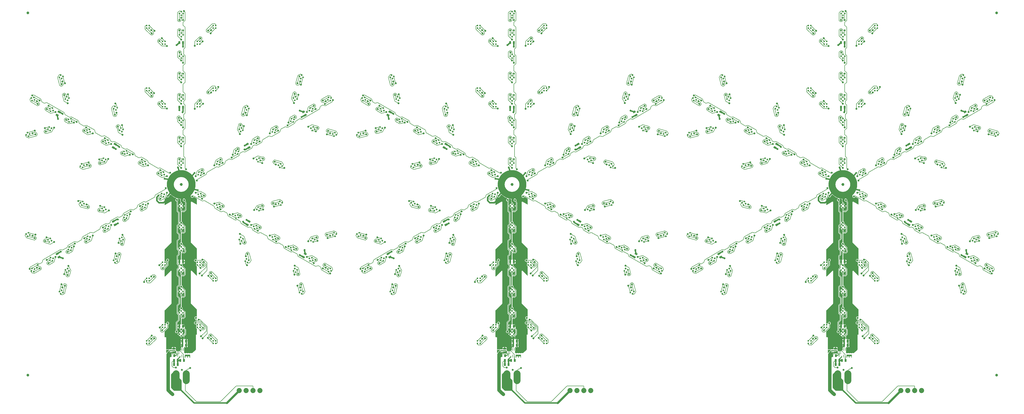
<source format=gbr>
G04 EAGLE Gerber RS-274X export*
G75*
%MOMM*%
%FSLAX34Y34*%
%LPD*%
%INTop Copper*%
%IPPOS*%
%AMOC8*
5,1,8,0,0,1.08239X$1,22.5*%
G01*
%ADD10C,0.490000*%
%ADD11C,2.540000*%
%ADD12C,1.000000*%
%ADD13R,0.550000X0.550000*%
%ADD14R,0.550000X0.550000*%
%ADD15R,0.700000X1.000000*%
%ADD16C,2.500000*%
%ADD17R,1.000000X0.700000*%
%ADD18R,0.250000X1.100000*%
%ADD19R,0.250000X0.250000*%
%ADD20R,0.250000X0.700000*%
%ADD21R,0.200000X0.200000*%
%ADD22R,1.100000X0.250000*%
%ADD23R,0.700000X0.250000*%
%ADD24C,1.879600*%
%ADD25C,0.152400*%
%ADD26C,0.706400*%
%ADD27C,0.508000*%
%ADD28C,0.355600*%
%ADD29C,1.270000*%
%ADD30C,0.304800*%
%ADD31C,0.254000*%
%ADD32C,0.203200*%
%ADD33C,0.800000*%
%ADD34C,0.500000*%
%ADD35C,0.756400*%
%ADD36C,0.609600*%

G36*
X11477Y-558257D02*
X11477Y-558257D01*
X11424Y-558331D01*
X11364Y-558401D01*
X11352Y-558431D01*
X11333Y-558457D01*
X11306Y-558544D01*
X11272Y-558629D01*
X11268Y-558670D01*
X11261Y-558692D01*
X11262Y-558724D01*
X11254Y-558795D01*
X11254Y-569135D01*
X11265Y-569206D01*
X11267Y-569277D01*
X11285Y-569326D01*
X11294Y-569378D01*
X11327Y-569441D01*
X11352Y-569508D01*
X11384Y-569549D01*
X11409Y-569595D01*
X11461Y-569644D01*
X11505Y-569700D01*
X11549Y-569728D01*
X11587Y-569764D01*
X11652Y-569795D01*
X11712Y-569833D01*
X11763Y-569846D01*
X11810Y-569868D01*
X11881Y-569876D01*
X11951Y-569893D01*
X12003Y-569889D01*
X12054Y-569895D01*
X12125Y-569880D01*
X12196Y-569874D01*
X12244Y-569854D01*
X12295Y-569843D01*
X12356Y-569806D01*
X12422Y-569778D01*
X12478Y-569733D01*
X12506Y-569717D01*
X12521Y-569699D01*
X12553Y-569673D01*
X12939Y-569287D01*
X13518Y-568953D01*
X14165Y-568780D01*
X16476Y-568780D01*
X16476Y-575558D01*
X16479Y-575578D01*
X16477Y-575598D01*
X16499Y-575699D01*
X16516Y-575801D01*
X16525Y-575819D01*
X16529Y-575838D01*
X16582Y-575927D01*
X16631Y-576019D01*
X16645Y-576032D01*
X16655Y-576049D01*
X16734Y-576117D01*
X16809Y-576188D01*
X16827Y-576196D01*
X16842Y-576209D01*
X16938Y-576248D01*
X17032Y-576292D01*
X17052Y-576294D01*
X17070Y-576301D01*
X17237Y-576320D01*
X18000Y-576320D01*
X18000Y-576321D01*
X17237Y-576321D01*
X17217Y-576325D01*
X17198Y-576322D01*
X17096Y-576344D01*
X16994Y-576361D01*
X16977Y-576370D01*
X16957Y-576375D01*
X16868Y-576428D01*
X16777Y-576476D01*
X16763Y-576491D01*
X16746Y-576501D01*
X16679Y-576580D01*
X16608Y-576655D01*
X16599Y-576673D01*
X16586Y-576688D01*
X16547Y-576784D01*
X16504Y-576878D01*
X16502Y-576897D01*
X16494Y-576916D01*
X16476Y-577083D01*
X16476Y-590798D01*
X16479Y-590818D01*
X16477Y-590838D01*
X16499Y-590939D01*
X16516Y-591041D01*
X16525Y-591059D01*
X16529Y-591078D01*
X16582Y-591167D01*
X16631Y-591259D01*
X16645Y-591272D01*
X16655Y-591289D01*
X16734Y-591357D01*
X16809Y-591428D01*
X16827Y-591436D01*
X16842Y-591449D01*
X16938Y-591488D01*
X17032Y-591532D01*
X17052Y-591534D01*
X17070Y-591541D01*
X17237Y-591560D01*
X18000Y-591560D01*
X18000Y-591561D01*
X17237Y-591561D01*
X17217Y-591565D01*
X17198Y-591562D01*
X17096Y-591584D01*
X16994Y-591601D01*
X16977Y-591610D01*
X16957Y-591615D01*
X16868Y-591668D01*
X16777Y-591716D01*
X16763Y-591731D01*
X16746Y-591741D01*
X16679Y-591820D01*
X16608Y-591895D01*
X16599Y-591913D01*
X16586Y-591928D01*
X16547Y-592024D01*
X16504Y-592118D01*
X16502Y-592137D01*
X16494Y-592156D01*
X16476Y-592323D01*
X16476Y-599101D01*
X14165Y-599101D01*
X13518Y-598928D01*
X12939Y-598594D01*
X12553Y-598208D01*
X12495Y-598166D01*
X12443Y-598117D01*
X12396Y-598095D01*
X12354Y-598064D01*
X12285Y-598043D01*
X12220Y-598013D01*
X12168Y-598007D01*
X12119Y-597992D01*
X12047Y-597994D01*
X11976Y-597986D01*
X11925Y-597997D01*
X11873Y-597998D01*
X11805Y-598023D01*
X11735Y-598038D01*
X11690Y-598065D01*
X11642Y-598083D01*
X11586Y-598128D01*
X11524Y-598164D01*
X11490Y-598204D01*
X11450Y-598237D01*
X11411Y-598297D01*
X11364Y-598351D01*
X11345Y-598400D01*
X11317Y-598443D01*
X11299Y-598513D01*
X11272Y-598579D01*
X11264Y-598651D01*
X11256Y-598682D01*
X11258Y-598705D01*
X11254Y-598746D01*
X11254Y-600534D01*
X11269Y-600624D01*
X11274Y-600691D01*
X11274Y-613297D01*
X11272Y-613301D01*
X11268Y-613342D01*
X11261Y-613364D01*
X11262Y-613396D01*
X11254Y-613467D01*
X11254Y-619501D01*
X11257Y-619520D01*
X11255Y-619540D01*
X11277Y-619641D01*
X11294Y-619743D01*
X11303Y-619761D01*
X11307Y-619780D01*
X11360Y-619869D01*
X11409Y-619961D01*
X11423Y-619974D01*
X11433Y-619991D01*
X11512Y-620059D01*
X11587Y-620130D01*
X11605Y-620138D01*
X11620Y-620151D01*
X11716Y-620190D01*
X11810Y-620234D01*
X11830Y-620236D01*
X11848Y-620243D01*
X12015Y-620262D01*
X41479Y-620262D01*
X41499Y-620259D01*
X41518Y-620261D01*
X41620Y-620239D01*
X41722Y-620222D01*
X41739Y-620213D01*
X41759Y-620208D01*
X41848Y-620155D01*
X41939Y-620107D01*
X41953Y-620093D01*
X41970Y-620082D01*
X42037Y-620004D01*
X42109Y-619929D01*
X42117Y-619911D01*
X42130Y-619895D01*
X42169Y-619799D01*
X42212Y-619706D01*
X42214Y-619686D01*
X42222Y-619667D01*
X42240Y-619501D01*
X42240Y-552761D01*
X57000Y-552761D01*
X57020Y-552758D01*
X57039Y-552760D01*
X57141Y-552738D01*
X57243Y-552722D01*
X57260Y-552712D01*
X57280Y-552708D01*
X57369Y-552655D01*
X57460Y-552606D01*
X57474Y-552592D01*
X57491Y-552582D01*
X57558Y-552503D01*
X57630Y-552428D01*
X57638Y-552410D01*
X57651Y-552395D01*
X57690Y-552299D01*
X57733Y-552205D01*
X57735Y-552185D01*
X57743Y-552167D01*
X57761Y-552000D01*
X57761Y-531191D01*
X57758Y-531172D01*
X57760Y-531152D01*
X57738Y-531051D01*
X57722Y-530949D01*
X57712Y-530931D01*
X57708Y-530912D01*
X57655Y-530823D01*
X57606Y-530731D01*
X57592Y-530718D01*
X57582Y-530700D01*
X57503Y-530633D01*
X57428Y-530562D01*
X57410Y-530553D01*
X57395Y-530541D01*
X57299Y-530502D01*
X57205Y-530458D01*
X57185Y-530456D01*
X57167Y-530449D01*
X57000Y-530430D01*
X56130Y-530430D01*
X55237Y-529537D01*
X55237Y-522774D01*
X56067Y-521944D01*
X56079Y-521928D01*
X56095Y-521915D01*
X56151Y-521828D01*
X56211Y-521744D01*
X56217Y-521725D01*
X56228Y-521708D01*
X56253Y-521608D01*
X56283Y-521509D01*
X56283Y-521489D01*
X56288Y-521470D01*
X56280Y-521367D01*
X56277Y-521263D01*
X56270Y-521244D01*
X56268Y-521224D01*
X56228Y-521130D01*
X56192Y-521032D01*
X56180Y-521016D01*
X56172Y-520998D01*
X56067Y-520867D01*
X55237Y-520037D01*
X55237Y-515239D01*
X55234Y-515220D01*
X55236Y-515200D01*
X55214Y-515099D01*
X55197Y-514997D01*
X55188Y-514979D01*
X55184Y-514960D01*
X55131Y-514871D01*
X55082Y-514779D01*
X55068Y-514766D01*
X55058Y-514748D01*
X54979Y-514681D01*
X54904Y-514610D01*
X54886Y-514601D01*
X54871Y-514589D01*
X54775Y-514550D01*
X54681Y-514506D01*
X54661Y-514504D01*
X54643Y-514497D01*
X54476Y-514478D01*
X50183Y-514478D01*
X47221Y-511516D01*
X47221Y-507327D01*
X50183Y-504365D01*
X54373Y-504365D01*
X56462Y-506454D01*
X56520Y-506496D01*
X56572Y-506545D01*
X56619Y-506567D01*
X56661Y-506597D01*
X56730Y-506618D01*
X56795Y-506649D01*
X56847Y-506654D01*
X56897Y-506670D01*
X56968Y-506668D01*
X57039Y-506676D01*
X57090Y-506665D01*
X57142Y-506663D01*
X57210Y-506639D01*
X57280Y-506624D01*
X57324Y-506597D01*
X57373Y-506579D01*
X57429Y-506534D01*
X57491Y-506497D01*
X57525Y-506458D01*
X57565Y-506425D01*
X57604Y-506365D01*
X57651Y-506310D01*
X57670Y-506262D01*
X57698Y-506218D01*
X57716Y-506149D01*
X57743Y-506082D01*
X57751Y-506011D01*
X57759Y-505980D01*
X57757Y-505956D01*
X57761Y-505916D01*
X57761Y-504310D01*
X57747Y-504220D01*
X57739Y-504129D01*
X57727Y-504100D01*
X57722Y-504068D01*
X57679Y-503987D01*
X57643Y-503903D01*
X57617Y-503871D01*
X57606Y-503850D01*
X57583Y-503828D01*
X57538Y-503772D01*
X51713Y-497947D01*
X51713Y-496180D01*
X51699Y-496090D01*
X51691Y-495999D01*
X51679Y-495969D01*
X51674Y-495937D01*
X51631Y-495856D01*
X51595Y-495773D01*
X51569Y-495740D01*
X51558Y-495720D01*
X51535Y-495698D01*
X51490Y-495642D01*
X48943Y-493095D01*
X48943Y-488905D01*
X51905Y-485943D01*
X56095Y-485943D01*
X56462Y-486310D01*
X56520Y-486352D01*
X56572Y-486402D01*
X56590Y-486410D01*
X56604Y-486422D01*
X56634Y-486434D01*
X56661Y-486454D01*
X56730Y-486475D01*
X56795Y-486505D01*
X56817Y-486508D01*
X56832Y-486514D01*
X56870Y-486518D01*
X56897Y-486526D01*
X56934Y-486525D01*
X56999Y-486533D01*
X57000Y-486533D01*
X57017Y-486530D01*
X57039Y-486532D01*
X57090Y-486521D01*
X57142Y-486520D01*
X57196Y-486500D01*
X57243Y-486493D01*
X57258Y-486485D01*
X57280Y-486480D01*
X57324Y-486453D01*
X57373Y-486436D01*
X57417Y-486400D01*
X57460Y-486378D01*
X57472Y-486365D01*
X57491Y-486354D01*
X57525Y-486314D01*
X57565Y-486282D01*
X57595Y-486235D01*
X57630Y-486199D01*
X57637Y-486183D01*
X57651Y-486167D01*
X57670Y-486119D01*
X57698Y-486075D01*
X57712Y-486022D01*
X57733Y-485976D01*
X57735Y-485958D01*
X57743Y-485939D01*
X57751Y-485868D01*
X57759Y-485836D01*
X57757Y-485813D01*
X57761Y-485772D01*
X57761Y-460534D01*
X57747Y-460444D01*
X57739Y-460353D01*
X57727Y-460324D01*
X57722Y-460292D01*
X57679Y-460211D01*
X57643Y-460127D01*
X57617Y-460095D01*
X57606Y-460074D01*
X57583Y-460052D01*
X57538Y-459996D01*
X36888Y-439346D01*
X36694Y-439152D01*
X35344Y-437802D01*
X35344Y-318947D01*
X36665Y-317626D01*
X38533Y-317626D01*
X56462Y-335555D01*
X56520Y-335596D01*
X56572Y-335646D01*
X56619Y-335668D01*
X56661Y-335698D01*
X56730Y-335719D01*
X56795Y-335749D01*
X56847Y-335755D01*
X56897Y-335770D01*
X56968Y-335769D01*
X57039Y-335776D01*
X57090Y-335765D01*
X57142Y-335764D01*
X57210Y-335739D01*
X57280Y-335724D01*
X57324Y-335698D01*
X57373Y-335680D01*
X57429Y-335635D01*
X57491Y-335598D01*
X57525Y-335558D01*
X57565Y-335526D01*
X57604Y-335466D01*
X57651Y-335411D01*
X57670Y-335363D01*
X57698Y-335319D01*
X57716Y-335250D01*
X57743Y-335183D01*
X57751Y-335112D01*
X57759Y-335080D01*
X57757Y-335057D01*
X57761Y-335016D01*
X57761Y-301067D01*
X57758Y-301048D01*
X57760Y-301028D01*
X57738Y-300927D01*
X57722Y-300825D01*
X57712Y-300807D01*
X57708Y-300788D01*
X57655Y-300699D01*
X57606Y-300607D01*
X57592Y-300594D01*
X57582Y-300576D01*
X57503Y-300509D01*
X57428Y-300438D01*
X57410Y-300430D01*
X57395Y-300417D01*
X57299Y-300378D01*
X57205Y-300334D01*
X57185Y-300332D01*
X57167Y-300325D01*
X57000Y-300306D01*
X56130Y-300306D01*
X55237Y-299413D01*
X55237Y-292650D01*
X56067Y-291820D01*
X56079Y-291804D01*
X56095Y-291791D01*
X56151Y-291704D01*
X56211Y-291620D01*
X56217Y-291601D01*
X56228Y-291584D01*
X56253Y-291484D01*
X56283Y-291385D01*
X56283Y-291365D01*
X56288Y-291346D01*
X56280Y-291243D01*
X56277Y-291139D01*
X56270Y-291120D01*
X56268Y-291100D01*
X56228Y-291006D01*
X56192Y-290908D01*
X56180Y-290892D01*
X56172Y-290874D01*
X56067Y-290743D01*
X55237Y-289913D01*
X55237Y-285552D01*
X55235Y-285537D01*
X55236Y-285523D01*
X55235Y-285520D01*
X55236Y-285513D01*
X55214Y-285412D01*
X55197Y-285310D01*
X55188Y-285292D01*
X55184Y-285273D01*
X55131Y-285184D01*
X55082Y-285092D01*
X55068Y-285079D01*
X55058Y-285061D01*
X54979Y-284994D01*
X54904Y-284923D01*
X54886Y-284914D01*
X54871Y-284902D01*
X54775Y-284863D01*
X54681Y-284819D01*
X54661Y-284817D01*
X54643Y-284810D01*
X54476Y-284791D01*
X50620Y-284791D01*
X47658Y-281829D01*
X47658Y-277640D01*
X50620Y-274678D01*
X54810Y-274678D01*
X56462Y-276330D01*
X56520Y-276372D01*
X56572Y-276421D01*
X56619Y-276443D01*
X56661Y-276473D01*
X56730Y-276494D01*
X56795Y-276525D01*
X56847Y-276530D01*
X56897Y-276546D01*
X56968Y-276544D01*
X57039Y-276552D01*
X57090Y-276541D01*
X57142Y-276539D01*
X57210Y-276515D01*
X57280Y-276500D01*
X57324Y-276473D01*
X57373Y-276455D01*
X57429Y-276410D01*
X57491Y-276373D01*
X57525Y-276334D01*
X57565Y-276301D01*
X57604Y-276241D01*
X57651Y-276186D01*
X57670Y-276138D01*
X57698Y-276094D01*
X57716Y-276025D01*
X57743Y-275958D01*
X57751Y-275887D01*
X57759Y-275856D01*
X57757Y-275833D01*
X57761Y-275792D01*
X57761Y-236432D01*
X57747Y-236342D01*
X57739Y-236251D01*
X57727Y-236222D01*
X57722Y-236190D01*
X57679Y-236109D01*
X57643Y-236025D01*
X57617Y-235993D01*
X57606Y-235972D01*
X57583Y-235950D01*
X57538Y-235894D01*
X35344Y-213700D01*
X35344Y-65842D01*
X35342Y-65826D01*
X35344Y-65810D01*
X35318Y-65645D01*
X35179Y-65126D01*
X35242Y-65017D01*
X35283Y-64910D01*
X35326Y-64803D01*
X35327Y-64793D01*
X35329Y-64787D01*
X35330Y-64765D01*
X35344Y-64636D01*
X35344Y-64511D01*
X35724Y-64131D01*
X35733Y-64118D01*
X35746Y-64108D01*
X35845Y-63973D01*
X36113Y-63508D01*
X36235Y-63476D01*
X36340Y-63428D01*
X36445Y-63384D01*
X36453Y-63377D01*
X36459Y-63375D01*
X36475Y-63359D01*
X36576Y-63279D01*
X36665Y-63190D01*
X37202Y-63190D01*
X37217Y-63187D01*
X37233Y-63189D01*
X37399Y-63164D01*
X37918Y-63025D01*
X38026Y-63088D01*
X38134Y-63128D01*
X38240Y-63171D01*
X38250Y-63172D01*
X38257Y-63175D01*
X38279Y-63176D01*
X38407Y-63190D01*
X38533Y-63190D01*
X38913Y-63569D01*
X38925Y-63579D01*
X38935Y-63591D01*
X39070Y-63690D01*
X56619Y-73822D01*
X56708Y-73856D01*
X56795Y-73896D01*
X56823Y-73899D01*
X56849Y-73909D01*
X56945Y-73913D01*
X57039Y-73923D01*
X57067Y-73917D01*
X57095Y-73918D01*
X57187Y-73891D01*
X57280Y-73871D01*
X57304Y-73857D01*
X57331Y-73849D01*
X57409Y-73794D01*
X57491Y-73745D01*
X57509Y-73723D01*
X57532Y-73707D01*
X57589Y-73631D01*
X57651Y-73558D01*
X57661Y-73532D01*
X57678Y-73509D01*
X57707Y-73418D01*
X57743Y-73330D01*
X57747Y-73295D01*
X57753Y-73275D01*
X57753Y-73242D01*
X57761Y-73163D01*
X57761Y-52594D01*
X57760Y-52585D01*
X57760Y-52581D01*
X57755Y-52558D01*
X57750Y-52528D01*
X57749Y-52460D01*
X57731Y-52407D01*
X57722Y-52352D01*
X57690Y-52292D01*
X57667Y-52228D01*
X57633Y-52184D01*
X57606Y-52134D01*
X57558Y-52088D01*
X57516Y-52034D01*
X57452Y-51987D01*
X57428Y-51965D01*
X57409Y-51956D01*
X57381Y-51935D01*
X46652Y-45741D01*
X46611Y-45725D01*
X46574Y-45702D01*
X46496Y-45682D01*
X46422Y-45654D01*
X46378Y-45652D01*
X46335Y-45641D01*
X46256Y-45648D01*
X46176Y-45645D01*
X46134Y-45657D01*
X46090Y-45661D01*
X46017Y-45692D01*
X45940Y-45715D01*
X45904Y-45740D01*
X45864Y-45757D01*
X45750Y-45848D01*
X45739Y-45856D01*
X45737Y-45859D01*
X45733Y-45862D01*
X42845Y-48750D01*
X38656Y-48750D01*
X35694Y-45788D01*
X35694Y-41864D01*
X35690Y-41842D01*
X35692Y-41820D01*
X35670Y-41721D01*
X35654Y-41621D01*
X35644Y-41602D01*
X35639Y-41580D01*
X35586Y-41493D01*
X35539Y-41404D01*
X35523Y-41389D01*
X35511Y-41370D01*
X35434Y-41304D01*
X35360Y-41234D01*
X35340Y-41225D01*
X35324Y-41211D01*
X35229Y-41174D01*
X35137Y-41131D01*
X35115Y-41128D01*
X35095Y-41120D01*
X34994Y-41115D01*
X34893Y-41104D01*
X34871Y-41108D01*
X34849Y-41107D01*
X34752Y-41134D01*
X34653Y-41156D01*
X34634Y-41167D01*
X34612Y-41173D01*
X34469Y-41260D01*
X27090Y-46922D01*
X13989Y-52349D01*
X13950Y-52373D01*
X13906Y-52389D01*
X13846Y-52437D01*
X13780Y-52478D01*
X13750Y-52514D01*
X13714Y-52542D01*
X13672Y-52608D01*
X13623Y-52668D01*
X13606Y-52711D01*
X13581Y-52749D01*
X13562Y-52825D01*
X13535Y-52897D01*
X13533Y-52943D01*
X13521Y-52988D01*
X13527Y-53065D01*
X13524Y-53143D01*
X13537Y-53187D01*
X13540Y-53233D01*
X13571Y-53305D01*
X13593Y-53379D01*
X13619Y-53417D01*
X13637Y-53459D01*
X13722Y-53566D01*
X13733Y-53581D01*
X13737Y-53584D01*
X13742Y-53590D01*
X16057Y-55905D01*
X16057Y-59410D01*
X16073Y-59509D01*
X16083Y-59609D01*
X16093Y-59630D01*
X16096Y-59653D01*
X16143Y-59741D01*
X16185Y-59833D01*
X16201Y-59850D01*
X16212Y-59870D01*
X16284Y-59939D01*
X16353Y-60013D01*
X16377Y-60027D01*
X16390Y-60039D01*
X16420Y-60053D01*
X16496Y-60100D01*
X16685Y-60188D01*
X16777Y-60443D01*
X16818Y-60514D01*
X16850Y-60590D01*
X16884Y-60632D01*
X16898Y-60657D01*
X16919Y-60677D01*
X16955Y-60721D01*
X17146Y-60912D01*
X17146Y-61323D01*
X17154Y-61371D01*
X17153Y-61420D01*
X17182Y-61542D01*
X17186Y-61565D01*
X17190Y-61572D01*
X17192Y-61583D01*
X19318Y-67429D01*
X19359Y-67500D01*
X19391Y-67576D01*
X19425Y-67618D01*
X19439Y-67643D01*
X19460Y-67663D01*
X19496Y-67707D01*
X19687Y-67898D01*
X19687Y-68308D01*
X19695Y-68357D01*
X19693Y-68406D01*
X19723Y-68528D01*
X19727Y-68551D01*
X19730Y-68558D01*
X19733Y-68569D01*
X19873Y-68954D01*
X19759Y-69200D01*
X19736Y-69279D01*
X19706Y-69355D01*
X19700Y-69409D01*
X19692Y-69436D01*
X19693Y-69465D01*
X19687Y-69522D01*
X19687Y-89983D01*
X19687Y-92192D01*
X18125Y-93755D01*
X10568Y-101312D01*
X3432Y-101312D01*
X3038Y-100918D01*
X2980Y-100876D01*
X2928Y-100827D01*
X2881Y-100805D01*
X2839Y-100775D01*
X2770Y-100753D01*
X2705Y-100723D01*
X2653Y-100717D01*
X2603Y-100702D01*
X2532Y-100704D01*
X2461Y-100696D01*
X2410Y-100707D01*
X2358Y-100709D01*
X2290Y-100733D01*
X2220Y-100748D01*
X2176Y-100775D01*
X2127Y-100793D01*
X2071Y-100838D01*
X2009Y-100875D01*
X1975Y-100914D01*
X1935Y-100947D01*
X1896Y-101007D01*
X1849Y-101061D01*
X1830Y-101110D01*
X1802Y-101154D01*
X1784Y-101223D01*
X1757Y-101290D01*
X1749Y-101361D01*
X1741Y-101392D01*
X1743Y-101415D01*
X1739Y-101456D01*
X1739Y-135148D01*
X1754Y-135238D01*
X1761Y-135329D01*
X1773Y-135358D01*
X1779Y-135390D01*
X1821Y-135471D01*
X1857Y-135555D01*
X1883Y-135587D01*
X1894Y-135608D01*
X1917Y-135630D01*
X1962Y-135686D01*
X5057Y-138781D01*
X5057Y-142383D01*
X5071Y-142473D01*
X5079Y-142564D01*
X5091Y-142594D01*
X5096Y-142626D01*
X5139Y-142706D01*
X5175Y-142790D01*
X5201Y-142822D01*
X5212Y-142843D01*
X5235Y-142865D01*
X5280Y-142921D01*
X14220Y-151861D01*
X15687Y-153329D01*
X15687Y-172733D01*
X15687Y-174942D01*
X14125Y-176505D01*
X10568Y-180062D01*
X3432Y-180062D01*
X3038Y-179668D01*
X2980Y-179626D01*
X2928Y-179577D01*
X2881Y-179555D01*
X2839Y-179524D01*
X2770Y-179503D01*
X2705Y-179473D01*
X2653Y-179467D01*
X2604Y-179452D01*
X2532Y-179454D01*
X2461Y-179446D01*
X2410Y-179457D01*
X2358Y-179458D01*
X2290Y-179483D01*
X2220Y-179498D01*
X2175Y-179525D01*
X2127Y-179543D01*
X2071Y-179588D01*
X2009Y-179625D01*
X1975Y-179664D01*
X1935Y-179697D01*
X1896Y-179757D01*
X1849Y-179811D01*
X1830Y-179860D01*
X1802Y-179904D01*
X1784Y-179973D01*
X1757Y-180040D01*
X1749Y-180111D01*
X1741Y-180142D01*
X1743Y-180165D01*
X1739Y-180206D01*
X1739Y-212648D01*
X1754Y-212738D01*
X1761Y-212829D01*
X1773Y-212858D01*
X1779Y-212890D01*
X1821Y-212971D01*
X1857Y-213055D01*
X1883Y-213087D01*
X1894Y-213108D01*
X1917Y-213130D01*
X1962Y-213186D01*
X5057Y-216281D01*
X5057Y-219883D01*
X5071Y-219973D01*
X5079Y-220064D01*
X5091Y-220094D01*
X5096Y-220126D01*
X5139Y-220206D01*
X5175Y-220290D01*
X5201Y-220322D01*
X5212Y-220343D01*
X5235Y-220365D01*
X5280Y-220421D01*
X15687Y-230829D01*
X15687Y-239391D01*
X15702Y-239481D01*
X15709Y-239572D01*
X15722Y-239602D01*
X15727Y-239634D01*
X15770Y-239714D01*
X15805Y-239798D01*
X15831Y-239831D01*
X15842Y-239851D01*
X15865Y-239873D01*
X15910Y-239929D01*
X16216Y-240235D01*
X17473Y-241492D01*
X17473Y-246418D01*
X17473Y-248627D01*
X15911Y-250190D01*
X13427Y-252674D01*
X12520Y-253581D01*
X11864Y-254236D01*
X9655Y-254236D01*
X5856Y-254236D01*
X4745Y-253125D01*
X3038Y-251418D01*
X2980Y-251376D01*
X2928Y-251327D01*
X2881Y-251305D01*
X2839Y-251274D01*
X2770Y-251253D01*
X2705Y-251223D01*
X2653Y-251217D01*
X2603Y-251202D01*
X2532Y-251204D01*
X2461Y-251196D01*
X2410Y-251207D01*
X2358Y-251208D01*
X2290Y-251233D01*
X2220Y-251248D01*
X2176Y-251275D01*
X2127Y-251293D01*
X2071Y-251338D01*
X2009Y-251374D01*
X1975Y-251414D01*
X1935Y-251447D01*
X1896Y-251507D01*
X1849Y-251561D01*
X1830Y-251610D01*
X1802Y-251654D01*
X1784Y-251723D01*
X1757Y-251790D01*
X1749Y-251861D01*
X1741Y-251892D01*
X1743Y-251915D01*
X1739Y-251956D01*
X1739Y-276293D01*
X1758Y-276409D01*
X1776Y-276528D01*
X1778Y-276532D01*
X1779Y-276536D01*
X1834Y-276640D01*
X1889Y-276746D01*
X1892Y-276749D01*
X1894Y-276753D01*
X1979Y-276834D01*
X2065Y-276918D01*
X2069Y-276920D01*
X2072Y-276922D01*
X2179Y-276972D01*
X2287Y-277024D01*
X2291Y-277024D01*
X2295Y-277026D01*
X2413Y-277039D01*
X2531Y-277054D01*
X2536Y-277053D01*
X2539Y-277053D01*
X2553Y-277050D01*
X2697Y-277028D01*
X3166Y-276903D01*
X5477Y-276903D01*
X5477Y-283681D01*
X5480Y-283701D01*
X5478Y-283721D01*
X5500Y-283822D01*
X5517Y-283924D01*
X5526Y-283942D01*
X5530Y-283961D01*
X5583Y-284050D01*
X5632Y-284141D01*
X5646Y-284155D01*
X5656Y-284172D01*
X5735Y-284240D01*
X5810Y-284311D01*
X5828Y-284319D01*
X5843Y-284332D01*
X5939Y-284371D01*
X6033Y-284414D01*
X6053Y-284417D01*
X6071Y-284424D01*
X6238Y-284443D01*
X7001Y-284443D01*
X7001Y-284444D01*
X6238Y-284444D01*
X6218Y-284447D01*
X6199Y-284445D01*
X6097Y-284467D01*
X5995Y-284484D01*
X5978Y-284493D01*
X5958Y-284498D01*
X5869Y-284551D01*
X5778Y-284599D01*
X5764Y-284614D01*
X5747Y-284624D01*
X5680Y-284702D01*
X5609Y-284777D01*
X5600Y-284795D01*
X5587Y-284811D01*
X5548Y-284907D01*
X5505Y-285001D01*
X5503Y-285020D01*
X5495Y-285039D01*
X5477Y-285206D01*
X5477Y-291984D01*
X3524Y-291984D01*
X3453Y-291996D01*
X3381Y-291998D01*
X3332Y-292015D01*
X3281Y-292024D01*
X3218Y-292057D01*
X3150Y-292082D01*
X3110Y-292115D01*
X3064Y-292139D01*
X3014Y-292191D01*
X2958Y-292236D01*
X2930Y-292280D01*
X2894Y-292317D01*
X2864Y-292382D01*
X2825Y-292443D01*
X2813Y-292493D01*
X2791Y-292540D01*
X2783Y-292612D01*
X2765Y-292681D01*
X2769Y-292733D01*
X2764Y-292785D01*
X2779Y-292855D01*
X2784Y-292926D01*
X2805Y-292974D01*
X2816Y-293025D01*
X2853Y-293087D01*
X2881Y-293153D01*
X2926Y-293209D01*
X2942Y-293236D01*
X2960Y-293252D01*
X2986Y-293284D01*
X5057Y-295355D01*
X5057Y-298957D01*
X5071Y-299047D01*
X5079Y-299138D01*
X5091Y-299168D01*
X5096Y-299200D01*
X5139Y-299280D01*
X5175Y-299364D01*
X5201Y-299396D01*
X5212Y-299417D01*
X5235Y-299439D01*
X5280Y-299495D01*
X14220Y-308435D01*
X15687Y-309903D01*
X15687Y-330233D01*
X15687Y-332442D01*
X14125Y-334005D01*
X10568Y-337562D01*
X3432Y-337562D01*
X3038Y-337168D01*
X2980Y-337126D01*
X2928Y-337077D01*
X2881Y-337055D01*
X2839Y-337025D01*
X2770Y-337003D01*
X2705Y-336973D01*
X2653Y-336967D01*
X2603Y-336952D01*
X2532Y-336954D01*
X2461Y-336946D01*
X2410Y-336957D01*
X2358Y-336959D01*
X2290Y-336983D01*
X2220Y-336998D01*
X2176Y-337025D01*
X2127Y-337043D01*
X2071Y-337088D01*
X2009Y-337125D01*
X1975Y-337164D01*
X1935Y-337197D01*
X1896Y-337257D01*
X1849Y-337311D01*
X1830Y-337360D01*
X1802Y-337404D01*
X1784Y-337473D01*
X1757Y-337540D01*
X1749Y-337611D01*
X1741Y-337642D01*
X1743Y-337665D01*
X1739Y-337706D01*
X1739Y-370148D01*
X1754Y-370238D01*
X1761Y-370329D01*
X1773Y-370358D01*
X1779Y-370390D01*
X1821Y-370471D01*
X1857Y-370555D01*
X1883Y-370587D01*
X1894Y-370608D01*
X1917Y-370630D01*
X1962Y-370686D01*
X5057Y-373781D01*
X5057Y-377383D01*
X5071Y-377473D01*
X5079Y-377564D01*
X5091Y-377594D01*
X5096Y-377626D01*
X5139Y-377706D01*
X5175Y-377790D01*
X5201Y-377822D01*
X5212Y-377843D01*
X5235Y-377865D01*
X5280Y-377921D01*
X14220Y-386861D01*
X15687Y-388329D01*
X15687Y-408983D01*
X15687Y-411192D01*
X14125Y-412755D01*
X10568Y-416312D01*
X3432Y-416312D01*
X3038Y-415918D01*
X2980Y-415876D01*
X2928Y-415827D01*
X2881Y-415805D01*
X2839Y-415775D01*
X2770Y-415753D01*
X2705Y-415723D01*
X2653Y-415717D01*
X2603Y-415702D01*
X2532Y-415704D01*
X2461Y-415696D01*
X2410Y-415707D01*
X2358Y-415709D01*
X2290Y-415733D01*
X2220Y-415748D01*
X2175Y-415775D01*
X2127Y-415793D01*
X2071Y-415838D01*
X2009Y-415875D01*
X1975Y-415914D01*
X1935Y-415947D01*
X1896Y-416007D01*
X1849Y-416061D01*
X1830Y-416110D01*
X1802Y-416154D01*
X1784Y-416223D01*
X1757Y-416290D01*
X1749Y-416361D01*
X1741Y-416392D01*
X1743Y-416415D01*
X1739Y-416456D01*
X1739Y-450148D01*
X1754Y-450238D01*
X1761Y-450329D01*
X1773Y-450358D01*
X1779Y-450390D01*
X1821Y-450471D01*
X1857Y-450555D01*
X1883Y-450587D01*
X1894Y-450608D01*
X1917Y-450630D01*
X1962Y-450686D01*
X5057Y-453781D01*
X5057Y-457383D01*
X5071Y-457473D01*
X5079Y-457564D01*
X5091Y-457594D01*
X5096Y-457626D01*
X5139Y-457706D01*
X5175Y-457790D01*
X5201Y-457822D01*
X5212Y-457843D01*
X5235Y-457865D01*
X5280Y-457921D01*
X14588Y-467229D01*
X15687Y-468329D01*
X15687Y-488192D01*
X15676Y-488203D01*
X11255Y-492625D01*
X10807Y-493073D01*
X9693Y-494187D01*
X7483Y-494187D01*
X2500Y-494187D01*
X2480Y-494190D01*
X2461Y-494188D01*
X2359Y-494210D01*
X2257Y-494227D01*
X2240Y-494236D01*
X2220Y-494240D01*
X2131Y-494294D01*
X2040Y-494342D01*
X2026Y-494356D01*
X2009Y-494367D01*
X1942Y-494445D01*
X1871Y-494520D01*
X1862Y-494538D01*
X1849Y-494553D01*
X1810Y-494650D01*
X1767Y-494743D01*
X1765Y-494763D01*
X1757Y-494782D01*
X1739Y-494948D01*
X1739Y-514583D01*
X1758Y-514701D01*
X1776Y-514818D01*
X1778Y-514822D01*
X1779Y-514826D01*
X1834Y-514930D01*
X1889Y-515036D01*
X1892Y-515039D01*
X1894Y-515043D01*
X1979Y-515124D01*
X2065Y-515208D01*
X2069Y-515210D01*
X2072Y-515212D01*
X2179Y-515262D01*
X2287Y-515314D01*
X2291Y-515314D01*
X2295Y-515316D01*
X2413Y-515329D01*
X2531Y-515343D01*
X2536Y-515343D01*
X2539Y-515343D01*
X2553Y-515340D01*
X2697Y-515318D01*
X3166Y-515193D01*
X5477Y-515193D01*
X5477Y-521971D01*
X5480Y-521991D01*
X5478Y-522011D01*
X5500Y-522112D01*
X5517Y-522214D01*
X5526Y-522232D01*
X5530Y-522251D01*
X5583Y-522340D01*
X5632Y-522431D01*
X5646Y-522445D01*
X5656Y-522462D01*
X5735Y-522530D01*
X5810Y-522601D01*
X5828Y-522609D01*
X5843Y-522622D01*
X5939Y-522661D01*
X6033Y-522704D01*
X6053Y-522707D01*
X6071Y-522714D01*
X6238Y-522733D01*
X7001Y-522733D01*
X7001Y-523495D01*
X7004Y-523515D01*
X7002Y-523535D01*
X7024Y-523636D01*
X7041Y-523738D01*
X7050Y-523756D01*
X7054Y-523775D01*
X7107Y-523864D01*
X7156Y-523955D01*
X7170Y-523969D01*
X7180Y-523986D01*
X7259Y-524054D01*
X7334Y-524125D01*
X7352Y-524133D01*
X7367Y-524146D01*
X7463Y-524185D01*
X7557Y-524228D01*
X7577Y-524231D01*
X7595Y-524238D01*
X7762Y-524257D01*
X13041Y-524257D01*
X13041Y-528068D01*
X12868Y-528714D01*
X12640Y-529108D01*
X12625Y-529149D01*
X12601Y-529186D01*
X12581Y-529264D01*
X12553Y-529338D01*
X12551Y-529382D01*
X12541Y-529425D01*
X12547Y-529504D01*
X12544Y-529584D01*
X12556Y-529626D01*
X12560Y-529670D01*
X12591Y-529743D01*
X12614Y-529820D01*
X12639Y-529856D01*
X12656Y-529896D01*
X12747Y-530010D01*
X12755Y-530021D01*
X12758Y-530023D01*
X12761Y-530027D01*
X17287Y-534553D01*
X17287Y-552447D01*
X11477Y-558257D01*
G37*
G36*
X2474855Y-620259D02*
X2474855Y-620259D01*
X2474874Y-620261D01*
X2474976Y-620239D01*
X2475078Y-620222D01*
X2475095Y-620213D01*
X2475115Y-620208D01*
X2475204Y-620155D01*
X2475295Y-620107D01*
X2475309Y-620093D01*
X2475326Y-620082D01*
X2475393Y-620004D01*
X2475465Y-619929D01*
X2475473Y-619911D01*
X2475486Y-619895D01*
X2475525Y-619799D01*
X2475568Y-619706D01*
X2475570Y-619686D01*
X2475578Y-619667D01*
X2475596Y-619501D01*
X2475596Y-552761D01*
X2490356Y-552761D01*
X2490376Y-552758D01*
X2490395Y-552760D01*
X2490497Y-552738D01*
X2490599Y-552722D01*
X2490616Y-552712D01*
X2490636Y-552708D01*
X2490725Y-552655D01*
X2490816Y-552606D01*
X2490830Y-552592D01*
X2490847Y-552582D01*
X2490914Y-552503D01*
X2490986Y-552428D01*
X2490994Y-552410D01*
X2491007Y-552395D01*
X2491046Y-552299D01*
X2491089Y-552205D01*
X2491091Y-552185D01*
X2491099Y-552167D01*
X2491117Y-552000D01*
X2491117Y-531191D01*
X2491114Y-531172D01*
X2491116Y-531152D01*
X2491094Y-531051D01*
X2491078Y-530949D01*
X2491068Y-530931D01*
X2491064Y-530912D01*
X2491011Y-530823D01*
X2490962Y-530731D01*
X2490948Y-530718D01*
X2490938Y-530700D01*
X2490859Y-530633D01*
X2490784Y-530562D01*
X2490766Y-530553D01*
X2490751Y-530541D01*
X2490655Y-530502D01*
X2490561Y-530458D01*
X2490541Y-530456D01*
X2490523Y-530449D01*
X2490356Y-530430D01*
X2489486Y-530430D01*
X2488593Y-529537D01*
X2488593Y-522774D01*
X2489423Y-521944D01*
X2489435Y-521928D01*
X2489451Y-521915D01*
X2489507Y-521828D01*
X2489567Y-521744D01*
X2489573Y-521725D01*
X2489584Y-521708D01*
X2489609Y-521608D01*
X2489639Y-521509D01*
X2489639Y-521489D01*
X2489644Y-521470D01*
X2489636Y-521367D01*
X2489633Y-521263D01*
X2489626Y-521244D01*
X2489624Y-521224D01*
X2489584Y-521130D01*
X2489548Y-521032D01*
X2489536Y-521016D01*
X2489528Y-520998D01*
X2489423Y-520867D01*
X2488593Y-520037D01*
X2488593Y-515239D01*
X2488590Y-515220D01*
X2488592Y-515200D01*
X2488570Y-515099D01*
X2488553Y-514997D01*
X2488544Y-514979D01*
X2488540Y-514960D01*
X2488487Y-514871D01*
X2488438Y-514779D01*
X2488424Y-514766D01*
X2488414Y-514748D01*
X2488335Y-514681D01*
X2488260Y-514610D01*
X2488242Y-514601D01*
X2488227Y-514589D01*
X2488131Y-514550D01*
X2488037Y-514506D01*
X2488017Y-514504D01*
X2487999Y-514497D01*
X2487832Y-514478D01*
X2483539Y-514478D01*
X2480577Y-511516D01*
X2480577Y-507327D01*
X2483539Y-504365D01*
X2487729Y-504365D01*
X2489818Y-506454D01*
X2489876Y-506496D01*
X2489928Y-506545D01*
X2489975Y-506567D01*
X2490017Y-506597D01*
X2490086Y-506618D01*
X2490151Y-506649D01*
X2490203Y-506654D01*
X2490253Y-506670D01*
X2490324Y-506668D01*
X2490395Y-506676D01*
X2490446Y-506665D01*
X2490498Y-506663D01*
X2490566Y-506639D01*
X2490636Y-506624D01*
X2490680Y-506597D01*
X2490729Y-506579D01*
X2490785Y-506534D01*
X2490847Y-506497D01*
X2490881Y-506458D01*
X2490921Y-506425D01*
X2490960Y-506365D01*
X2491007Y-506310D01*
X2491026Y-506262D01*
X2491054Y-506218D01*
X2491072Y-506149D01*
X2491099Y-506082D01*
X2491107Y-506011D01*
X2491115Y-505980D01*
X2491113Y-505956D01*
X2491117Y-505916D01*
X2491117Y-504310D01*
X2491103Y-504220D01*
X2491095Y-504129D01*
X2491083Y-504100D01*
X2491078Y-504068D01*
X2491035Y-503987D01*
X2490999Y-503903D01*
X2490973Y-503871D01*
X2490962Y-503850D01*
X2490939Y-503828D01*
X2490894Y-503772D01*
X2486632Y-499510D01*
X2485069Y-497947D01*
X2485069Y-496180D01*
X2485055Y-496090D01*
X2485047Y-495999D01*
X2485035Y-495969D01*
X2485030Y-495937D01*
X2484987Y-495856D01*
X2484951Y-495773D01*
X2484925Y-495740D01*
X2484914Y-495720D01*
X2484891Y-495698D01*
X2484846Y-495642D01*
X2482299Y-493095D01*
X2482299Y-488905D01*
X2485261Y-485943D01*
X2489451Y-485943D01*
X2489818Y-486310D01*
X2489876Y-486352D01*
X2489928Y-486402D01*
X2489946Y-486410D01*
X2489960Y-486422D01*
X2489990Y-486434D01*
X2490017Y-486454D01*
X2490086Y-486475D01*
X2490151Y-486505D01*
X2490173Y-486508D01*
X2490188Y-486514D01*
X2490226Y-486518D01*
X2490253Y-486526D01*
X2490290Y-486525D01*
X2490355Y-486533D01*
X2490356Y-486533D01*
X2490373Y-486530D01*
X2490395Y-486532D01*
X2490446Y-486521D01*
X2490498Y-486520D01*
X2490552Y-486500D01*
X2490599Y-486493D01*
X2490614Y-486485D01*
X2490636Y-486480D01*
X2490680Y-486453D01*
X2490729Y-486436D01*
X2490773Y-486400D01*
X2490816Y-486378D01*
X2490828Y-486365D01*
X2490847Y-486354D01*
X2490881Y-486314D01*
X2490921Y-486282D01*
X2490951Y-486235D01*
X2490986Y-486199D01*
X2490993Y-486183D01*
X2491007Y-486167D01*
X2491026Y-486119D01*
X2491054Y-486075D01*
X2491068Y-486022D01*
X2491089Y-485976D01*
X2491091Y-485958D01*
X2491099Y-485939D01*
X2491107Y-485868D01*
X2491115Y-485836D01*
X2491113Y-485813D01*
X2491117Y-485772D01*
X2491117Y-460550D01*
X2491103Y-460460D01*
X2491095Y-460369D01*
X2491083Y-460340D01*
X2491078Y-460308D01*
X2491035Y-460227D01*
X2490999Y-460143D01*
X2490973Y-460111D01*
X2490962Y-460090D01*
X2490939Y-460068D01*
X2490894Y-460012D01*
X2470228Y-439346D01*
X2470034Y-439152D01*
X2468684Y-437802D01*
X2468684Y-318947D01*
X2470005Y-317626D01*
X2471873Y-317626D01*
X2489818Y-335571D01*
X2489876Y-335612D01*
X2489928Y-335662D01*
X2489975Y-335684D01*
X2490017Y-335714D01*
X2490086Y-335735D01*
X2490151Y-335765D01*
X2490203Y-335771D01*
X2490253Y-335786D01*
X2490324Y-335785D01*
X2490395Y-335792D01*
X2490446Y-335781D01*
X2490498Y-335780D01*
X2490566Y-335755D01*
X2490636Y-335740D01*
X2490680Y-335714D01*
X2490729Y-335696D01*
X2490785Y-335651D01*
X2490847Y-335614D01*
X2490881Y-335574D01*
X2490921Y-335542D01*
X2490960Y-335482D01*
X2491007Y-335427D01*
X2491026Y-335379D01*
X2491054Y-335335D01*
X2491072Y-335266D01*
X2491099Y-335199D01*
X2491107Y-335128D01*
X2491115Y-335096D01*
X2491113Y-335073D01*
X2491117Y-335032D01*
X2491117Y-301067D01*
X2491114Y-301048D01*
X2491116Y-301028D01*
X2491094Y-300927D01*
X2491078Y-300825D01*
X2491068Y-300807D01*
X2491064Y-300788D01*
X2491011Y-300699D01*
X2490962Y-300607D01*
X2490948Y-300594D01*
X2490938Y-300576D01*
X2490859Y-300509D01*
X2490784Y-300438D01*
X2490766Y-300430D01*
X2490751Y-300417D01*
X2490655Y-300378D01*
X2490561Y-300334D01*
X2490541Y-300332D01*
X2490523Y-300325D01*
X2490356Y-300306D01*
X2489486Y-300306D01*
X2488593Y-299413D01*
X2488593Y-292650D01*
X2489423Y-291820D01*
X2489435Y-291804D01*
X2489451Y-291791D01*
X2489507Y-291704D01*
X2489567Y-291620D01*
X2489573Y-291601D01*
X2489584Y-291584D01*
X2489609Y-291484D01*
X2489639Y-291385D01*
X2489639Y-291365D01*
X2489644Y-291346D01*
X2489636Y-291243D01*
X2489633Y-291139D01*
X2489626Y-291120D01*
X2489624Y-291100D01*
X2489584Y-291006D01*
X2489548Y-290908D01*
X2489536Y-290892D01*
X2489528Y-290874D01*
X2489423Y-290743D01*
X2488593Y-289913D01*
X2488593Y-285552D01*
X2488591Y-285537D01*
X2488592Y-285523D01*
X2488591Y-285520D01*
X2488592Y-285513D01*
X2488570Y-285412D01*
X2488553Y-285310D01*
X2488544Y-285292D01*
X2488540Y-285273D01*
X2488487Y-285184D01*
X2488438Y-285092D01*
X2488424Y-285079D01*
X2488414Y-285061D01*
X2488335Y-284994D01*
X2488260Y-284923D01*
X2488242Y-284914D01*
X2488227Y-284902D01*
X2488131Y-284863D01*
X2488037Y-284819D01*
X2488017Y-284817D01*
X2487999Y-284810D01*
X2487832Y-284791D01*
X2483976Y-284791D01*
X2481014Y-281829D01*
X2481014Y-277640D01*
X2483976Y-274678D01*
X2488166Y-274678D01*
X2489818Y-276330D01*
X2489876Y-276372D01*
X2489928Y-276421D01*
X2489975Y-276443D01*
X2490017Y-276473D01*
X2490086Y-276494D01*
X2490151Y-276525D01*
X2490203Y-276530D01*
X2490253Y-276546D01*
X2490324Y-276544D01*
X2490395Y-276552D01*
X2490446Y-276541D01*
X2490498Y-276539D01*
X2490566Y-276515D01*
X2490636Y-276500D01*
X2490680Y-276473D01*
X2490729Y-276455D01*
X2490785Y-276410D01*
X2490847Y-276373D01*
X2490881Y-276334D01*
X2490921Y-276301D01*
X2490960Y-276241D01*
X2491007Y-276186D01*
X2491026Y-276138D01*
X2491054Y-276094D01*
X2491072Y-276025D01*
X2491099Y-275958D01*
X2491107Y-275887D01*
X2491115Y-275856D01*
X2491113Y-275833D01*
X2491117Y-275792D01*
X2491117Y-236448D01*
X2491103Y-236358D01*
X2491095Y-236267D01*
X2491083Y-236238D01*
X2491078Y-236206D01*
X2491035Y-236125D01*
X2490999Y-236041D01*
X2490973Y-236009D01*
X2490962Y-235988D01*
X2490939Y-235966D01*
X2490894Y-235910D01*
X2468684Y-213700D01*
X2468684Y-65842D01*
X2468682Y-65826D01*
X2468684Y-65810D01*
X2468658Y-65645D01*
X2468519Y-65126D01*
X2468582Y-65017D01*
X2468623Y-64910D01*
X2468666Y-64803D01*
X2468667Y-64793D01*
X2468669Y-64787D01*
X2468670Y-64765D01*
X2468684Y-64636D01*
X2468684Y-64511D01*
X2469064Y-64131D01*
X2469073Y-64118D01*
X2469085Y-64108D01*
X2469185Y-63973D01*
X2469453Y-63508D01*
X2469575Y-63476D01*
X2469680Y-63428D01*
X2469785Y-63384D01*
X2469793Y-63377D01*
X2469799Y-63375D01*
X2469815Y-63359D01*
X2469916Y-63279D01*
X2470005Y-63190D01*
X2470542Y-63190D01*
X2470557Y-63187D01*
X2470573Y-63189D01*
X2470739Y-63164D01*
X2471258Y-63025D01*
X2471366Y-63088D01*
X2471474Y-63128D01*
X2471580Y-63171D01*
X2471590Y-63172D01*
X2471597Y-63175D01*
X2471619Y-63176D01*
X2471747Y-63190D01*
X2471873Y-63190D01*
X2472253Y-63569D01*
X2472265Y-63579D01*
X2472275Y-63591D01*
X2472410Y-63690D01*
X2489975Y-73832D01*
X2490064Y-73865D01*
X2490151Y-73906D01*
X2490179Y-73909D01*
X2490205Y-73919D01*
X2490301Y-73922D01*
X2490395Y-73933D01*
X2490423Y-73927D01*
X2490451Y-73928D01*
X2490543Y-73901D01*
X2490636Y-73880D01*
X2490660Y-73866D01*
X2490687Y-73858D01*
X2490765Y-73803D01*
X2490847Y-73754D01*
X2490865Y-73733D01*
X2490888Y-73717D01*
X2490945Y-73640D01*
X2491007Y-73567D01*
X2491017Y-73541D01*
X2491034Y-73518D01*
X2491063Y-73428D01*
X2491099Y-73339D01*
X2491103Y-73304D01*
X2491109Y-73284D01*
X2491109Y-73251D01*
X2491117Y-73172D01*
X2491117Y-52594D01*
X2491116Y-52585D01*
X2491116Y-52581D01*
X2491111Y-52558D01*
X2491106Y-52528D01*
X2491105Y-52460D01*
X2491087Y-52407D01*
X2491078Y-52352D01*
X2491046Y-52292D01*
X2491023Y-52228D01*
X2490989Y-52184D01*
X2490962Y-52134D01*
X2490914Y-52088D01*
X2490872Y-52034D01*
X2490808Y-51987D01*
X2490784Y-51965D01*
X2490765Y-51956D01*
X2490737Y-51935D01*
X2480008Y-45741D01*
X2479967Y-45725D01*
X2479930Y-45702D01*
X2479852Y-45682D01*
X2479778Y-45654D01*
X2479734Y-45652D01*
X2479691Y-45641D01*
X2479612Y-45648D01*
X2479532Y-45645D01*
X2479490Y-45657D01*
X2479446Y-45661D01*
X2479373Y-45692D01*
X2479296Y-45715D01*
X2479260Y-45740D01*
X2479220Y-45757D01*
X2479106Y-45848D01*
X2479095Y-45856D01*
X2479093Y-45859D01*
X2479089Y-45862D01*
X2476201Y-48750D01*
X2472012Y-48750D01*
X2469050Y-45788D01*
X2469050Y-41864D01*
X2469046Y-41842D01*
X2469048Y-41820D01*
X2469026Y-41721D01*
X2469010Y-41621D01*
X2469000Y-41602D01*
X2468995Y-41580D01*
X2468942Y-41493D01*
X2468895Y-41404D01*
X2468879Y-41389D01*
X2468867Y-41370D01*
X2468790Y-41304D01*
X2468716Y-41234D01*
X2468696Y-41225D01*
X2468680Y-41211D01*
X2468585Y-41174D01*
X2468493Y-41131D01*
X2468471Y-41128D01*
X2468451Y-41120D01*
X2468350Y-41115D01*
X2468249Y-41104D01*
X2468227Y-41108D01*
X2468205Y-41107D01*
X2468108Y-41134D01*
X2468009Y-41156D01*
X2467990Y-41167D01*
X2467968Y-41173D01*
X2467825Y-41260D01*
X2460446Y-46922D01*
X2447345Y-52349D01*
X2447305Y-52373D01*
X2447262Y-52389D01*
X2447202Y-52437D01*
X2447135Y-52478D01*
X2447106Y-52514D01*
X2447070Y-52542D01*
X2447028Y-52608D01*
X2446979Y-52668D01*
X2446962Y-52711D01*
X2446937Y-52749D01*
X2446918Y-52825D01*
X2446890Y-52897D01*
X2446889Y-52943D01*
X2446877Y-52988D01*
X2446883Y-53065D01*
X2446880Y-53143D01*
X2446893Y-53187D01*
X2446896Y-53233D01*
X2446927Y-53305D01*
X2446949Y-53379D01*
X2446975Y-53417D01*
X2446993Y-53459D01*
X2447078Y-53566D01*
X2447089Y-53581D01*
X2447093Y-53584D01*
X2447098Y-53590D01*
X2449413Y-55905D01*
X2449413Y-59410D01*
X2449429Y-59509D01*
X2449439Y-59609D01*
X2449449Y-59630D01*
X2449452Y-59653D01*
X2449499Y-59741D01*
X2449541Y-59833D01*
X2449557Y-59850D01*
X2449568Y-59870D01*
X2449640Y-59939D01*
X2449709Y-60013D01*
X2449733Y-60027D01*
X2449746Y-60039D01*
X2449776Y-60053D01*
X2449852Y-60100D01*
X2450041Y-60188D01*
X2450133Y-60443D01*
X2450174Y-60514D01*
X2450206Y-60590D01*
X2450240Y-60632D01*
X2450254Y-60657D01*
X2450275Y-60677D01*
X2450311Y-60721D01*
X2450502Y-60912D01*
X2450502Y-61323D01*
X2450510Y-61371D01*
X2450509Y-61420D01*
X2450538Y-61542D01*
X2450542Y-61565D01*
X2450546Y-61572D01*
X2450548Y-61583D01*
X2452674Y-67429D01*
X2452715Y-67500D01*
X2452747Y-67576D01*
X2452781Y-67618D01*
X2452795Y-67643D01*
X2452816Y-67663D01*
X2452852Y-67707D01*
X2453043Y-67898D01*
X2453043Y-68308D01*
X2453051Y-68357D01*
X2453049Y-68406D01*
X2453079Y-68528D01*
X2453083Y-68551D01*
X2453086Y-68558D01*
X2453089Y-68569D01*
X2453229Y-68954D01*
X2453115Y-69200D01*
X2453092Y-69279D01*
X2453062Y-69355D01*
X2453056Y-69409D01*
X2453048Y-69436D01*
X2453049Y-69465D01*
X2453043Y-69522D01*
X2453043Y-89983D01*
X2453043Y-92192D01*
X2451481Y-93755D01*
X2443924Y-101312D01*
X2436788Y-101312D01*
X2436394Y-100918D01*
X2436336Y-100876D01*
X2436284Y-100827D01*
X2436237Y-100805D01*
X2436195Y-100775D01*
X2436126Y-100753D01*
X2436061Y-100723D01*
X2436009Y-100717D01*
X2435959Y-100702D01*
X2435888Y-100704D01*
X2435817Y-100696D01*
X2435766Y-100707D01*
X2435714Y-100709D01*
X2435646Y-100733D01*
X2435576Y-100748D01*
X2435531Y-100775D01*
X2435483Y-100793D01*
X2435427Y-100838D01*
X2435365Y-100875D01*
X2435331Y-100914D01*
X2435291Y-100947D01*
X2435252Y-101007D01*
X2435205Y-101061D01*
X2435186Y-101110D01*
X2435158Y-101154D01*
X2435140Y-101223D01*
X2435113Y-101290D01*
X2435105Y-101361D01*
X2435097Y-101392D01*
X2435099Y-101415D01*
X2435095Y-101456D01*
X2435095Y-135148D01*
X2435110Y-135238D01*
X2435117Y-135329D01*
X2435129Y-135358D01*
X2435135Y-135390D01*
X2435177Y-135471D01*
X2435213Y-135555D01*
X2435239Y-135587D01*
X2435250Y-135608D01*
X2435273Y-135630D01*
X2435318Y-135686D01*
X2438413Y-138781D01*
X2438413Y-142383D01*
X2438427Y-142473D01*
X2438435Y-142564D01*
X2438447Y-142594D01*
X2438452Y-142626D01*
X2438495Y-142706D01*
X2438531Y-142790D01*
X2438557Y-142822D01*
X2438568Y-142843D01*
X2438591Y-142865D01*
X2438636Y-142921D01*
X2447576Y-151861D01*
X2449043Y-153329D01*
X2449043Y-172733D01*
X2449043Y-174942D01*
X2447481Y-176505D01*
X2443924Y-180062D01*
X2436788Y-180062D01*
X2436394Y-179668D01*
X2436336Y-179626D01*
X2436284Y-179577D01*
X2436237Y-179555D01*
X2436195Y-179525D01*
X2436126Y-179503D01*
X2436061Y-179473D01*
X2436009Y-179467D01*
X2435959Y-179452D01*
X2435888Y-179454D01*
X2435817Y-179446D01*
X2435766Y-179457D01*
X2435714Y-179459D01*
X2435646Y-179483D01*
X2435576Y-179498D01*
X2435531Y-179525D01*
X2435483Y-179543D01*
X2435427Y-179588D01*
X2435365Y-179625D01*
X2435331Y-179664D01*
X2435291Y-179697D01*
X2435252Y-179757D01*
X2435205Y-179811D01*
X2435186Y-179860D01*
X2435158Y-179904D01*
X2435140Y-179973D01*
X2435113Y-180040D01*
X2435105Y-180111D01*
X2435097Y-180142D01*
X2435099Y-180165D01*
X2435095Y-180206D01*
X2435095Y-212648D01*
X2435110Y-212738D01*
X2435117Y-212829D01*
X2435129Y-212858D01*
X2435135Y-212890D01*
X2435177Y-212971D01*
X2435213Y-213055D01*
X2435239Y-213087D01*
X2435250Y-213108D01*
X2435273Y-213130D01*
X2435318Y-213186D01*
X2438413Y-216281D01*
X2438413Y-219883D01*
X2438427Y-219973D01*
X2438435Y-220064D01*
X2438447Y-220094D01*
X2438452Y-220126D01*
X2438495Y-220206D01*
X2438531Y-220290D01*
X2438557Y-220322D01*
X2438568Y-220343D01*
X2438591Y-220365D01*
X2438636Y-220421D01*
X2448164Y-229950D01*
X2449043Y-230829D01*
X2449043Y-239391D01*
X2449058Y-239481D01*
X2449065Y-239572D01*
X2449078Y-239602D01*
X2449083Y-239634D01*
X2449126Y-239714D01*
X2449161Y-239798D01*
X2449187Y-239831D01*
X2449198Y-239851D01*
X2449221Y-239873D01*
X2449266Y-239929D01*
X2449572Y-240235D01*
X2450829Y-241492D01*
X2450829Y-246418D01*
X2450829Y-248627D01*
X2449267Y-250190D01*
X2446783Y-252674D01*
X2445876Y-253581D01*
X2445220Y-254236D01*
X2443011Y-254236D01*
X2439212Y-254236D01*
X2438101Y-253125D01*
X2436394Y-251418D01*
X2436336Y-251376D01*
X2436284Y-251327D01*
X2436237Y-251305D01*
X2436195Y-251274D01*
X2436126Y-251253D01*
X2436061Y-251223D01*
X2436009Y-251217D01*
X2435959Y-251202D01*
X2435888Y-251204D01*
X2435817Y-251196D01*
X2435766Y-251207D01*
X2435714Y-251208D01*
X2435646Y-251233D01*
X2435576Y-251248D01*
X2435532Y-251275D01*
X2435483Y-251293D01*
X2435427Y-251338D01*
X2435365Y-251374D01*
X2435331Y-251414D01*
X2435291Y-251447D01*
X2435252Y-251507D01*
X2435205Y-251561D01*
X2435186Y-251610D01*
X2435158Y-251653D01*
X2435140Y-251723D01*
X2435113Y-251790D01*
X2435105Y-251861D01*
X2435097Y-251892D01*
X2435099Y-251915D01*
X2435095Y-251956D01*
X2435095Y-276293D01*
X2435114Y-276409D01*
X2435132Y-276528D01*
X2435134Y-276532D01*
X2435135Y-276536D01*
X2435190Y-276640D01*
X2435245Y-276746D01*
X2435248Y-276749D01*
X2435250Y-276753D01*
X2435335Y-276834D01*
X2435421Y-276918D01*
X2435425Y-276920D01*
X2435428Y-276922D01*
X2435535Y-276972D01*
X2435643Y-277024D01*
X2435647Y-277024D01*
X2435651Y-277026D01*
X2435769Y-277039D01*
X2435887Y-277054D01*
X2435892Y-277053D01*
X2435895Y-277053D01*
X2435909Y-277050D01*
X2436053Y-277028D01*
X2436522Y-276903D01*
X2438833Y-276903D01*
X2438833Y-283681D01*
X2438836Y-283701D01*
X2438834Y-283721D01*
X2438856Y-283822D01*
X2438873Y-283924D01*
X2438882Y-283942D01*
X2438886Y-283961D01*
X2438939Y-284050D01*
X2438988Y-284141D01*
X2439002Y-284155D01*
X2439012Y-284172D01*
X2439091Y-284240D01*
X2439166Y-284311D01*
X2439184Y-284319D01*
X2439199Y-284332D01*
X2439295Y-284371D01*
X2439389Y-284414D01*
X2439409Y-284417D01*
X2439427Y-284424D01*
X2439594Y-284443D01*
X2440357Y-284443D01*
X2440357Y-284444D01*
X2439594Y-284444D01*
X2439574Y-284447D01*
X2439555Y-284445D01*
X2439453Y-284467D01*
X2439351Y-284484D01*
X2439334Y-284493D01*
X2439314Y-284498D01*
X2439225Y-284551D01*
X2439134Y-284599D01*
X2439120Y-284614D01*
X2439103Y-284624D01*
X2439036Y-284702D01*
X2438965Y-284777D01*
X2438956Y-284795D01*
X2438943Y-284811D01*
X2438904Y-284907D01*
X2438861Y-285001D01*
X2438859Y-285020D01*
X2438851Y-285039D01*
X2438833Y-285206D01*
X2438833Y-291984D01*
X2436880Y-291984D01*
X2436809Y-291996D01*
X2436737Y-291998D01*
X2436688Y-292015D01*
X2436637Y-292024D01*
X2436574Y-292057D01*
X2436506Y-292082D01*
X2436466Y-292115D01*
X2436420Y-292139D01*
X2436370Y-292191D01*
X2436314Y-292236D01*
X2436286Y-292280D01*
X2436250Y-292317D01*
X2436220Y-292382D01*
X2436181Y-292443D01*
X2436169Y-292493D01*
X2436147Y-292540D01*
X2436139Y-292612D01*
X2436121Y-292681D01*
X2436125Y-292733D01*
X2436120Y-292785D01*
X2436135Y-292855D01*
X2436140Y-292926D01*
X2436161Y-292974D01*
X2436172Y-293025D01*
X2436209Y-293087D01*
X2436237Y-293153D01*
X2436282Y-293209D01*
X2436298Y-293236D01*
X2436316Y-293252D01*
X2436342Y-293284D01*
X2438413Y-295355D01*
X2438413Y-298957D01*
X2438427Y-299047D01*
X2438435Y-299138D01*
X2438447Y-299168D01*
X2438452Y-299200D01*
X2438495Y-299280D01*
X2438531Y-299364D01*
X2438557Y-299396D01*
X2438568Y-299417D01*
X2438591Y-299439D01*
X2438636Y-299495D01*
X2447576Y-308435D01*
X2449043Y-309903D01*
X2449043Y-330233D01*
X2449043Y-332442D01*
X2447481Y-334005D01*
X2445486Y-336000D01*
X2443924Y-337562D01*
X2436788Y-337562D01*
X2436394Y-337168D01*
X2436336Y-337126D01*
X2436284Y-337077D01*
X2436237Y-337055D01*
X2436195Y-337024D01*
X2436126Y-337003D01*
X2436061Y-336973D01*
X2436009Y-336967D01*
X2435960Y-336952D01*
X2435888Y-336954D01*
X2435817Y-336946D01*
X2435766Y-336957D01*
X2435714Y-336958D01*
X2435646Y-336983D01*
X2435576Y-336998D01*
X2435531Y-337025D01*
X2435483Y-337043D01*
X2435427Y-337088D01*
X2435365Y-337125D01*
X2435331Y-337164D01*
X2435291Y-337197D01*
X2435252Y-337257D01*
X2435205Y-337311D01*
X2435186Y-337360D01*
X2435158Y-337404D01*
X2435140Y-337473D01*
X2435113Y-337540D01*
X2435105Y-337611D01*
X2435097Y-337642D01*
X2435099Y-337665D01*
X2435095Y-337706D01*
X2435095Y-370148D01*
X2435110Y-370238D01*
X2435117Y-370329D01*
X2435129Y-370358D01*
X2435135Y-370390D01*
X2435177Y-370471D01*
X2435213Y-370555D01*
X2435239Y-370587D01*
X2435250Y-370608D01*
X2435273Y-370630D01*
X2435318Y-370686D01*
X2438413Y-373781D01*
X2438413Y-377383D01*
X2438427Y-377473D01*
X2438435Y-377564D01*
X2438447Y-377594D01*
X2438452Y-377626D01*
X2438495Y-377706D01*
X2438531Y-377790D01*
X2438557Y-377822D01*
X2438568Y-377843D01*
X2438591Y-377865D01*
X2438636Y-377921D01*
X2447576Y-386861D01*
X2449043Y-388329D01*
X2449043Y-408983D01*
X2449043Y-411192D01*
X2447481Y-412755D01*
X2443924Y-416312D01*
X2436788Y-416312D01*
X2436394Y-415918D01*
X2436336Y-415876D01*
X2436284Y-415827D01*
X2436237Y-415805D01*
X2436195Y-415775D01*
X2436126Y-415753D01*
X2436061Y-415723D01*
X2436009Y-415717D01*
X2435959Y-415702D01*
X2435888Y-415704D01*
X2435817Y-415696D01*
X2435766Y-415707D01*
X2435714Y-415709D01*
X2435646Y-415733D01*
X2435576Y-415748D01*
X2435531Y-415775D01*
X2435483Y-415793D01*
X2435427Y-415838D01*
X2435365Y-415875D01*
X2435331Y-415914D01*
X2435291Y-415947D01*
X2435252Y-416007D01*
X2435205Y-416061D01*
X2435186Y-416110D01*
X2435158Y-416154D01*
X2435140Y-416223D01*
X2435113Y-416290D01*
X2435105Y-416361D01*
X2435097Y-416392D01*
X2435099Y-416415D01*
X2435095Y-416456D01*
X2435095Y-450148D01*
X2435110Y-450238D01*
X2435117Y-450329D01*
X2435129Y-450358D01*
X2435135Y-450390D01*
X2435177Y-450471D01*
X2435213Y-450555D01*
X2435239Y-450587D01*
X2435250Y-450608D01*
X2435273Y-450630D01*
X2435318Y-450686D01*
X2438413Y-453781D01*
X2438413Y-457383D01*
X2438427Y-457473D01*
X2438435Y-457564D01*
X2438447Y-457594D01*
X2438452Y-457626D01*
X2438495Y-457706D01*
X2438531Y-457790D01*
X2438557Y-457822D01*
X2438568Y-457843D01*
X2438591Y-457865D01*
X2438636Y-457921D01*
X2447944Y-467229D01*
X2449043Y-468329D01*
X2449043Y-488192D01*
X2449032Y-488203D01*
X2444611Y-492625D01*
X2444163Y-493073D01*
X2443049Y-494187D01*
X2440839Y-494187D01*
X2435856Y-494187D01*
X2435836Y-494190D01*
X2435817Y-494188D01*
X2435715Y-494210D01*
X2435613Y-494227D01*
X2435596Y-494236D01*
X2435576Y-494240D01*
X2435487Y-494294D01*
X2435396Y-494342D01*
X2435382Y-494356D01*
X2435365Y-494367D01*
X2435298Y-494445D01*
X2435227Y-494520D01*
X2435218Y-494538D01*
X2435205Y-494553D01*
X2435166Y-494650D01*
X2435123Y-494743D01*
X2435121Y-494763D01*
X2435113Y-494782D01*
X2435095Y-494948D01*
X2435095Y-514583D01*
X2435114Y-514701D01*
X2435132Y-514818D01*
X2435134Y-514822D01*
X2435135Y-514826D01*
X2435190Y-514930D01*
X2435245Y-515036D01*
X2435248Y-515039D01*
X2435250Y-515043D01*
X2435335Y-515124D01*
X2435421Y-515208D01*
X2435425Y-515210D01*
X2435428Y-515212D01*
X2435535Y-515262D01*
X2435643Y-515314D01*
X2435647Y-515314D01*
X2435651Y-515316D01*
X2435769Y-515329D01*
X2435887Y-515343D01*
X2435892Y-515343D01*
X2435895Y-515343D01*
X2435909Y-515340D01*
X2436053Y-515318D01*
X2436522Y-515193D01*
X2438833Y-515193D01*
X2438833Y-521971D01*
X2438836Y-521991D01*
X2438834Y-522011D01*
X2438856Y-522112D01*
X2438873Y-522214D01*
X2438882Y-522232D01*
X2438886Y-522251D01*
X2438939Y-522340D01*
X2438988Y-522431D01*
X2439002Y-522445D01*
X2439012Y-522462D01*
X2439091Y-522530D01*
X2439166Y-522601D01*
X2439184Y-522609D01*
X2439199Y-522622D01*
X2439295Y-522661D01*
X2439389Y-522704D01*
X2439409Y-522707D01*
X2439427Y-522714D01*
X2439594Y-522733D01*
X2440357Y-522733D01*
X2440357Y-523495D01*
X2440360Y-523515D01*
X2440358Y-523535D01*
X2440380Y-523636D01*
X2440397Y-523738D01*
X2440406Y-523756D01*
X2440410Y-523775D01*
X2440463Y-523864D01*
X2440512Y-523955D01*
X2440526Y-523969D01*
X2440536Y-523986D01*
X2440615Y-524054D01*
X2440690Y-524125D01*
X2440708Y-524133D01*
X2440723Y-524146D01*
X2440819Y-524185D01*
X2440913Y-524228D01*
X2440933Y-524231D01*
X2440951Y-524238D01*
X2441118Y-524257D01*
X2446397Y-524257D01*
X2446397Y-528068D01*
X2446224Y-528714D01*
X2445996Y-529108D01*
X2445981Y-529149D01*
X2445957Y-529186D01*
X2445937Y-529264D01*
X2445909Y-529338D01*
X2445907Y-529382D01*
X2445897Y-529425D01*
X2445903Y-529504D01*
X2445900Y-529584D01*
X2445912Y-529626D01*
X2445916Y-529670D01*
X2445947Y-529743D01*
X2445970Y-529820D01*
X2445995Y-529856D01*
X2446012Y-529896D01*
X2446103Y-530010D01*
X2446111Y-530021D01*
X2446114Y-530023D01*
X2446117Y-530027D01*
X2450643Y-534553D01*
X2450643Y-552447D01*
X2449080Y-554010D01*
X2444833Y-558257D01*
X2444780Y-558331D01*
X2444720Y-558401D01*
X2444708Y-558431D01*
X2444689Y-558457D01*
X2444662Y-558544D01*
X2444628Y-558629D01*
X2444624Y-558670D01*
X2444617Y-558692D01*
X2444618Y-558724D01*
X2444610Y-558795D01*
X2444610Y-569135D01*
X2444621Y-569206D01*
X2444623Y-569277D01*
X2444641Y-569326D01*
X2444650Y-569378D01*
X2444683Y-569441D01*
X2444708Y-569508D01*
X2444740Y-569549D01*
X2444765Y-569595D01*
X2444817Y-569644D01*
X2444861Y-569700D01*
X2444905Y-569728D01*
X2444943Y-569764D01*
X2445008Y-569795D01*
X2445068Y-569833D01*
X2445119Y-569846D01*
X2445166Y-569868D01*
X2445237Y-569876D01*
X2445307Y-569893D01*
X2445359Y-569889D01*
X2445410Y-569895D01*
X2445481Y-569880D01*
X2445552Y-569874D01*
X2445600Y-569854D01*
X2445651Y-569843D01*
X2445712Y-569806D01*
X2445778Y-569778D01*
X2445834Y-569733D01*
X2445862Y-569717D01*
X2445877Y-569699D01*
X2445909Y-569673D01*
X2446295Y-569287D01*
X2446874Y-568953D01*
X2447521Y-568780D01*
X2449832Y-568780D01*
X2449832Y-575558D01*
X2449835Y-575578D01*
X2449833Y-575598D01*
X2449855Y-575699D01*
X2449872Y-575801D01*
X2449881Y-575819D01*
X2449885Y-575838D01*
X2449938Y-575927D01*
X2449987Y-576019D01*
X2450001Y-576032D01*
X2450011Y-576049D01*
X2450090Y-576117D01*
X2450165Y-576188D01*
X2450183Y-576196D01*
X2450198Y-576209D01*
X2450294Y-576248D01*
X2450388Y-576292D01*
X2450408Y-576294D01*
X2450426Y-576301D01*
X2450593Y-576320D01*
X2451356Y-576320D01*
X2451356Y-576321D01*
X2450593Y-576321D01*
X2450573Y-576325D01*
X2450554Y-576322D01*
X2450452Y-576344D01*
X2450350Y-576361D01*
X2450333Y-576370D01*
X2450313Y-576375D01*
X2450224Y-576428D01*
X2450133Y-576476D01*
X2450119Y-576491D01*
X2450102Y-576501D01*
X2450035Y-576580D01*
X2449964Y-576655D01*
X2449955Y-576673D01*
X2449942Y-576688D01*
X2449903Y-576784D01*
X2449860Y-576878D01*
X2449858Y-576897D01*
X2449850Y-576916D01*
X2449832Y-577083D01*
X2449832Y-590798D01*
X2449835Y-590818D01*
X2449833Y-590838D01*
X2449855Y-590939D01*
X2449872Y-591041D01*
X2449881Y-591059D01*
X2449885Y-591078D01*
X2449938Y-591167D01*
X2449987Y-591259D01*
X2450001Y-591272D01*
X2450011Y-591289D01*
X2450090Y-591357D01*
X2450165Y-591428D01*
X2450183Y-591436D01*
X2450198Y-591449D01*
X2450294Y-591488D01*
X2450388Y-591532D01*
X2450408Y-591534D01*
X2450426Y-591541D01*
X2450593Y-591560D01*
X2451356Y-591560D01*
X2451356Y-591561D01*
X2450593Y-591561D01*
X2450573Y-591565D01*
X2450554Y-591562D01*
X2450452Y-591584D01*
X2450350Y-591601D01*
X2450333Y-591610D01*
X2450313Y-591615D01*
X2450224Y-591668D01*
X2450133Y-591716D01*
X2450119Y-591731D01*
X2450102Y-591741D01*
X2450035Y-591820D01*
X2449964Y-591895D01*
X2449955Y-591913D01*
X2449942Y-591928D01*
X2449903Y-592024D01*
X2449860Y-592118D01*
X2449858Y-592137D01*
X2449850Y-592156D01*
X2449832Y-592323D01*
X2449832Y-599101D01*
X2447521Y-599101D01*
X2446874Y-598928D01*
X2446295Y-598594D01*
X2445909Y-598208D01*
X2445851Y-598166D01*
X2445799Y-598117D01*
X2445752Y-598095D01*
X2445710Y-598064D01*
X2445641Y-598043D01*
X2445576Y-598013D01*
X2445524Y-598007D01*
X2445475Y-597992D01*
X2445403Y-597994D01*
X2445332Y-597986D01*
X2445281Y-597997D01*
X2445229Y-597998D01*
X2445161Y-598023D01*
X2445091Y-598038D01*
X2445046Y-598065D01*
X2444998Y-598083D01*
X2444942Y-598128D01*
X2444880Y-598164D01*
X2444846Y-598204D01*
X2444806Y-598237D01*
X2444767Y-598297D01*
X2444720Y-598351D01*
X2444701Y-598400D01*
X2444673Y-598443D01*
X2444655Y-598513D01*
X2444628Y-598579D01*
X2444620Y-598651D01*
X2444612Y-598682D01*
X2444614Y-598705D01*
X2444610Y-598746D01*
X2444610Y-600534D01*
X2444625Y-600624D01*
X2444630Y-600691D01*
X2444630Y-613297D01*
X2444628Y-613301D01*
X2444624Y-613342D01*
X2444617Y-613364D01*
X2444618Y-613396D01*
X2444610Y-613467D01*
X2444610Y-619501D01*
X2444613Y-619520D01*
X2444611Y-619540D01*
X2444633Y-619641D01*
X2444650Y-619743D01*
X2444659Y-619761D01*
X2444663Y-619780D01*
X2444716Y-619869D01*
X2444765Y-619961D01*
X2444779Y-619974D01*
X2444789Y-619991D01*
X2444868Y-620059D01*
X2444943Y-620130D01*
X2444961Y-620138D01*
X2444976Y-620151D01*
X2445072Y-620190D01*
X2445166Y-620234D01*
X2445186Y-620236D01*
X2445204Y-620243D01*
X2445371Y-620262D01*
X2474835Y-620262D01*
X2474855Y-620259D01*
G37*
G36*
X1258177Y-620259D02*
X1258177Y-620259D01*
X1258196Y-620261D01*
X1258298Y-620239D01*
X1258400Y-620222D01*
X1258417Y-620213D01*
X1258437Y-620208D01*
X1258526Y-620155D01*
X1258617Y-620107D01*
X1258631Y-620093D01*
X1258648Y-620082D01*
X1258715Y-620004D01*
X1258787Y-619929D01*
X1258795Y-619911D01*
X1258808Y-619895D01*
X1258847Y-619799D01*
X1258890Y-619706D01*
X1258892Y-619686D01*
X1258900Y-619667D01*
X1258918Y-619501D01*
X1258918Y-552761D01*
X1273678Y-552761D01*
X1273698Y-552758D01*
X1273717Y-552760D01*
X1273819Y-552738D01*
X1273921Y-552722D01*
X1273938Y-552712D01*
X1273958Y-552708D01*
X1274047Y-552655D01*
X1274138Y-552606D01*
X1274152Y-552592D01*
X1274169Y-552582D01*
X1274236Y-552503D01*
X1274308Y-552428D01*
X1274316Y-552410D01*
X1274329Y-552395D01*
X1274368Y-552299D01*
X1274411Y-552205D01*
X1274413Y-552185D01*
X1274421Y-552167D01*
X1274439Y-552000D01*
X1274439Y-531191D01*
X1274436Y-531172D01*
X1274438Y-531152D01*
X1274416Y-531051D01*
X1274400Y-530949D01*
X1274390Y-530931D01*
X1274386Y-530912D01*
X1274333Y-530823D01*
X1274284Y-530731D01*
X1274270Y-530718D01*
X1274260Y-530700D01*
X1274181Y-530633D01*
X1274106Y-530562D01*
X1274088Y-530553D01*
X1274073Y-530541D01*
X1273977Y-530502D01*
X1273883Y-530458D01*
X1273863Y-530456D01*
X1273845Y-530449D01*
X1273678Y-530430D01*
X1272808Y-530430D01*
X1271915Y-529537D01*
X1271915Y-522774D01*
X1272745Y-521944D01*
X1272757Y-521928D01*
X1272773Y-521915D01*
X1272829Y-521828D01*
X1272889Y-521744D01*
X1272895Y-521725D01*
X1272906Y-521708D01*
X1272931Y-521608D01*
X1272961Y-521509D01*
X1272961Y-521489D01*
X1272966Y-521470D01*
X1272958Y-521367D01*
X1272955Y-521263D01*
X1272948Y-521244D01*
X1272946Y-521224D01*
X1272906Y-521130D01*
X1272870Y-521032D01*
X1272858Y-521016D01*
X1272850Y-520998D01*
X1272745Y-520867D01*
X1271915Y-520037D01*
X1271915Y-515239D01*
X1271912Y-515220D01*
X1271914Y-515200D01*
X1271892Y-515099D01*
X1271875Y-514997D01*
X1271866Y-514979D01*
X1271862Y-514960D01*
X1271809Y-514871D01*
X1271760Y-514779D01*
X1271746Y-514766D01*
X1271736Y-514748D01*
X1271657Y-514681D01*
X1271582Y-514610D01*
X1271564Y-514601D01*
X1271549Y-514589D01*
X1271453Y-514550D01*
X1271359Y-514506D01*
X1271339Y-514504D01*
X1271321Y-514497D01*
X1271154Y-514478D01*
X1266861Y-514478D01*
X1263899Y-511516D01*
X1263899Y-507327D01*
X1266861Y-504365D01*
X1271051Y-504365D01*
X1273140Y-506454D01*
X1273198Y-506496D01*
X1273250Y-506545D01*
X1273297Y-506567D01*
X1273339Y-506597D01*
X1273408Y-506618D01*
X1273473Y-506649D01*
X1273525Y-506654D01*
X1273575Y-506670D01*
X1273646Y-506668D01*
X1273717Y-506676D01*
X1273768Y-506665D01*
X1273820Y-506663D01*
X1273888Y-506639D01*
X1273958Y-506624D01*
X1274002Y-506597D01*
X1274051Y-506579D01*
X1274107Y-506534D01*
X1274169Y-506497D01*
X1274203Y-506458D01*
X1274243Y-506425D01*
X1274282Y-506365D01*
X1274329Y-506310D01*
X1274348Y-506262D01*
X1274376Y-506218D01*
X1274394Y-506149D01*
X1274421Y-506082D01*
X1274429Y-506011D01*
X1274437Y-505980D01*
X1274435Y-505956D01*
X1274439Y-505916D01*
X1274439Y-504310D01*
X1274425Y-504220D01*
X1274417Y-504129D01*
X1274405Y-504100D01*
X1274400Y-504068D01*
X1274357Y-503987D01*
X1274321Y-503903D01*
X1274295Y-503871D01*
X1274284Y-503850D01*
X1274261Y-503828D01*
X1274216Y-503772D01*
X1268391Y-497947D01*
X1268391Y-496180D01*
X1268377Y-496090D01*
X1268369Y-495999D01*
X1268357Y-495969D01*
X1268352Y-495937D01*
X1268309Y-495856D01*
X1268273Y-495773D01*
X1268247Y-495740D01*
X1268236Y-495720D01*
X1268213Y-495698D01*
X1268168Y-495642D01*
X1265621Y-493095D01*
X1265621Y-488905D01*
X1268583Y-485943D01*
X1272773Y-485943D01*
X1273140Y-486310D01*
X1273198Y-486352D01*
X1273250Y-486402D01*
X1273268Y-486410D01*
X1273282Y-486422D01*
X1273312Y-486434D01*
X1273339Y-486454D01*
X1273408Y-486475D01*
X1273473Y-486505D01*
X1273495Y-486508D01*
X1273510Y-486514D01*
X1273548Y-486518D01*
X1273575Y-486526D01*
X1273612Y-486525D01*
X1273677Y-486533D01*
X1273678Y-486533D01*
X1273695Y-486530D01*
X1273717Y-486532D01*
X1273768Y-486521D01*
X1273820Y-486520D01*
X1273874Y-486500D01*
X1273921Y-486493D01*
X1273936Y-486485D01*
X1273958Y-486480D01*
X1274002Y-486453D01*
X1274051Y-486436D01*
X1274095Y-486400D01*
X1274138Y-486378D01*
X1274150Y-486365D01*
X1274169Y-486354D01*
X1274203Y-486314D01*
X1274243Y-486282D01*
X1274273Y-486235D01*
X1274308Y-486199D01*
X1274315Y-486183D01*
X1274329Y-486167D01*
X1274348Y-486119D01*
X1274376Y-486075D01*
X1274390Y-486022D01*
X1274411Y-485976D01*
X1274413Y-485958D01*
X1274421Y-485939D01*
X1274429Y-485868D01*
X1274437Y-485836D01*
X1274435Y-485813D01*
X1274439Y-485772D01*
X1274439Y-460554D01*
X1274425Y-460464D01*
X1274417Y-460373D01*
X1274405Y-460344D01*
X1274400Y-460312D01*
X1274357Y-460231D01*
X1274321Y-460147D01*
X1274295Y-460115D01*
X1274284Y-460094D01*
X1274261Y-460072D01*
X1274216Y-460016D01*
X1253546Y-439346D01*
X1252908Y-438709D01*
X1252908Y-438708D01*
X1252002Y-437802D01*
X1252002Y-435620D01*
X1252002Y-435619D01*
X1252003Y-318947D01*
X1253324Y-317626D01*
X1255192Y-317626D01*
X1273140Y-335574D01*
X1273198Y-335616D01*
X1273250Y-335665D01*
X1273297Y-335687D01*
X1273339Y-335717D01*
X1273408Y-335738D01*
X1273473Y-335769D01*
X1273525Y-335774D01*
X1273575Y-335790D01*
X1273646Y-335788D01*
X1273717Y-335796D01*
X1273768Y-335785D01*
X1273820Y-335783D01*
X1273888Y-335759D01*
X1273958Y-335743D01*
X1274003Y-335717D01*
X1274051Y-335699D01*
X1274107Y-335654D01*
X1274169Y-335617D01*
X1274203Y-335578D01*
X1274243Y-335545D01*
X1274282Y-335485D01*
X1274329Y-335430D01*
X1274348Y-335382D01*
X1274376Y-335338D01*
X1274394Y-335269D01*
X1274421Y-335202D01*
X1274429Y-335131D01*
X1274437Y-335100D01*
X1274435Y-335076D01*
X1274439Y-335035D01*
X1274439Y-301067D01*
X1274436Y-301048D01*
X1274438Y-301028D01*
X1274416Y-300927D01*
X1274400Y-300825D01*
X1274390Y-300807D01*
X1274386Y-300788D01*
X1274333Y-300699D01*
X1274284Y-300607D01*
X1274270Y-300594D01*
X1274260Y-300576D01*
X1274181Y-300509D01*
X1274106Y-300438D01*
X1274088Y-300430D01*
X1274073Y-300417D01*
X1273977Y-300378D01*
X1273883Y-300334D01*
X1273863Y-300332D01*
X1273845Y-300325D01*
X1273678Y-300306D01*
X1272808Y-300306D01*
X1271915Y-299413D01*
X1271915Y-292650D01*
X1272745Y-291820D01*
X1272757Y-291804D01*
X1272773Y-291791D01*
X1272829Y-291704D01*
X1272889Y-291620D01*
X1272895Y-291601D01*
X1272906Y-291584D01*
X1272931Y-291484D01*
X1272961Y-291385D01*
X1272961Y-291365D01*
X1272966Y-291346D01*
X1272958Y-291243D01*
X1272955Y-291139D01*
X1272948Y-291120D01*
X1272946Y-291100D01*
X1272906Y-291006D01*
X1272870Y-290908D01*
X1272858Y-290892D01*
X1272850Y-290874D01*
X1272745Y-290743D01*
X1271915Y-289913D01*
X1271915Y-285552D01*
X1271913Y-285537D01*
X1271914Y-285523D01*
X1271913Y-285520D01*
X1271914Y-285513D01*
X1271892Y-285412D01*
X1271875Y-285310D01*
X1271866Y-285292D01*
X1271862Y-285273D01*
X1271809Y-285184D01*
X1271760Y-285092D01*
X1271746Y-285079D01*
X1271736Y-285061D01*
X1271657Y-284994D01*
X1271582Y-284923D01*
X1271564Y-284914D01*
X1271549Y-284902D01*
X1271453Y-284863D01*
X1271359Y-284819D01*
X1271339Y-284817D01*
X1271321Y-284810D01*
X1271154Y-284791D01*
X1267298Y-284791D01*
X1264336Y-281829D01*
X1264336Y-277640D01*
X1267298Y-274678D01*
X1271488Y-274678D01*
X1273140Y-276330D01*
X1273198Y-276372D01*
X1273250Y-276421D01*
X1273297Y-276443D01*
X1273339Y-276473D01*
X1273408Y-276494D01*
X1273473Y-276525D01*
X1273525Y-276530D01*
X1273575Y-276546D01*
X1273646Y-276544D01*
X1273717Y-276552D01*
X1273768Y-276541D01*
X1273820Y-276539D01*
X1273888Y-276515D01*
X1273958Y-276500D01*
X1274002Y-276473D01*
X1274051Y-276455D01*
X1274107Y-276410D01*
X1274169Y-276373D01*
X1274203Y-276334D01*
X1274243Y-276301D01*
X1274282Y-276241D01*
X1274329Y-276186D01*
X1274348Y-276138D01*
X1274376Y-276094D01*
X1274394Y-276025D01*
X1274421Y-275958D01*
X1274429Y-275887D01*
X1274437Y-275856D01*
X1274435Y-275833D01*
X1274439Y-275792D01*
X1274439Y-236452D01*
X1274425Y-236362D01*
X1274417Y-236271D01*
X1274405Y-236242D01*
X1274400Y-236210D01*
X1274357Y-236129D01*
X1274321Y-236045D01*
X1274295Y-236013D01*
X1274284Y-235992D01*
X1274261Y-235970D01*
X1274216Y-235914D01*
X1252002Y-213700D01*
X1252002Y-65842D01*
X1252000Y-65826D01*
X1252002Y-65810D01*
X1251976Y-65645D01*
X1251837Y-65126D01*
X1251900Y-65017D01*
X1251941Y-64910D01*
X1251984Y-64803D01*
X1251985Y-64793D01*
X1251987Y-64787D01*
X1251988Y-64765D01*
X1252002Y-64636D01*
X1252002Y-64511D01*
X1252382Y-64131D01*
X1252391Y-64118D01*
X1252404Y-64108D01*
X1252503Y-63973D01*
X1252771Y-63508D01*
X1252893Y-63476D01*
X1252998Y-63428D01*
X1253103Y-63384D01*
X1253111Y-63377D01*
X1253117Y-63375D01*
X1253133Y-63359D01*
X1253234Y-63279D01*
X1253323Y-63190D01*
X1253860Y-63190D01*
X1253875Y-63187D01*
X1253891Y-63189D01*
X1254057Y-63164D01*
X1254576Y-63025D01*
X1254684Y-63088D01*
X1254792Y-63128D01*
X1254898Y-63171D01*
X1254908Y-63172D01*
X1254915Y-63175D01*
X1254937Y-63176D01*
X1255065Y-63190D01*
X1255191Y-63190D01*
X1255571Y-63569D01*
X1255583Y-63579D01*
X1255593Y-63591D01*
X1255728Y-63690D01*
X1273297Y-73834D01*
X1273386Y-73868D01*
X1273473Y-73908D01*
X1273494Y-73910D01*
X1273510Y-73917D01*
X1273518Y-73918D01*
X1273527Y-73921D01*
X1273560Y-73922D01*
X1273676Y-73935D01*
X1273678Y-73935D01*
X1273694Y-73932D01*
X1273717Y-73935D01*
X1273745Y-73929D01*
X1273773Y-73930D01*
X1273853Y-73906D01*
X1273921Y-73895D01*
X1273935Y-73888D01*
X1273958Y-73883D01*
X1273982Y-73868D01*
X1274009Y-73860D01*
X1274077Y-73813D01*
X1274138Y-73780D01*
X1274150Y-73768D01*
X1274169Y-73756D01*
X1274187Y-73735D01*
X1274210Y-73719D01*
X1274258Y-73654D01*
X1274308Y-73602D01*
X1274315Y-73586D01*
X1274329Y-73570D01*
X1274339Y-73543D01*
X1274356Y-73521D01*
X1274380Y-73445D01*
X1274411Y-73379D01*
X1274413Y-73360D01*
X1274421Y-73341D01*
X1274425Y-73306D01*
X1274431Y-73286D01*
X1274431Y-73253D01*
X1274439Y-73175D01*
X1274439Y-52594D01*
X1274438Y-52585D01*
X1274438Y-52581D01*
X1274433Y-52558D01*
X1274428Y-52528D01*
X1274427Y-52460D01*
X1274409Y-52407D01*
X1274400Y-52352D01*
X1274368Y-52292D01*
X1274345Y-52228D01*
X1274311Y-52184D01*
X1274284Y-52134D01*
X1274236Y-52088D01*
X1274194Y-52034D01*
X1274130Y-51987D01*
X1274106Y-51965D01*
X1274087Y-51956D01*
X1274059Y-51935D01*
X1263330Y-45741D01*
X1263289Y-45725D01*
X1263252Y-45702D01*
X1263174Y-45682D01*
X1263100Y-45654D01*
X1263056Y-45652D01*
X1263013Y-45641D01*
X1262934Y-45648D01*
X1262854Y-45645D01*
X1262812Y-45657D01*
X1262768Y-45661D01*
X1262695Y-45692D01*
X1262618Y-45715D01*
X1262582Y-45740D01*
X1262542Y-45757D01*
X1262428Y-45848D01*
X1262417Y-45856D01*
X1262415Y-45859D01*
X1262411Y-45862D01*
X1259523Y-48750D01*
X1255334Y-48750D01*
X1252372Y-45788D01*
X1252372Y-41864D01*
X1252368Y-41842D01*
X1252370Y-41820D01*
X1252348Y-41721D01*
X1252332Y-41621D01*
X1252322Y-41602D01*
X1252317Y-41580D01*
X1252264Y-41493D01*
X1252217Y-41404D01*
X1252201Y-41389D01*
X1252189Y-41370D01*
X1252112Y-41304D01*
X1252038Y-41234D01*
X1252018Y-41225D01*
X1252002Y-41211D01*
X1251907Y-41174D01*
X1251815Y-41131D01*
X1251793Y-41128D01*
X1251773Y-41120D01*
X1251672Y-41115D01*
X1251571Y-41104D01*
X1251549Y-41108D01*
X1251527Y-41107D01*
X1251430Y-41134D01*
X1251331Y-41156D01*
X1251312Y-41167D01*
X1251290Y-41173D01*
X1251147Y-41260D01*
X1243768Y-46922D01*
X1230667Y-52349D01*
X1230628Y-52373D01*
X1230584Y-52389D01*
X1230524Y-52437D01*
X1230458Y-52478D01*
X1230428Y-52514D01*
X1230392Y-52542D01*
X1230350Y-52608D01*
X1230301Y-52668D01*
X1230284Y-52711D01*
X1230259Y-52749D01*
X1230240Y-52825D01*
X1230213Y-52897D01*
X1230211Y-52943D01*
X1230199Y-52988D01*
X1230205Y-53065D01*
X1230202Y-53143D01*
X1230215Y-53187D01*
X1230218Y-53233D01*
X1230249Y-53305D01*
X1230271Y-53379D01*
X1230297Y-53417D01*
X1230315Y-53459D01*
X1230400Y-53566D01*
X1230411Y-53581D01*
X1230415Y-53584D01*
X1230420Y-53590D01*
X1232735Y-55905D01*
X1232735Y-59410D01*
X1232751Y-59509D01*
X1232761Y-59609D01*
X1232771Y-59630D01*
X1232774Y-59653D01*
X1232821Y-59741D01*
X1232863Y-59833D01*
X1232879Y-59850D01*
X1232890Y-59870D01*
X1232962Y-59939D01*
X1233031Y-60013D01*
X1233055Y-60027D01*
X1233068Y-60039D01*
X1233098Y-60053D01*
X1233174Y-60100D01*
X1233363Y-60188D01*
X1233455Y-60443D01*
X1233496Y-60514D01*
X1233528Y-60590D01*
X1233562Y-60632D01*
X1233576Y-60657D01*
X1233597Y-60677D01*
X1233633Y-60721D01*
X1233824Y-60912D01*
X1233824Y-61323D01*
X1233832Y-61371D01*
X1233831Y-61420D01*
X1233860Y-61542D01*
X1233864Y-61565D01*
X1233868Y-61572D01*
X1233870Y-61583D01*
X1235996Y-67429D01*
X1236037Y-67500D01*
X1236069Y-67576D01*
X1236103Y-67618D01*
X1236117Y-67643D01*
X1236138Y-67663D01*
X1236174Y-67707D01*
X1236365Y-67898D01*
X1236365Y-68308D01*
X1236373Y-68357D01*
X1236371Y-68406D01*
X1236401Y-68528D01*
X1236405Y-68551D01*
X1236408Y-68558D01*
X1236411Y-68569D01*
X1236551Y-68954D01*
X1236437Y-69200D01*
X1236414Y-69279D01*
X1236384Y-69355D01*
X1236378Y-69409D01*
X1236370Y-69436D01*
X1236371Y-69465D01*
X1236365Y-69522D01*
X1236365Y-89983D01*
X1236365Y-92192D01*
X1234803Y-93755D01*
X1227246Y-101312D01*
X1220110Y-101312D01*
X1219716Y-100918D01*
X1219658Y-100876D01*
X1219606Y-100827D01*
X1219559Y-100805D01*
X1219517Y-100775D01*
X1219448Y-100753D01*
X1219383Y-100723D01*
X1219331Y-100717D01*
X1219281Y-100702D01*
X1219210Y-100704D01*
X1219139Y-100696D01*
X1219088Y-100707D01*
X1219036Y-100709D01*
X1218968Y-100733D01*
X1218898Y-100748D01*
X1218853Y-100775D01*
X1218805Y-100793D01*
X1218749Y-100838D01*
X1218687Y-100875D01*
X1218653Y-100914D01*
X1218613Y-100947D01*
X1218574Y-101007D01*
X1218527Y-101061D01*
X1218508Y-101110D01*
X1218480Y-101154D01*
X1218462Y-101223D01*
X1218435Y-101290D01*
X1218427Y-101361D01*
X1218419Y-101392D01*
X1218421Y-101415D01*
X1218417Y-101456D01*
X1218417Y-135148D01*
X1218432Y-135238D01*
X1218439Y-135329D01*
X1218451Y-135358D01*
X1218457Y-135390D01*
X1218499Y-135471D01*
X1218535Y-135555D01*
X1218561Y-135587D01*
X1218572Y-135608D01*
X1218595Y-135630D01*
X1218640Y-135686D01*
X1221735Y-138781D01*
X1221735Y-142383D01*
X1221749Y-142473D01*
X1221757Y-142564D01*
X1221769Y-142594D01*
X1221774Y-142626D01*
X1221817Y-142706D01*
X1221853Y-142790D01*
X1221879Y-142822D01*
X1221890Y-142843D01*
X1221913Y-142865D01*
X1221958Y-142921D01*
X1231733Y-152696D01*
X1232365Y-153329D01*
X1232365Y-155538D01*
X1232365Y-172733D01*
X1232365Y-174942D01*
X1230803Y-176505D01*
X1227246Y-180062D01*
X1220110Y-180062D01*
X1219716Y-179668D01*
X1219658Y-179626D01*
X1219606Y-179577D01*
X1219559Y-179555D01*
X1219517Y-179524D01*
X1219448Y-179503D01*
X1219383Y-179473D01*
X1219331Y-179467D01*
X1219282Y-179452D01*
X1219210Y-179454D01*
X1219139Y-179446D01*
X1219088Y-179457D01*
X1219036Y-179458D01*
X1218968Y-179483D01*
X1218898Y-179498D01*
X1218853Y-179525D01*
X1218805Y-179543D01*
X1218749Y-179588D01*
X1218687Y-179625D01*
X1218653Y-179664D01*
X1218613Y-179697D01*
X1218574Y-179757D01*
X1218527Y-179811D01*
X1218508Y-179860D01*
X1218480Y-179904D01*
X1218462Y-179973D01*
X1218435Y-180040D01*
X1218427Y-180111D01*
X1218419Y-180142D01*
X1218421Y-180165D01*
X1218417Y-180206D01*
X1218417Y-212648D01*
X1218432Y-212738D01*
X1218439Y-212829D01*
X1218451Y-212858D01*
X1218457Y-212890D01*
X1218499Y-212971D01*
X1218535Y-213055D01*
X1218561Y-213087D01*
X1218572Y-213108D01*
X1218595Y-213130D01*
X1218640Y-213186D01*
X1221735Y-216281D01*
X1221735Y-219883D01*
X1221749Y-219973D01*
X1221757Y-220064D01*
X1221769Y-220094D01*
X1221774Y-220126D01*
X1221817Y-220206D01*
X1221853Y-220290D01*
X1221879Y-220322D01*
X1221890Y-220343D01*
X1221913Y-220365D01*
X1221958Y-220421D01*
X1232365Y-230829D01*
X1232365Y-239391D01*
X1232380Y-239481D01*
X1232387Y-239572D01*
X1232400Y-239602D01*
X1232405Y-239634D01*
X1232448Y-239714D01*
X1232483Y-239798D01*
X1232509Y-239831D01*
X1232520Y-239851D01*
X1232543Y-239873D01*
X1232588Y-239929D01*
X1232894Y-240235D01*
X1234151Y-241492D01*
X1234151Y-246418D01*
X1234151Y-248627D01*
X1232589Y-250190D01*
X1230105Y-252674D01*
X1229198Y-253581D01*
X1228542Y-254236D01*
X1226333Y-254236D01*
X1222534Y-254236D01*
X1221423Y-253125D01*
X1219716Y-251418D01*
X1219658Y-251376D01*
X1219606Y-251327D01*
X1219559Y-251305D01*
X1219517Y-251274D01*
X1219448Y-251253D01*
X1219383Y-251223D01*
X1219331Y-251217D01*
X1219281Y-251202D01*
X1219210Y-251204D01*
X1219139Y-251196D01*
X1219088Y-251207D01*
X1219036Y-251208D01*
X1218968Y-251233D01*
X1218898Y-251248D01*
X1218854Y-251275D01*
X1218805Y-251293D01*
X1218749Y-251338D01*
X1218687Y-251374D01*
X1218653Y-251414D01*
X1218613Y-251447D01*
X1218574Y-251507D01*
X1218527Y-251561D01*
X1218508Y-251610D01*
X1218480Y-251654D01*
X1218462Y-251723D01*
X1218435Y-251790D01*
X1218427Y-251861D01*
X1218419Y-251892D01*
X1218421Y-251915D01*
X1218417Y-251956D01*
X1218417Y-276293D01*
X1218436Y-276409D01*
X1218454Y-276528D01*
X1218456Y-276532D01*
X1218457Y-276536D01*
X1218512Y-276640D01*
X1218567Y-276746D01*
X1218570Y-276749D01*
X1218572Y-276753D01*
X1218657Y-276834D01*
X1218743Y-276918D01*
X1218747Y-276920D01*
X1218750Y-276922D01*
X1218857Y-276972D01*
X1218965Y-277024D01*
X1218969Y-277024D01*
X1218973Y-277026D01*
X1219091Y-277039D01*
X1219209Y-277054D01*
X1219214Y-277053D01*
X1219217Y-277053D01*
X1219231Y-277050D01*
X1219375Y-277028D01*
X1219844Y-276903D01*
X1222155Y-276903D01*
X1222155Y-283681D01*
X1222158Y-283701D01*
X1222156Y-283721D01*
X1222178Y-283822D01*
X1222195Y-283924D01*
X1222204Y-283942D01*
X1222208Y-283961D01*
X1222261Y-284050D01*
X1222310Y-284141D01*
X1222324Y-284155D01*
X1222334Y-284172D01*
X1222413Y-284240D01*
X1222488Y-284311D01*
X1222506Y-284319D01*
X1222521Y-284332D01*
X1222617Y-284371D01*
X1222711Y-284414D01*
X1222731Y-284417D01*
X1222749Y-284424D01*
X1222916Y-284443D01*
X1223679Y-284443D01*
X1223679Y-284444D01*
X1222916Y-284444D01*
X1222896Y-284447D01*
X1222877Y-284445D01*
X1222775Y-284467D01*
X1222673Y-284484D01*
X1222656Y-284493D01*
X1222636Y-284498D01*
X1222547Y-284551D01*
X1222456Y-284599D01*
X1222442Y-284614D01*
X1222425Y-284624D01*
X1222358Y-284702D01*
X1222287Y-284777D01*
X1222278Y-284795D01*
X1222265Y-284811D01*
X1222226Y-284907D01*
X1222183Y-285001D01*
X1222181Y-285020D01*
X1222173Y-285039D01*
X1222155Y-285206D01*
X1222155Y-291984D01*
X1220202Y-291984D01*
X1220131Y-291996D01*
X1220059Y-291998D01*
X1220010Y-292015D01*
X1219959Y-292024D01*
X1219896Y-292057D01*
X1219828Y-292082D01*
X1219788Y-292115D01*
X1219742Y-292139D01*
X1219692Y-292191D01*
X1219636Y-292236D01*
X1219608Y-292280D01*
X1219572Y-292317D01*
X1219542Y-292382D01*
X1219503Y-292443D01*
X1219491Y-292493D01*
X1219469Y-292540D01*
X1219461Y-292612D01*
X1219443Y-292681D01*
X1219447Y-292733D01*
X1219442Y-292785D01*
X1219457Y-292855D01*
X1219462Y-292926D01*
X1219483Y-292974D01*
X1219494Y-293025D01*
X1219531Y-293087D01*
X1219559Y-293153D01*
X1219604Y-293209D01*
X1219620Y-293236D01*
X1219638Y-293252D01*
X1219664Y-293284D01*
X1221735Y-295355D01*
X1221735Y-298957D01*
X1221749Y-299047D01*
X1221757Y-299138D01*
X1221769Y-299168D01*
X1221774Y-299200D01*
X1221817Y-299280D01*
X1221853Y-299364D01*
X1221879Y-299396D01*
X1221890Y-299417D01*
X1221913Y-299439D01*
X1221958Y-299495D01*
X1230898Y-308435D01*
X1232365Y-309903D01*
X1232365Y-330233D01*
X1232365Y-332442D01*
X1230803Y-334005D01*
X1227246Y-337562D01*
X1220110Y-337562D01*
X1219716Y-337168D01*
X1219658Y-337126D01*
X1219606Y-337077D01*
X1219559Y-337055D01*
X1219517Y-337025D01*
X1219448Y-337003D01*
X1219383Y-336973D01*
X1219331Y-336967D01*
X1219281Y-336952D01*
X1219210Y-336954D01*
X1219139Y-336946D01*
X1219088Y-336957D01*
X1219036Y-336959D01*
X1218968Y-336983D01*
X1218898Y-336998D01*
X1218853Y-337025D01*
X1218805Y-337043D01*
X1218749Y-337088D01*
X1218687Y-337125D01*
X1218653Y-337164D01*
X1218613Y-337197D01*
X1218574Y-337257D01*
X1218527Y-337311D01*
X1218508Y-337360D01*
X1218480Y-337404D01*
X1218462Y-337473D01*
X1218435Y-337540D01*
X1218427Y-337611D01*
X1218419Y-337642D01*
X1218421Y-337665D01*
X1218417Y-337706D01*
X1218417Y-370148D01*
X1218432Y-370238D01*
X1218439Y-370329D01*
X1218451Y-370358D01*
X1218457Y-370390D01*
X1218499Y-370471D01*
X1218535Y-370555D01*
X1218561Y-370587D01*
X1218572Y-370608D01*
X1218595Y-370630D01*
X1218640Y-370686D01*
X1221735Y-373781D01*
X1221735Y-377383D01*
X1221749Y-377473D01*
X1221757Y-377564D01*
X1221769Y-377594D01*
X1221774Y-377626D01*
X1221817Y-377706D01*
X1221853Y-377790D01*
X1221879Y-377822D01*
X1221890Y-377843D01*
X1221913Y-377865D01*
X1221958Y-377921D01*
X1230898Y-386861D01*
X1232365Y-388329D01*
X1232365Y-408983D01*
X1232365Y-411192D01*
X1230803Y-412755D01*
X1227246Y-416312D01*
X1220110Y-416312D01*
X1219716Y-415918D01*
X1219658Y-415876D01*
X1219606Y-415827D01*
X1219559Y-415805D01*
X1219517Y-415775D01*
X1219448Y-415753D01*
X1219383Y-415723D01*
X1219331Y-415717D01*
X1219281Y-415702D01*
X1219210Y-415704D01*
X1219139Y-415696D01*
X1219088Y-415707D01*
X1219036Y-415709D01*
X1218968Y-415733D01*
X1218898Y-415748D01*
X1218853Y-415775D01*
X1218805Y-415793D01*
X1218749Y-415838D01*
X1218687Y-415875D01*
X1218653Y-415914D01*
X1218613Y-415947D01*
X1218574Y-416007D01*
X1218527Y-416061D01*
X1218508Y-416110D01*
X1218480Y-416154D01*
X1218462Y-416223D01*
X1218435Y-416290D01*
X1218427Y-416361D01*
X1218419Y-416392D01*
X1218421Y-416415D01*
X1218417Y-416456D01*
X1218417Y-450148D01*
X1218432Y-450238D01*
X1218439Y-450329D01*
X1218451Y-450358D01*
X1218457Y-450390D01*
X1218499Y-450471D01*
X1218535Y-450555D01*
X1218561Y-450587D01*
X1218572Y-450608D01*
X1218595Y-450630D01*
X1218640Y-450686D01*
X1221735Y-453781D01*
X1221735Y-457383D01*
X1221749Y-457473D01*
X1221757Y-457564D01*
X1221769Y-457594D01*
X1221774Y-457626D01*
X1221817Y-457706D01*
X1221853Y-457790D01*
X1221879Y-457822D01*
X1221890Y-457843D01*
X1221913Y-457865D01*
X1221958Y-457921D01*
X1231266Y-467229D01*
X1232365Y-468329D01*
X1232365Y-488192D01*
X1232354Y-488203D01*
X1227933Y-492625D01*
X1227485Y-493073D01*
X1226371Y-494187D01*
X1224161Y-494187D01*
X1219178Y-494187D01*
X1219158Y-494190D01*
X1219139Y-494188D01*
X1219037Y-494210D01*
X1218935Y-494227D01*
X1218918Y-494236D01*
X1218898Y-494240D01*
X1218809Y-494294D01*
X1218718Y-494342D01*
X1218704Y-494356D01*
X1218687Y-494367D01*
X1218620Y-494445D01*
X1218549Y-494520D01*
X1218540Y-494538D01*
X1218527Y-494553D01*
X1218488Y-494650D01*
X1218445Y-494743D01*
X1218443Y-494763D01*
X1218435Y-494782D01*
X1218417Y-494948D01*
X1218417Y-514583D01*
X1218436Y-514701D01*
X1218454Y-514818D01*
X1218456Y-514822D01*
X1218457Y-514826D01*
X1218512Y-514930D01*
X1218567Y-515036D01*
X1218570Y-515039D01*
X1218572Y-515043D01*
X1218657Y-515124D01*
X1218743Y-515208D01*
X1218747Y-515210D01*
X1218750Y-515212D01*
X1218857Y-515262D01*
X1218965Y-515314D01*
X1218969Y-515314D01*
X1218973Y-515316D01*
X1219091Y-515329D01*
X1219209Y-515343D01*
X1219214Y-515343D01*
X1219217Y-515343D01*
X1219231Y-515340D01*
X1219375Y-515318D01*
X1219844Y-515193D01*
X1222155Y-515193D01*
X1222155Y-521971D01*
X1222158Y-521991D01*
X1222156Y-522011D01*
X1222178Y-522112D01*
X1222195Y-522214D01*
X1222204Y-522232D01*
X1222208Y-522251D01*
X1222261Y-522340D01*
X1222310Y-522431D01*
X1222324Y-522445D01*
X1222334Y-522462D01*
X1222413Y-522530D01*
X1222488Y-522601D01*
X1222506Y-522609D01*
X1222521Y-522622D01*
X1222617Y-522661D01*
X1222711Y-522704D01*
X1222731Y-522707D01*
X1222749Y-522714D01*
X1222916Y-522733D01*
X1223679Y-522733D01*
X1223679Y-523495D01*
X1223682Y-523515D01*
X1223680Y-523535D01*
X1223702Y-523636D01*
X1223719Y-523738D01*
X1223728Y-523756D01*
X1223732Y-523775D01*
X1223785Y-523864D01*
X1223834Y-523955D01*
X1223848Y-523969D01*
X1223858Y-523986D01*
X1223937Y-524054D01*
X1224012Y-524125D01*
X1224030Y-524133D01*
X1224045Y-524146D01*
X1224141Y-524185D01*
X1224235Y-524228D01*
X1224255Y-524231D01*
X1224273Y-524238D01*
X1224440Y-524257D01*
X1229719Y-524257D01*
X1229719Y-528068D01*
X1229546Y-528714D01*
X1229318Y-529108D01*
X1229303Y-529149D01*
X1229279Y-529186D01*
X1229259Y-529264D01*
X1229231Y-529338D01*
X1229229Y-529382D01*
X1229219Y-529425D01*
X1229225Y-529504D01*
X1229222Y-529584D01*
X1229234Y-529626D01*
X1229238Y-529670D01*
X1229269Y-529743D01*
X1229292Y-529820D01*
X1229317Y-529856D01*
X1229334Y-529896D01*
X1229425Y-530010D01*
X1229433Y-530021D01*
X1229436Y-530023D01*
X1229439Y-530027D01*
X1233965Y-534553D01*
X1233965Y-552447D01*
X1228155Y-558257D01*
X1228102Y-558331D01*
X1228042Y-558401D01*
X1228030Y-558431D01*
X1228011Y-558457D01*
X1227984Y-558544D01*
X1227950Y-558629D01*
X1227946Y-558670D01*
X1227939Y-558692D01*
X1227940Y-558724D01*
X1227932Y-558795D01*
X1227932Y-569135D01*
X1227943Y-569206D01*
X1227945Y-569277D01*
X1227963Y-569326D01*
X1227972Y-569378D01*
X1228005Y-569441D01*
X1228030Y-569508D01*
X1228062Y-569549D01*
X1228087Y-569595D01*
X1228139Y-569644D01*
X1228183Y-569700D01*
X1228227Y-569728D01*
X1228265Y-569764D01*
X1228330Y-569795D01*
X1228390Y-569833D01*
X1228441Y-569846D01*
X1228488Y-569868D01*
X1228559Y-569876D01*
X1228629Y-569893D01*
X1228681Y-569889D01*
X1228732Y-569895D01*
X1228803Y-569880D01*
X1228874Y-569874D01*
X1228922Y-569854D01*
X1228973Y-569843D01*
X1229034Y-569806D01*
X1229100Y-569778D01*
X1229156Y-569733D01*
X1229184Y-569717D01*
X1229199Y-569699D01*
X1229231Y-569673D01*
X1229617Y-569287D01*
X1230196Y-568953D01*
X1230843Y-568780D01*
X1233154Y-568780D01*
X1233154Y-575558D01*
X1233157Y-575578D01*
X1233155Y-575598D01*
X1233177Y-575699D01*
X1233194Y-575801D01*
X1233203Y-575819D01*
X1233207Y-575838D01*
X1233260Y-575927D01*
X1233309Y-576019D01*
X1233323Y-576032D01*
X1233333Y-576049D01*
X1233412Y-576117D01*
X1233487Y-576188D01*
X1233505Y-576196D01*
X1233520Y-576209D01*
X1233616Y-576248D01*
X1233710Y-576292D01*
X1233730Y-576294D01*
X1233748Y-576301D01*
X1233915Y-576320D01*
X1234678Y-576320D01*
X1234678Y-576321D01*
X1233915Y-576321D01*
X1233895Y-576325D01*
X1233876Y-576322D01*
X1233774Y-576344D01*
X1233672Y-576361D01*
X1233655Y-576370D01*
X1233635Y-576375D01*
X1233546Y-576428D01*
X1233455Y-576476D01*
X1233441Y-576491D01*
X1233424Y-576501D01*
X1233357Y-576580D01*
X1233286Y-576655D01*
X1233277Y-576673D01*
X1233264Y-576688D01*
X1233225Y-576784D01*
X1233182Y-576878D01*
X1233180Y-576897D01*
X1233172Y-576916D01*
X1233154Y-577083D01*
X1233154Y-590798D01*
X1233157Y-590818D01*
X1233155Y-590838D01*
X1233177Y-590939D01*
X1233194Y-591041D01*
X1233203Y-591059D01*
X1233207Y-591078D01*
X1233260Y-591167D01*
X1233309Y-591259D01*
X1233323Y-591272D01*
X1233333Y-591289D01*
X1233412Y-591357D01*
X1233487Y-591428D01*
X1233505Y-591436D01*
X1233520Y-591449D01*
X1233616Y-591488D01*
X1233710Y-591532D01*
X1233730Y-591534D01*
X1233748Y-591541D01*
X1233915Y-591560D01*
X1234678Y-591560D01*
X1234678Y-591561D01*
X1233915Y-591561D01*
X1233895Y-591565D01*
X1233876Y-591562D01*
X1233774Y-591584D01*
X1233672Y-591601D01*
X1233655Y-591610D01*
X1233635Y-591615D01*
X1233546Y-591668D01*
X1233455Y-591716D01*
X1233441Y-591731D01*
X1233424Y-591741D01*
X1233357Y-591820D01*
X1233286Y-591895D01*
X1233277Y-591913D01*
X1233264Y-591928D01*
X1233225Y-592024D01*
X1233182Y-592118D01*
X1233180Y-592137D01*
X1233172Y-592156D01*
X1233154Y-592323D01*
X1233154Y-599101D01*
X1230843Y-599101D01*
X1230196Y-598928D01*
X1229617Y-598594D01*
X1229231Y-598208D01*
X1229173Y-598166D01*
X1229121Y-598117D01*
X1229074Y-598095D01*
X1229032Y-598064D01*
X1228963Y-598043D01*
X1228898Y-598013D01*
X1228846Y-598007D01*
X1228797Y-597992D01*
X1228725Y-597994D01*
X1228654Y-597986D01*
X1228603Y-597997D01*
X1228551Y-597998D01*
X1228483Y-598023D01*
X1228413Y-598038D01*
X1228368Y-598065D01*
X1228320Y-598083D01*
X1228264Y-598128D01*
X1228202Y-598164D01*
X1228168Y-598204D01*
X1228128Y-598237D01*
X1228089Y-598297D01*
X1228042Y-598351D01*
X1228023Y-598400D01*
X1227995Y-598443D01*
X1227977Y-598513D01*
X1227950Y-598579D01*
X1227942Y-598651D01*
X1227934Y-598682D01*
X1227936Y-598705D01*
X1227932Y-598746D01*
X1227932Y-600534D01*
X1227947Y-600624D01*
X1227952Y-600691D01*
X1227952Y-613297D01*
X1227950Y-613301D01*
X1227946Y-613342D01*
X1227939Y-613364D01*
X1227940Y-613396D01*
X1227932Y-613467D01*
X1227932Y-619501D01*
X1227935Y-619520D01*
X1227933Y-619540D01*
X1227955Y-619641D01*
X1227972Y-619743D01*
X1227981Y-619761D01*
X1227985Y-619780D01*
X1228038Y-619869D01*
X1228087Y-619961D01*
X1228101Y-619974D01*
X1228111Y-619991D01*
X1228190Y-620059D01*
X1228265Y-620130D01*
X1228283Y-620138D01*
X1228298Y-620151D01*
X1228394Y-620190D01*
X1228488Y-620234D01*
X1228508Y-620236D01*
X1228526Y-620243D01*
X1228693Y-620262D01*
X1258157Y-620262D01*
X1258177Y-620259D01*
G37*
G36*
X1209917Y-614223D02*
X1209917Y-614223D01*
X1209936Y-614225D01*
X1210038Y-614203D01*
X1210140Y-614186D01*
X1210157Y-614177D01*
X1210177Y-614172D01*
X1210266Y-614119D01*
X1210357Y-614071D01*
X1210371Y-614057D01*
X1210388Y-614046D01*
X1210455Y-613968D01*
X1210527Y-613893D01*
X1210535Y-613875D01*
X1210548Y-613859D01*
X1210587Y-613763D01*
X1210630Y-613670D01*
X1210632Y-613650D01*
X1210640Y-613631D01*
X1210658Y-613465D01*
X1210658Y-610102D01*
X1215141Y-610102D01*
X1215161Y-610099D01*
X1215180Y-610101D01*
X1215282Y-610079D01*
X1215384Y-610062D01*
X1215401Y-610053D01*
X1215421Y-610048D01*
X1215510Y-609995D01*
X1215601Y-609947D01*
X1215615Y-609933D01*
X1215632Y-609922D01*
X1215699Y-609844D01*
X1215771Y-609769D01*
X1215779Y-609751D01*
X1215792Y-609735D01*
X1215831Y-609639D01*
X1215874Y-609546D01*
X1215876Y-609526D01*
X1215884Y-609507D01*
X1215902Y-609341D01*
X1215902Y-600869D01*
X1216563Y-600208D01*
X1216618Y-600131D01*
X1216680Y-600058D01*
X1216690Y-600032D01*
X1216706Y-600009D01*
X1216734Y-599918D01*
X1216769Y-599829D01*
X1216770Y-599801D01*
X1216779Y-599774D01*
X1216776Y-599678D01*
X1216781Y-599583D01*
X1216773Y-599556D01*
X1216772Y-599528D01*
X1216740Y-599438D01*
X1216714Y-599346D01*
X1216698Y-599323D01*
X1216688Y-599297D01*
X1216628Y-599222D01*
X1216574Y-599144D01*
X1216552Y-599127D01*
X1216534Y-599105D01*
X1216454Y-599053D01*
X1216378Y-598996D01*
X1216345Y-598983D01*
X1216327Y-598972D01*
X1216295Y-598964D01*
X1216221Y-598935D01*
X1216196Y-598928D01*
X1215617Y-598594D01*
X1215144Y-598121D01*
X1214809Y-597541D01*
X1214636Y-596895D01*
X1214636Y-593084D01*
X1219154Y-593084D01*
X1219154Y-599215D01*
X1219157Y-599234D01*
X1219155Y-599254D01*
X1219177Y-599355D01*
X1219194Y-599457D01*
X1219203Y-599475D01*
X1219207Y-599494D01*
X1219260Y-599583D01*
X1219309Y-599675D01*
X1219323Y-599688D01*
X1219333Y-599705D01*
X1219412Y-599773D01*
X1219487Y-599844D01*
X1219505Y-599852D01*
X1219520Y-599865D01*
X1219616Y-599904D01*
X1219710Y-599948D01*
X1219730Y-599950D01*
X1219748Y-599957D01*
X1219915Y-599976D01*
X1220559Y-599976D01*
X1220901Y-600318D01*
X1220959Y-600360D01*
X1221011Y-600409D01*
X1221058Y-600431D01*
X1221100Y-600461D01*
X1221169Y-600482D01*
X1221234Y-600513D01*
X1221286Y-600518D01*
X1221335Y-600534D01*
X1221407Y-600532D01*
X1221478Y-600540D01*
X1221529Y-600529D01*
X1221581Y-600527D01*
X1221649Y-600503D01*
X1221719Y-600488D01*
X1221763Y-600461D01*
X1221812Y-600443D01*
X1221868Y-600398D01*
X1221930Y-600361D01*
X1221964Y-600322D01*
X1222004Y-600289D01*
X1222043Y-600229D01*
X1222090Y-600174D01*
X1222109Y-600126D01*
X1222137Y-600082D01*
X1222155Y-600013D01*
X1222182Y-599946D01*
X1222190Y-599875D01*
X1222197Y-599844D01*
X1222196Y-599821D01*
X1222200Y-599780D01*
X1222200Y-592323D01*
X1222197Y-592303D01*
X1222199Y-592283D01*
X1222177Y-592182D01*
X1222160Y-592080D01*
X1222151Y-592062D01*
X1222147Y-592043D01*
X1222094Y-591954D01*
X1222045Y-591862D01*
X1222031Y-591849D01*
X1222021Y-591832D01*
X1221942Y-591764D01*
X1221867Y-591693D01*
X1221849Y-591685D01*
X1221834Y-591672D01*
X1221738Y-591633D01*
X1221644Y-591589D01*
X1221624Y-591587D01*
X1221606Y-591580D01*
X1221439Y-591561D01*
X1220676Y-591561D01*
X1220676Y-591560D01*
X1221439Y-591560D01*
X1221459Y-591556D01*
X1221478Y-591559D01*
X1221580Y-591537D01*
X1221682Y-591520D01*
X1221699Y-591511D01*
X1221719Y-591506D01*
X1221808Y-591453D01*
X1221899Y-591405D01*
X1221913Y-591390D01*
X1221930Y-591380D01*
X1221997Y-591301D01*
X1222068Y-591226D01*
X1222077Y-591208D01*
X1222090Y-591193D01*
X1222129Y-591097D01*
X1222172Y-591003D01*
X1222174Y-590984D01*
X1222182Y-590965D01*
X1222200Y-590798D01*
X1222200Y-577083D01*
X1222197Y-577063D01*
X1222199Y-577043D01*
X1222177Y-576942D01*
X1222160Y-576840D01*
X1222151Y-576822D01*
X1222147Y-576803D01*
X1222094Y-576714D01*
X1222045Y-576622D01*
X1222031Y-576609D01*
X1222021Y-576592D01*
X1221942Y-576524D01*
X1221867Y-576453D01*
X1221849Y-576445D01*
X1221834Y-576432D01*
X1221738Y-576393D01*
X1221644Y-576349D01*
X1221624Y-576347D01*
X1221606Y-576340D01*
X1221439Y-576321D01*
X1220676Y-576321D01*
X1220676Y-576320D01*
X1221439Y-576320D01*
X1221459Y-576316D01*
X1221478Y-576319D01*
X1221580Y-576297D01*
X1221682Y-576280D01*
X1221699Y-576271D01*
X1221719Y-576266D01*
X1221808Y-576213D01*
X1221899Y-576165D01*
X1221913Y-576150D01*
X1221930Y-576140D01*
X1221997Y-576061D01*
X1222068Y-575986D01*
X1222077Y-575968D01*
X1222090Y-575953D01*
X1222129Y-575857D01*
X1222172Y-575763D01*
X1222174Y-575744D01*
X1222182Y-575725D01*
X1222200Y-575558D01*
X1222200Y-568780D01*
X1224511Y-568780D01*
X1225158Y-568953D01*
X1225264Y-569015D01*
X1225353Y-569048D01*
X1225440Y-569088D01*
X1225468Y-569091D01*
X1225494Y-569101D01*
X1225590Y-569105D01*
X1225684Y-569115D01*
X1225712Y-569110D01*
X1225740Y-569111D01*
X1225832Y-569083D01*
X1225925Y-569063D01*
X1225949Y-569049D01*
X1225976Y-569041D01*
X1226054Y-568986D01*
X1226136Y-568937D01*
X1226154Y-568916D01*
X1226177Y-568899D01*
X1226234Y-568823D01*
X1226296Y-568750D01*
X1226306Y-568724D01*
X1226323Y-568701D01*
X1226352Y-568611D01*
X1226388Y-568522D01*
X1226392Y-568487D01*
X1226398Y-568467D01*
X1226398Y-568434D01*
X1226406Y-568355D01*
X1226406Y-560635D01*
X1226403Y-560615D01*
X1226405Y-560595D01*
X1226383Y-560494D01*
X1226367Y-560392D01*
X1226357Y-560375D01*
X1226353Y-560355D01*
X1226300Y-560266D01*
X1226251Y-560175D01*
X1226237Y-560161D01*
X1226227Y-560144D01*
X1226148Y-560077D01*
X1226073Y-560005D01*
X1226055Y-559997D01*
X1226040Y-559984D01*
X1225944Y-559945D01*
X1225850Y-559902D01*
X1225830Y-559900D01*
X1225812Y-559892D01*
X1225645Y-559874D01*
X1220752Y-559874D01*
X1220662Y-559888D01*
X1220571Y-559895D01*
X1220541Y-559908D01*
X1220509Y-559913D01*
X1220429Y-559956D01*
X1220345Y-559992D01*
X1220312Y-560018D01*
X1220292Y-560028D01*
X1220270Y-560052D01*
X1220214Y-560097D01*
X1217310Y-563001D01*
X1216046Y-563001D01*
X1215716Y-562671D01*
X1211264Y-558218D01*
X1211264Y-558032D01*
X1211245Y-557915D01*
X1211227Y-557796D01*
X1211225Y-557793D01*
X1211224Y-557789D01*
X1211169Y-557684D01*
X1211114Y-557578D01*
X1211111Y-557575D01*
X1211109Y-557571D01*
X1211023Y-557490D01*
X1210938Y-557407D01*
X1210934Y-557405D01*
X1210931Y-557402D01*
X1210823Y-557352D01*
X1210716Y-557301D01*
X1210712Y-557300D01*
X1210708Y-557298D01*
X1210589Y-557285D01*
X1210472Y-557271D01*
X1210467Y-557272D01*
X1210463Y-557271D01*
X1210450Y-557274D01*
X1210306Y-557296D01*
X1210295Y-557299D01*
X1209626Y-557299D01*
X1208980Y-557126D01*
X1208400Y-556792D01*
X1207191Y-555582D01*
X1210499Y-552275D01*
X1210510Y-552259D01*
X1210526Y-552246D01*
X1210582Y-552159D01*
X1210642Y-552075D01*
X1210648Y-552056D01*
X1210659Y-552039D01*
X1210684Y-551939D01*
X1210715Y-551840D01*
X1210714Y-551820D01*
X1210719Y-551801D01*
X1210711Y-551698D01*
X1210708Y-551594D01*
X1210701Y-551575D01*
X1210700Y-551555D01*
X1210659Y-551461D01*
X1210624Y-551363D01*
X1210611Y-551347D01*
X1210603Y-551329D01*
X1210499Y-551198D01*
X1210170Y-550869D01*
X1210499Y-550541D01*
X1210510Y-550524D01*
X1210526Y-550512D01*
X1210582Y-550425D01*
X1210642Y-550341D01*
X1210648Y-550322D01*
X1210659Y-550305D01*
X1210684Y-550205D01*
X1210715Y-550106D01*
X1210714Y-550086D01*
X1210719Y-550067D01*
X1210711Y-549964D01*
X1210708Y-549860D01*
X1210701Y-549841D01*
X1210700Y-549821D01*
X1210659Y-549727D01*
X1210624Y-549629D01*
X1210611Y-549613D01*
X1210603Y-549595D01*
X1210499Y-549464D01*
X1207191Y-546157D01*
X1208400Y-544947D01*
X1208980Y-544613D01*
X1209626Y-544440D01*
X1210295Y-544440D01*
X1210306Y-544443D01*
X1210425Y-544454D01*
X1210542Y-544467D01*
X1210546Y-544467D01*
X1210550Y-544467D01*
X1210667Y-544440D01*
X1210783Y-544415D01*
X1210786Y-544413D01*
X1210790Y-544412D01*
X1210892Y-544350D01*
X1210994Y-544289D01*
X1210997Y-544286D01*
X1211000Y-544284D01*
X1211076Y-544193D01*
X1211154Y-544102D01*
X1211155Y-544098D01*
X1211158Y-544095D01*
X1211201Y-543985D01*
X1211246Y-543874D01*
X1211246Y-543869D01*
X1211247Y-543866D01*
X1211248Y-543853D01*
X1211264Y-543707D01*
X1211264Y-543520D01*
X1214768Y-540017D01*
X1214779Y-540001D01*
X1214795Y-539988D01*
X1214851Y-539901D01*
X1214911Y-539817D01*
X1214917Y-539798D01*
X1214928Y-539781D01*
X1214953Y-539681D01*
X1214984Y-539582D01*
X1214983Y-539562D01*
X1214988Y-539543D01*
X1214980Y-539440D01*
X1214977Y-539336D01*
X1214970Y-539317D01*
X1214969Y-539298D01*
X1214928Y-539203D01*
X1214893Y-539105D01*
X1214880Y-539090D01*
X1214872Y-539071D01*
X1214768Y-538940D01*
X1211621Y-535794D01*
X1211621Y-531605D01*
X1211652Y-531574D01*
X1211694Y-531515D01*
X1211744Y-531463D01*
X1211766Y-531416D01*
X1211796Y-531374D01*
X1211817Y-531305D01*
X1211847Y-531240D01*
X1211853Y-531189D01*
X1211868Y-531139D01*
X1211867Y-531067D01*
X1211874Y-530996D01*
X1211863Y-530945D01*
X1211862Y-530893D01*
X1211837Y-530826D01*
X1211822Y-530756D01*
X1211795Y-530711D01*
X1211778Y-530662D01*
X1211733Y-530606D01*
X1211696Y-530544D01*
X1211656Y-530511D01*
X1211624Y-530470D01*
X1211564Y-530431D01*
X1211509Y-530385D01*
X1211461Y-530365D01*
X1211417Y-530337D01*
X1211348Y-530319D01*
X1211281Y-530293D01*
X1211210Y-530285D01*
X1211201Y-530283D01*
X1211201Y-523495D01*
X1211198Y-523476D01*
X1211200Y-523456D01*
X1211178Y-523355D01*
X1211161Y-523253D01*
X1211152Y-523235D01*
X1211148Y-523216D01*
X1211095Y-523127D01*
X1211046Y-523035D01*
X1211032Y-523022D01*
X1211022Y-523005D01*
X1210943Y-522937D01*
X1210868Y-522866D01*
X1210850Y-522858D01*
X1210835Y-522845D01*
X1210739Y-522806D01*
X1210645Y-522762D01*
X1210625Y-522760D01*
X1210607Y-522753D01*
X1210440Y-522734D01*
X1209677Y-522734D01*
X1209677Y-522733D01*
X1210440Y-522733D01*
X1210460Y-522729D01*
X1210479Y-522731D01*
X1210581Y-522709D01*
X1210683Y-522693D01*
X1210700Y-522683D01*
X1210720Y-522679D01*
X1210809Y-522626D01*
X1210900Y-522578D01*
X1210914Y-522563D01*
X1210931Y-522553D01*
X1210998Y-522474D01*
X1211069Y-522399D01*
X1211078Y-522381D01*
X1211091Y-522366D01*
X1211130Y-522270D01*
X1211173Y-522176D01*
X1211175Y-522157D01*
X1211183Y-522138D01*
X1211201Y-521971D01*
X1211201Y-515193D01*
X1213512Y-515193D01*
X1214159Y-515366D01*
X1214797Y-515735D01*
X1214886Y-515768D01*
X1214973Y-515808D01*
X1215001Y-515812D01*
X1215027Y-515822D01*
X1215123Y-515825D01*
X1215217Y-515836D01*
X1215245Y-515830D01*
X1215273Y-515831D01*
X1215365Y-515803D01*
X1215458Y-515783D01*
X1215482Y-515769D01*
X1215509Y-515761D01*
X1215587Y-515706D01*
X1215669Y-515657D01*
X1215687Y-515636D01*
X1215710Y-515619D01*
X1215767Y-515543D01*
X1215829Y-515470D01*
X1215839Y-515444D01*
X1215856Y-515421D01*
X1215885Y-515331D01*
X1215921Y-515242D01*
X1215925Y-515207D01*
X1215931Y-515187D01*
X1215931Y-515154D01*
X1215939Y-515075D01*
X1215939Y-491206D01*
X1215925Y-491116D01*
X1215917Y-491025D01*
X1215905Y-490995D01*
X1215900Y-490964D01*
X1215857Y-490883D01*
X1215821Y-490799D01*
X1215795Y-490767D01*
X1215784Y-490746D01*
X1215761Y-490724D01*
X1215716Y-490668D01*
X1215324Y-490276D01*
X1214190Y-489142D01*
X1214190Y-486933D01*
X1214190Y-486932D01*
X1214190Y-482835D01*
X1214190Y-482720D01*
X1214176Y-482630D01*
X1214168Y-482539D01*
X1214156Y-482509D01*
X1214151Y-482477D01*
X1214108Y-482396D01*
X1214072Y-482313D01*
X1214046Y-482280D01*
X1214036Y-482260D01*
X1214012Y-482238D01*
X1213967Y-482182D01*
X1211514Y-479729D01*
X1211456Y-479687D01*
X1211404Y-479637D01*
X1211357Y-479615D01*
X1211315Y-479585D01*
X1211246Y-479564D01*
X1211181Y-479534D01*
X1211129Y-479528D01*
X1211079Y-479513D01*
X1211008Y-479515D01*
X1210937Y-479507D01*
X1210886Y-479518D01*
X1210834Y-479519D01*
X1210766Y-479544D01*
X1210696Y-479559D01*
X1210652Y-479586D01*
X1210603Y-479603D01*
X1210547Y-479648D01*
X1210485Y-479685D01*
X1210451Y-479725D01*
X1210411Y-479757D01*
X1210372Y-479817D01*
X1210325Y-479872D01*
X1210306Y-479920D01*
X1210278Y-479964D01*
X1210260Y-480034D01*
X1210233Y-480100D01*
X1210225Y-480171D01*
X1210217Y-480203D01*
X1210219Y-480226D01*
X1210215Y-480267D01*
X1210215Y-499516D01*
X1210215Y-499647D01*
X1202188Y-507674D01*
X1202135Y-507748D01*
X1202075Y-507817D01*
X1202063Y-507847D01*
X1202044Y-507873D01*
X1202017Y-507960D01*
X1201983Y-508045D01*
X1201979Y-508086D01*
X1201972Y-508108D01*
X1201973Y-508141D01*
X1201965Y-508212D01*
X1201965Y-536467D01*
X1201979Y-536557D01*
X1201987Y-536648D01*
X1201999Y-536677D01*
X1202004Y-536709D01*
X1202047Y-536790D01*
X1202083Y-536874D01*
X1202109Y-536906D01*
X1202120Y-536927D01*
X1202143Y-536949D01*
X1202188Y-537005D01*
X1204985Y-539802D01*
X1204985Y-544198D01*
X1201876Y-547307D01*
X1197480Y-547307D01*
X1194371Y-544198D01*
X1194371Y-539802D01*
X1197168Y-537005D01*
X1197221Y-536931D01*
X1197281Y-536861D01*
X1197293Y-536831D01*
X1197312Y-536805D01*
X1197339Y-536718D01*
X1197373Y-536633D01*
X1197377Y-536592D01*
X1197384Y-536570D01*
X1197383Y-536538D01*
X1197391Y-536467D01*
X1197391Y-506002D01*
X1205418Y-497975D01*
X1205471Y-497901D01*
X1205531Y-497832D01*
X1205543Y-497802D01*
X1205562Y-497775D01*
X1205589Y-497688D01*
X1205623Y-497604D01*
X1205627Y-497563D01*
X1205634Y-497540D01*
X1205633Y-497508D01*
X1205641Y-497437D01*
X1205641Y-480712D01*
X1205627Y-480622D01*
X1205619Y-480531D01*
X1205607Y-480501D01*
X1205602Y-480469D01*
X1205559Y-480388D01*
X1205523Y-480305D01*
X1205497Y-480272D01*
X1205486Y-480252D01*
X1205463Y-480230D01*
X1205418Y-480174D01*
X1200391Y-475147D01*
X1200391Y-443502D01*
X1207168Y-436725D01*
X1207221Y-436651D01*
X1207281Y-436582D01*
X1207293Y-436552D01*
X1207312Y-436525D01*
X1207339Y-436438D01*
X1207373Y-436354D01*
X1207377Y-436313D01*
X1207384Y-436290D01*
X1207383Y-436258D01*
X1207391Y-436187D01*
X1207391Y-419462D01*
X1207377Y-419372D01*
X1207369Y-419281D01*
X1207357Y-419251D01*
X1207352Y-419219D01*
X1207309Y-419139D01*
X1207273Y-419055D01*
X1207247Y-419022D01*
X1207237Y-419002D01*
X1207213Y-418980D01*
X1207168Y-418924D01*
X1200391Y-412147D01*
X1200391Y-409937D01*
X1200391Y-377462D01*
X1200391Y-375252D01*
X1207168Y-368475D01*
X1207221Y-368401D01*
X1207281Y-368332D01*
X1207293Y-368302D01*
X1207312Y-368275D01*
X1207339Y-368188D01*
X1207373Y-368104D01*
X1207377Y-368063D01*
X1207384Y-368040D01*
X1207383Y-368008D01*
X1207391Y-367937D01*
X1207391Y-342462D01*
X1207389Y-342448D01*
X1207390Y-342437D01*
X1207378Y-342380D01*
X1207377Y-342372D01*
X1207369Y-342281D01*
X1207357Y-342251D01*
X1207352Y-342219D01*
X1207309Y-342138D01*
X1207273Y-342055D01*
X1207247Y-342022D01*
X1207236Y-342002D01*
X1207213Y-341980D01*
X1207168Y-341924D01*
X1200391Y-335147D01*
X1200391Y-312712D01*
X1200391Y-310502D01*
X1205418Y-305475D01*
X1205472Y-305401D01*
X1205531Y-305332D01*
X1205543Y-305302D01*
X1205562Y-305275D01*
X1205589Y-305188D01*
X1205623Y-305104D01*
X1205627Y-305063D01*
X1205634Y-305040D01*
X1205633Y-305008D01*
X1205641Y-304937D01*
X1205641Y-298712D01*
X1205627Y-298622D01*
X1205619Y-298531D01*
X1205607Y-298501D01*
X1205602Y-298469D01*
X1205559Y-298389D01*
X1205523Y-298305D01*
X1205497Y-298272D01*
X1205486Y-298252D01*
X1205463Y-298230D01*
X1205418Y-298174D01*
X1200391Y-293147D01*
X1200391Y-263712D01*
X1200391Y-261502D01*
X1205418Y-256475D01*
X1205472Y-256401D01*
X1205531Y-256332D01*
X1205543Y-256302D01*
X1205562Y-256275D01*
X1205589Y-256188D01*
X1205623Y-256104D01*
X1205627Y-256063D01*
X1205634Y-256040D01*
X1205633Y-256008D01*
X1205641Y-255937D01*
X1205641Y-244462D01*
X1205627Y-244372D01*
X1205619Y-244281D01*
X1205607Y-244251D01*
X1205602Y-244219D01*
X1205559Y-244138D01*
X1205523Y-244055D01*
X1205497Y-244022D01*
X1205486Y-244002D01*
X1205463Y-243980D01*
X1205418Y-243924D01*
X1200391Y-238897D01*
X1200391Y-236687D01*
X1200391Y-205502D01*
X1207168Y-198725D01*
X1207221Y-198651D01*
X1207281Y-198582D01*
X1207293Y-198552D01*
X1207312Y-198525D01*
X1207339Y-198438D01*
X1207373Y-198354D01*
X1207377Y-198313D01*
X1207384Y-198290D01*
X1207383Y-198258D01*
X1207391Y-198187D01*
X1207391Y-184962D01*
X1207377Y-184872D01*
X1207369Y-184781D01*
X1207357Y-184751D01*
X1207352Y-184719D01*
X1207309Y-184638D01*
X1207273Y-184555D01*
X1207247Y-184522D01*
X1207236Y-184502D01*
X1207213Y-184480D01*
X1207168Y-184424D01*
X1201954Y-179209D01*
X1200391Y-177647D01*
X1200391Y-149502D01*
X1205418Y-144475D01*
X1205472Y-144401D01*
X1205531Y-144332D01*
X1205543Y-144302D01*
X1205562Y-144275D01*
X1205589Y-144188D01*
X1205623Y-144104D01*
X1205627Y-144063D01*
X1205634Y-144040D01*
X1205633Y-144008D01*
X1205641Y-143937D01*
X1205641Y-104462D01*
X1205627Y-104372D01*
X1205619Y-104281D01*
X1205607Y-104251D01*
X1205602Y-104219D01*
X1205559Y-104138D01*
X1205523Y-104055D01*
X1205497Y-104022D01*
X1205486Y-104002D01*
X1205463Y-103980D01*
X1205418Y-103924D01*
X1200391Y-98897D01*
X1200391Y-63017D01*
X1200388Y-62998D01*
X1200390Y-62978D01*
X1200368Y-62877D01*
X1200352Y-62775D01*
X1200342Y-62757D01*
X1200338Y-62738D01*
X1200285Y-62649D01*
X1200236Y-62557D01*
X1200222Y-62544D01*
X1200212Y-62526D01*
X1200133Y-62459D01*
X1200058Y-62388D01*
X1200040Y-62379D01*
X1200025Y-62367D01*
X1199929Y-62328D01*
X1199835Y-62284D01*
X1199815Y-62282D01*
X1199797Y-62275D01*
X1199630Y-62256D01*
X1198083Y-62256D01*
X1195121Y-59294D01*
X1195121Y-55105D01*
X1198083Y-52143D01*
X1198365Y-52143D01*
X1198461Y-52127D01*
X1198558Y-52118D01*
X1198582Y-52107D01*
X1198608Y-52103D01*
X1198694Y-52057D01*
X1198783Y-52018D01*
X1198802Y-52000D01*
X1198825Y-51988D01*
X1198892Y-51917D01*
X1198964Y-51851D01*
X1198976Y-51828D01*
X1198994Y-51809D01*
X1199035Y-51721D01*
X1199082Y-51636D01*
X1199087Y-51610D01*
X1199098Y-51586D01*
X1199109Y-51490D01*
X1199126Y-51394D01*
X1199122Y-51368D01*
X1199125Y-51342D01*
X1199104Y-51247D01*
X1199090Y-51150D01*
X1199078Y-51127D01*
X1199073Y-51102D01*
X1199023Y-51018D01*
X1198979Y-50931D01*
X1198960Y-50913D01*
X1198947Y-50890D01*
X1198873Y-50827D01*
X1198803Y-50759D01*
X1198775Y-50743D01*
X1198760Y-50731D01*
X1198729Y-50718D01*
X1198656Y-50678D01*
X1189588Y-46922D01*
X1178367Y-38311D01*
X1177894Y-37695D01*
X1177821Y-37627D01*
X1177753Y-37554D01*
X1177732Y-37543D01*
X1177714Y-37527D01*
X1177624Y-37485D01*
X1177536Y-37438D01*
X1177512Y-37434D01*
X1177491Y-37425D01*
X1177392Y-37414D01*
X1177293Y-37397D01*
X1177270Y-37401D01*
X1177246Y-37399D01*
X1177149Y-37420D01*
X1177050Y-37436D01*
X1177029Y-37447D01*
X1177006Y-37452D01*
X1176921Y-37504D01*
X1176832Y-37550D01*
X1176811Y-37570D01*
X1176796Y-37580D01*
X1176774Y-37605D01*
X1176710Y-37665D01*
X1172916Y-42119D01*
X1172885Y-42171D01*
X1172845Y-42217D01*
X1172822Y-42276D01*
X1172789Y-42329D01*
X1172776Y-42389D01*
X1172753Y-42446D01*
X1172743Y-42538D01*
X1172736Y-42569D01*
X1172738Y-42586D01*
X1172735Y-42612D01*
X1172735Y-44095D01*
X1169773Y-47057D01*
X1165583Y-47057D01*
X1164064Y-45538D01*
X1164047Y-45525D01*
X1164034Y-45509D01*
X1163948Y-45454D01*
X1163865Y-45394D01*
X1163845Y-45388D01*
X1163827Y-45377D01*
X1163727Y-45352D01*
X1163630Y-45322D01*
X1163609Y-45322D01*
X1163588Y-45317D01*
X1163486Y-45325D01*
X1163384Y-45328D01*
X1163364Y-45335D01*
X1163343Y-45337D01*
X1163186Y-45395D01*
X1162216Y-45880D01*
X1162124Y-45946D01*
X1162030Y-46011D01*
X1162024Y-46018D01*
X1162017Y-46024D01*
X1161950Y-46117D01*
X1161882Y-46207D01*
X1161878Y-46218D01*
X1161874Y-46224D01*
X1161867Y-46247D01*
X1161821Y-46364D01*
X1161308Y-48278D01*
X1161213Y-48635D01*
X1160736Y-50412D01*
X1158823Y-51517D01*
X1156297Y-52975D01*
X1156245Y-53018D01*
X1156187Y-53052D01*
X1156151Y-53095D01*
X1156107Y-53131D01*
X1156071Y-53188D01*
X1156027Y-53239D01*
X1156006Y-53291D01*
X1155976Y-53339D01*
X1155961Y-53405D01*
X1155935Y-53467D01*
X1155927Y-53546D01*
X1155919Y-53578D01*
X1155921Y-53599D01*
X1155917Y-53634D01*
X1155917Y-74882D01*
X1155932Y-74976D01*
X1155941Y-75071D01*
X1155952Y-75097D01*
X1155957Y-75125D01*
X1156001Y-75209D01*
X1156039Y-75296D01*
X1156058Y-75317D01*
X1156072Y-75342D01*
X1156141Y-75408D01*
X1156205Y-75478D01*
X1156229Y-75492D01*
X1156250Y-75511D01*
X1156336Y-75552D01*
X1156420Y-75598D01*
X1156447Y-75603D01*
X1156473Y-75615D01*
X1156568Y-75626D01*
X1156661Y-75643D01*
X1156689Y-75639D01*
X1156717Y-75642D01*
X1156811Y-75622D01*
X1156905Y-75609D01*
X1156937Y-75594D01*
X1156958Y-75590D01*
X1156986Y-75573D01*
X1157059Y-75541D01*
X1177585Y-63690D01*
X1177597Y-63680D01*
X1177611Y-63674D01*
X1177742Y-63569D01*
X1178122Y-63190D01*
X1178248Y-63190D01*
X1178361Y-63171D01*
X1178475Y-63155D01*
X1178484Y-63151D01*
X1178491Y-63150D01*
X1178510Y-63140D01*
X1178629Y-63088D01*
X1178737Y-63025D01*
X1179256Y-63164D01*
X1179272Y-63165D01*
X1179286Y-63171D01*
X1179453Y-63190D01*
X1179990Y-63190D01*
X1180079Y-63279D01*
X1180172Y-63346D01*
X1180264Y-63415D01*
X1180273Y-63418D01*
X1180279Y-63422D01*
X1180300Y-63429D01*
X1180420Y-63476D01*
X1180542Y-63508D01*
X1180810Y-63973D01*
X1180820Y-63985D01*
X1180826Y-64000D01*
X1180931Y-64131D01*
X1181311Y-64511D01*
X1181311Y-64636D01*
X1181313Y-64649D01*
X1181312Y-64659D01*
X1181323Y-64711D01*
X1181329Y-64749D01*
X1181345Y-64863D01*
X1181349Y-64873D01*
X1181350Y-64879D01*
X1181361Y-64899D01*
X1181413Y-65017D01*
X1181476Y-65126D01*
X1181337Y-65645D01*
X1181335Y-65660D01*
X1181329Y-65675D01*
X1181311Y-65842D01*
X1181311Y-213700D01*
X1156140Y-238871D01*
X1156087Y-238945D01*
X1156027Y-239015D01*
X1156015Y-239045D01*
X1155996Y-239071D01*
X1155969Y-239158D01*
X1155935Y-239243D01*
X1155931Y-239284D01*
X1155924Y-239306D01*
X1155925Y-239338D01*
X1155917Y-239409D01*
X1155917Y-281495D01*
X1155920Y-281515D01*
X1155918Y-281535D01*
X1155940Y-281636D01*
X1155957Y-281738D01*
X1155966Y-281756D01*
X1155970Y-281775D01*
X1156023Y-281864D01*
X1156072Y-281956D01*
X1156086Y-281969D01*
X1156096Y-281986D01*
X1156175Y-282054D01*
X1156250Y-282125D01*
X1156268Y-282133D01*
X1156283Y-282146D01*
X1156379Y-282185D01*
X1156473Y-282229D01*
X1156493Y-282231D01*
X1156511Y-282238D01*
X1156678Y-282257D01*
X1160802Y-282257D01*
X1161695Y-283150D01*
X1161695Y-289913D01*
X1160865Y-290743D01*
X1160853Y-290759D01*
X1160837Y-290772D01*
X1160781Y-290859D01*
X1160721Y-290943D01*
X1160715Y-290962D01*
X1160704Y-290979D01*
X1160679Y-291079D01*
X1160649Y-291178D01*
X1160649Y-291198D01*
X1160644Y-291217D01*
X1160652Y-291320D01*
X1160655Y-291424D01*
X1160662Y-291443D01*
X1160664Y-291462D01*
X1160704Y-291557D01*
X1160740Y-291655D01*
X1160752Y-291670D01*
X1160760Y-291689D01*
X1160865Y-291820D01*
X1161695Y-292650D01*
X1161695Y-296136D01*
X1161706Y-296207D01*
X1161708Y-296279D01*
X1161726Y-296328D01*
X1161735Y-296379D01*
X1161768Y-296442D01*
X1161793Y-296510D01*
X1161825Y-296550D01*
X1161850Y-296596D01*
X1161902Y-296646D01*
X1161946Y-296702D01*
X1161990Y-296730D01*
X1162028Y-296766D01*
X1162093Y-296796D01*
X1162153Y-296835D01*
X1162204Y-296847D01*
X1162251Y-296869D01*
X1162322Y-296877D01*
X1162392Y-296895D01*
X1162444Y-296891D01*
X1162496Y-296896D01*
X1162566Y-296881D01*
X1162637Y-296876D01*
X1162685Y-296855D01*
X1162736Y-296844D01*
X1162797Y-296807D01*
X1162863Y-296779D01*
X1162919Y-296734D01*
X1162947Y-296718D01*
X1162962Y-296700D01*
X1162994Y-296674D01*
X1164168Y-295500D01*
X1164221Y-295426D01*
X1164281Y-295357D01*
X1164293Y-295327D01*
X1164312Y-295301D01*
X1164339Y-295214D01*
X1164373Y-295129D01*
X1164377Y-295088D01*
X1164384Y-295066D01*
X1164383Y-295033D01*
X1164391Y-294962D01*
X1164391Y-283555D01*
X1164377Y-283465D01*
X1164369Y-283374D01*
X1164357Y-283344D01*
X1164352Y-283312D01*
X1164309Y-283232D01*
X1164273Y-283148D01*
X1164247Y-283116D01*
X1164236Y-283095D01*
X1164213Y-283073D01*
X1164168Y-283017D01*
X1161621Y-280470D01*
X1161621Y-276281D01*
X1164583Y-273319D01*
X1168773Y-273319D01*
X1171735Y-276281D01*
X1171735Y-280470D01*
X1169188Y-283017D01*
X1169135Y-283091D01*
X1169075Y-283160D01*
X1169063Y-283191D01*
X1169044Y-283217D01*
X1169017Y-283304D01*
X1168983Y-283389D01*
X1168979Y-283429D01*
X1168972Y-283452D01*
X1168973Y-283484D01*
X1168965Y-283555D01*
X1168965Y-297172D01*
X1167645Y-298491D01*
X1157264Y-308873D01*
X1157211Y-308947D01*
X1157151Y-309016D01*
X1157139Y-309047D01*
X1157120Y-309073D01*
X1157093Y-309160D01*
X1157059Y-309245D01*
X1157055Y-309285D01*
X1157048Y-309308D01*
X1157049Y-309340D01*
X1157041Y-309411D01*
X1157041Y-311517D01*
X1156140Y-312418D01*
X1156086Y-312492D01*
X1156027Y-312561D01*
X1156015Y-312591D01*
X1155996Y-312618D01*
X1155969Y-312705D01*
X1155935Y-312790D01*
X1155931Y-312830D01*
X1155924Y-312853D01*
X1155925Y-312885D01*
X1155917Y-312956D01*
X1155917Y-337993D01*
X1155928Y-338064D01*
X1155930Y-338136D01*
X1155948Y-338185D01*
X1155957Y-338236D01*
X1155990Y-338299D01*
X1156015Y-338367D01*
X1156047Y-338407D01*
X1156072Y-338453D01*
X1156124Y-338503D01*
X1156168Y-338559D01*
X1156212Y-338587D01*
X1156250Y-338623D01*
X1156315Y-338653D01*
X1156375Y-338692D01*
X1156426Y-338704D01*
X1156473Y-338726D01*
X1156544Y-338734D01*
X1156614Y-338752D01*
X1156666Y-338748D01*
X1156717Y-338753D01*
X1156788Y-338738D01*
X1156859Y-338733D01*
X1156907Y-338712D01*
X1156958Y-338701D01*
X1157019Y-338664D01*
X1157085Y-338636D01*
X1157141Y-338592D01*
X1157169Y-338575D01*
X1157184Y-338557D01*
X1157216Y-338532D01*
X1176578Y-319170D01*
X1178122Y-317626D01*
X1179990Y-317626D01*
X1181311Y-318947D01*
X1181311Y-437802D01*
X1179915Y-439198D01*
X1179767Y-439346D01*
X1156140Y-462973D01*
X1156087Y-463047D01*
X1156049Y-463087D01*
X1156044Y-463097D01*
X1156027Y-463116D01*
X1156015Y-463146D01*
X1155996Y-463173D01*
X1155972Y-463252D01*
X1155945Y-463310D01*
X1155943Y-463325D01*
X1155935Y-463345D01*
X1155931Y-463385D01*
X1155924Y-463408D01*
X1155925Y-463440D01*
X1155917Y-463511D01*
X1155917Y-511619D01*
X1155920Y-511639D01*
X1155918Y-511659D01*
X1155940Y-511760D01*
X1155957Y-511862D01*
X1155966Y-511880D01*
X1155970Y-511899D01*
X1156023Y-511988D01*
X1156072Y-512079D01*
X1156086Y-512093D01*
X1156096Y-512110D01*
X1156175Y-512178D01*
X1156250Y-512249D01*
X1156268Y-512257D01*
X1156283Y-512270D01*
X1156379Y-512309D01*
X1156473Y-512352D01*
X1156493Y-512355D01*
X1156511Y-512362D01*
X1156678Y-512381D01*
X1160860Y-512381D01*
X1160880Y-512377D01*
X1160900Y-512380D01*
X1161001Y-512358D01*
X1161103Y-512341D01*
X1161120Y-512332D01*
X1161140Y-512327D01*
X1161229Y-512274D01*
X1161320Y-512226D01*
X1161334Y-512211D01*
X1161351Y-512201D01*
X1161418Y-512122D01*
X1161490Y-512047D01*
X1161498Y-512029D01*
X1161511Y-512014D01*
X1161550Y-511918D01*
X1161593Y-511824D01*
X1161595Y-511805D01*
X1161603Y-511786D01*
X1161621Y-511619D01*
X1161621Y-508781D01*
X1164583Y-505819D01*
X1168773Y-505819D01*
X1171735Y-508781D01*
X1171735Y-512970D01*
X1169188Y-515517D01*
X1169144Y-515578D01*
X1169110Y-515613D01*
X1169105Y-515626D01*
X1169075Y-515660D01*
X1169063Y-515691D01*
X1169044Y-515717D01*
X1169017Y-515804D01*
X1168983Y-515889D01*
X1168979Y-515929D01*
X1168972Y-515952D01*
X1168973Y-515984D01*
X1168965Y-516055D01*
X1168965Y-527296D01*
X1156140Y-540121D01*
X1156087Y-540195D01*
X1156027Y-540264D01*
X1156015Y-540294D01*
X1155996Y-540321D01*
X1155969Y-540408D01*
X1155935Y-540492D01*
X1155931Y-540533D01*
X1155924Y-540556D01*
X1155925Y-540588D01*
X1155917Y-540659D01*
X1155917Y-561466D01*
X1155928Y-561537D01*
X1155930Y-561608D01*
X1155948Y-561657D01*
X1155957Y-561709D01*
X1155990Y-561772D01*
X1156015Y-561839D01*
X1156047Y-561880D01*
X1156072Y-561926D01*
X1156123Y-561975D01*
X1156168Y-562031D01*
X1156212Y-562060D01*
X1156250Y-562095D01*
X1156315Y-562126D01*
X1156375Y-562164D01*
X1156426Y-562177D01*
X1156473Y-562199D01*
X1156544Y-562207D01*
X1156614Y-562224D01*
X1156666Y-562220D01*
X1156717Y-562226D01*
X1156788Y-562211D01*
X1156859Y-562205D01*
X1156907Y-562185D01*
X1156958Y-562174D01*
X1157019Y-562137D01*
X1157085Y-562109D01*
X1157141Y-562064D01*
X1157169Y-562048D01*
X1157184Y-562030D01*
X1157216Y-562004D01*
X1157334Y-561887D01*
X1159622Y-561887D01*
X1161241Y-563505D01*
X1161241Y-564000D01*
X1161239Y-606292D01*
X1161242Y-606312D01*
X1161240Y-606332D01*
X1161262Y-606433D01*
X1161279Y-606535D01*
X1161288Y-606553D01*
X1161292Y-606572D01*
X1161346Y-606661D01*
X1161394Y-606753D01*
X1161408Y-606766D01*
X1161419Y-606783D01*
X1161497Y-606851D01*
X1161572Y-606922D01*
X1161590Y-606930D01*
X1161606Y-606943D01*
X1161702Y-606982D01*
X1161795Y-607026D01*
X1161815Y-607028D01*
X1161834Y-607035D01*
X1162000Y-607054D01*
X1181275Y-607054D01*
X1181295Y-607051D01*
X1181314Y-607053D01*
X1181416Y-607031D01*
X1181518Y-607014D01*
X1181535Y-607005D01*
X1181555Y-607000D01*
X1181644Y-606947D01*
X1181735Y-606899D01*
X1181749Y-606885D01*
X1181766Y-606874D01*
X1181833Y-606796D01*
X1181905Y-606721D01*
X1181913Y-606703D01*
X1181926Y-606687D01*
X1181965Y-606591D01*
X1182008Y-606498D01*
X1182010Y-606478D01*
X1182018Y-606459D01*
X1182024Y-606404D01*
X1188815Y-606404D01*
X1188835Y-606400D01*
X1188854Y-606403D01*
X1188956Y-606381D01*
X1189058Y-606364D01*
X1189075Y-606355D01*
X1189095Y-606350D01*
X1189184Y-606297D01*
X1189275Y-606249D01*
X1189289Y-606234D01*
X1189306Y-606224D01*
X1189373Y-606145D01*
X1189444Y-606070D01*
X1189453Y-606052D01*
X1189466Y-606037D01*
X1189505Y-605941D01*
X1189548Y-605847D01*
X1189550Y-605828D01*
X1189558Y-605809D01*
X1189576Y-605642D01*
X1189576Y-604880D01*
X1189578Y-604880D01*
X1189578Y-605642D01*
X1189581Y-605662D01*
X1189579Y-605682D01*
X1189601Y-605783D01*
X1189618Y-605885D01*
X1189627Y-605903D01*
X1189631Y-605922D01*
X1189684Y-606011D01*
X1189733Y-606103D01*
X1189747Y-606116D01*
X1189757Y-606133D01*
X1189836Y-606201D01*
X1189911Y-606272D01*
X1189929Y-606280D01*
X1189944Y-606293D01*
X1190040Y-606332D01*
X1190134Y-606376D01*
X1190154Y-606378D01*
X1190172Y-606385D01*
X1190339Y-606404D01*
X1197118Y-606404D01*
X1197118Y-608715D01*
X1196945Y-609361D01*
X1196757Y-609687D01*
X1196741Y-609728D01*
X1196717Y-609765D01*
X1196698Y-609842D01*
X1196670Y-609917D01*
X1196668Y-609961D01*
X1196657Y-610003D01*
X1196664Y-610083D01*
X1196661Y-610163D01*
X1196673Y-610205D01*
X1196676Y-610248D01*
X1196708Y-610322D01*
X1196730Y-610398D01*
X1196756Y-610434D01*
X1196773Y-610475D01*
X1196864Y-610588D01*
X1196872Y-610600D01*
X1196874Y-610602D01*
X1196878Y-610606D01*
X1200275Y-614003D01*
X1200349Y-614056D01*
X1200418Y-614115D01*
X1200448Y-614128D01*
X1200474Y-614146D01*
X1200561Y-614173D01*
X1200646Y-614207D01*
X1200687Y-614212D01*
X1200710Y-614219D01*
X1200742Y-614218D01*
X1200813Y-614226D01*
X1209897Y-614226D01*
X1209917Y-614223D01*
G37*
G36*
X2426595Y-614223D02*
X2426595Y-614223D01*
X2426614Y-614225D01*
X2426716Y-614203D01*
X2426818Y-614186D01*
X2426835Y-614177D01*
X2426855Y-614172D01*
X2426944Y-614119D01*
X2427035Y-614071D01*
X2427049Y-614057D01*
X2427066Y-614046D01*
X2427133Y-613968D01*
X2427205Y-613893D01*
X2427213Y-613875D01*
X2427226Y-613859D01*
X2427265Y-613763D01*
X2427308Y-613670D01*
X2427310Y-613650D01*
X2427318Y-613631D01*
X2427336Y-613465D01*
X2427336Y-610102D01*
X2431819Y-610102D01*
X2431839Y-610099D01*
X2431858Y-610101D01*
X2431960Y-610079D01*
X2432062Y-610062D01*
X2432079Y-610053D01*
X2432099Y-610048D01*
X2432188Y-609995D01*
X2432279Y-609947D01*
X2432293Y-609933D01*
X2432310Y-609922D01*
X2432377Y-609844D01*
X2432449Y-609769D01*
X2432457Y-609751D01*
X2432470Y-609735D01*
X2432509Y-609639D01*
X2432552Y-609546D01*
X2432554Y-609526D01*
X2432562Y-609507D01*
X2432580Y-609341D01*
X2432580Y-600869D01*
X2433241Y-600208D01*
X2433296Y-600131D01*
X2433358Y-600058D01*
X2433368Y-600032D01*
X2433384Y-600009D01*
X2433412Y-599918D01*
X2433447Y-599829D01*
X2433448Y-599801D01*
X2433457Y-599774D01*
X2433454Y-599678D01*
X2433459Y-599583D01*
X2433451Y-599556D01*
X2433450Y-599528D01*
X2433418Y-599438D01*
X2433392Y-599346D01*
X2433376Y-599323D01*
X2433366Y-599297D01*
X2433306Y-599222D01*
X2433252Y-599144D01*
X2433230Y-599127D01*
X2433212Y-599105D01*
X2433132Y-599053D01*
X2433056Y-598996D01*
X2433023Y-598983D01*
X2433005Y-598972D01*
X2432973Y-598964D01*
X2432899Y-598935D01*
X2432874Y-598928D01*
X2432295Y-598594D01*
X2431822Y-598121D01*
X2431487Y-597541D01*
X2431314Y-596895D01*
X2431314Y-593084D01*
X2435832Y-593084D01*
X2435832Y-599215D01*
X2435835Y-599234D01*
X2435833Y-599254D01*
X2435855Y-599355D01*
X2435872Y-599457D01*
X2435881Y-599475D01*
X2435885Y-599494D01*
X2435938Y-599583D01*
X2435987Y-599675D01*
X2436001Y-599688D01*
X2436011Y-599705D01*
X2436090Y-599773D01*
X2436165Y-599844D01*
X2436183Y-599852D01*
X2436198Y-599865D01*
X2436294Y-599904D01*
X2436388Y-599948D01*
X2436408Y-599950D01*
X2436426Y-599957D01*
X2436593Y-599976D01*
X2437237Y-599976D01*
X2437579Y-600318D01*
X2437637Y-600360D01*
X2437689Y-600409D01*
X2437736Y-600431D01*
X2437778Y-600461D01*
X2437847Y-600482D01*
X2437912Y-600513D01*
X2437964Y-600518D01*
X2438013Y-600534D01*
X2438085Y-600532D01*
X2438156Y-600540D01*
X2438207Y-600529D01*
X2438259Y-600527D01*
X2438327Y-600503D01*
X2438397Y-600488D01*
X2438441Y-600461D01*
X2438490Y-600443D01*
X2438546Y-600398D01*
X2438608Y-600361D01*
X2438642Y-600322D01*
X2438682Y-600289D01*
X2438721Y-600229D01*
X2438768Y-600174D01*
X2438787Y-600126D01*
X2438815Y-600082D01*
X2438833Y-600013D01*
X2438860Y-599946D01*
X2438868Y-599875D01*
X2438875Y-599844D01*
X2438874Y-599821D01*
X2438878Y-599780D01*
X2438878Y-592323D01*
X2438875Y-592303D01*
X2438877Y-592283D01*
X2438855Y-592182D01*
X2438838Y-592080D01*
X2438829Y-592062D01*
X2438825Y-592043D01*
X2438772Y-591954D01*
X2438723Y-591862D01*
X2438709Y-591849D01*
X2438699Y-591832D01*
X2438620Y-591764D01*
X2438545Y-591693D01*
X2438527Y-591685D01*
X2438512Y-591672D01*
X2438416Y-591633D01*
X2438322Y-591589D01*
X2438302Y-591587D01*
X2438284Y-591580D01*
X2438117Y-591561D01*
X2437354Y-591561D01*
X2437354Y-591560D01*
X2438117Y-591560D01*
X2438137Y-591556D01*
X2438156Y-591559D01*
X2438258Y-591537D01*
X2438360Y-591520D01*
X2438377Y-591511D01*
X2438397Y-591506D01*
X2438486Y-591453D01*
X2438577Y-591405D01*
X2438591Y-591390D01*
X2438608Y-591380D01*
X2438675Y-591301D01*
X2438746Y-591226D01*
X2438755Y-591208D01*
X2438768Y-591193D01*
X2438807Y-591097D01*
X2438850Y-591003D01*
X2438852Y-590984D01*
X2438860Y-590965D01*
X2438878Y-590798D01*
X2438878Y-577083D01*
X2438875Y-577063D01*
X2438877Y-577043D01*
X2438855Y-576942D01*
X2438838Y-576840D01*
X2438829Y-576822D01*
X2438825Y-576803D01*
X2438772Y-576714D01*
X2438723Y-576622D01*
X2438709Y-576609D01*
X2438699Y-576592D01*
X2438620Y-576524D01*
X2438545Y-576453D01*
X2438527Y-576445D01*
X2438512Y-576432D01*
X2438416Y-576393D01*
X2438322Y-576349D01*
X2438302Y-576347D01*
X2438284Y-576340D01*
X2438117Y-576321D01*
X2437354Y-576321D01*
X2437354Y-576320D01*
X2438117Y-576320D01*
X2438137Y-576316D01*
X2438156Y-576319D01*
X2438258Y-576297D01*
X2438360Y-576280D01*
X2438377Y-576271D01*
X2438397Y-576266D01*
X2438486Y-576213D01*
X2438577Y-576165D01*
X2438591Y-576150D01*
X2438608Y-576140D01*
X2438675Y-576061D01*
X2438746Y-575986D01*
X2438755Y-575968D01*
X2438768Y-575953D01*
X2438807Y-575857D01*
X2438850Y-575763D01*
X2438852Y-575744D01*
X2438860Y-575725D01*
X2438878Y-575558D01*
X2438878Y-568780D01*
X2441189Y-568780D01*
X2441836Y-568953D01*
X2441942Y-569015D01*
X2442031Y-569048D01*
X2442118Y-569088D01*
X2442146Y-569091D01*
X2442172Y-569101D01*
X2442268Y-569105D01*
X2442362Y-569115D01*
X2442390Y-569110D01*
X2442418Y-569111D01*
X2442510Y-569083D01*
X2442603Y-569063D01*
X2442627Y-569049D01*
X2442654Y-569041D01*
X2442732Y-568986D01*
X2442814Y-568937D01*
X2442832Y-568916D01*
X2442855Y-568899D01*
X2442912Y-568823D01*
X2442974Y-568750D01*
X2442984Y-568724D01*
X2443001Y-568701D01*
X2443030Y-568611D01*
X2443066Y-568522D01*
X2443070Y-568487D01*
X2443076Y-568467D01*
X2443076Y-568434D01*
X2443084Y-568355D01*
X2443084Y-560635D01*
X2443081Y-560615D01*
X2443083Y-560595D01*
X2443061Y-560494D01*
X2443045Y-560392D01*
X2443035Y-560375D01*
X2443031Y-560355D01*
X2442978Y-560266D01*
X2442929Y-560175D01*
X2442915Y-560161D01*
X2442905Y-560144D01*
X2442826Y-560077D01*
X2442751Y-560005D01*
X2442733Y-559997D01*
X2442718Y-559984D01*
X2442622Y-559945D01*
X2442528Y-559902D01*
X2442508Y-559900D01*
X2442490Y-559892D01*
X2442323Y-559874D01*
X2437430Y-559874D01*
X2437340Y-559888D01*
X2437249Y-559895D01*
X2437219Y-559908D01*
X2437187Y-559913D01*
X2437107Y-559956D01*
X2437023Y-559992D01*
X2436991Y-560017D01*
X2436970Y-560028D01*
X2436948Y-560052D01*
X2436892Y-560097D01*
X2433988Y-563001D01*
X2432724Y-563001D01*
X2432394Y-562671D01*
X2430116Y-560392D01*
X2427942Y-558218D01*
X2427942Y-558032D01*
X2427923Y-557915D01*
X2427905Y-557797D01*
X2427903Y-557793D01*
X2427902Y-557789D01*
X2427847Y-557684D01*
X2427792Y-557578D01*
X2427789Y-557575D01*
X2427787Y-557571D01*
X2427702Y-557490D01*
X2427616Y-557407D01*
X2427612Y-557405D01*
X2427609Y-557402D01*
X2427502Y-557352D01*
X2427394Y-557301D01*
X2427390Y-557300D01*
X2427386Y-557298D01*
X2427270Y-557286D01*
X2427150Y-557271D01*
X2427145Y-557272D01*
X2427141Y-557271D01*
X2427128Y-557274D01*
X2426984Y-557296D01*
X2426973Y-557299D01*
X2426304Y-557299D01*
X2425658Y-557126D01*
X2425078Y-556792D01*
X2423869Y-555582D01*
X2427177Y-552275D01*
X2427188Y-552259D01*
X2427204Y-552246D01*
X2427260Y-552159D01*
X2427320Y-552075D01*
X2427326Y-552056D01*
X2427337Y-552039D01*
X2427362Y-551939D01*
X2427393Y-551840D01*
X2427392Y-551820D01*
X2427397Y-551801D01*
X2427389Y-551698D01*
X2427386Y-551594D01*
X2427379Y-551575D01*
X2427378Y-551555D01*
X2427337Y-551461D01*
X2427302Y-551363D01*
X2427289Y-551347D01*
X2427281Y-551329D01*
X2427177Y-551198D01*
X2426848Y-550869D01*
X2427177Y-550541D01*
X2427188Y-550524D01*
X2427204Y-550512D01*
X2427260Y-550425D01*
X2427320Y-550341D01*
X2427326Y-550322D01*
X2427337Y-550305D01*
X2427362Y-550205D01*
X2427393Y-550106D01*
X2427392Y-550086D01*
X2427397Y-550067D01*
X2427389Y-549964D01*
X2427386Y-549860D01*
X2427379Y-549841D01*
X2427378Y-549821D01*
X2427337Y-549727D01*
X2427302Y-549629D01*
X2427289Y-549613D01*
X2427281Y-549595D01*
X2427177Y-549464D01*
X2423869Y-546157D01*
X2425078Y-544947D01*
X2425658Y-544613D01*
X2426304Y-544440D01*
X2426973Y-544440D01*
X2426984Y-544443D01*
X2427103Y-544454D01*
X2427220Y-544467D01*
X2427224Y-544467D01*
X2427229Y-544467D01*
X2427344Y-544441D01*
X2427461Y-544415D01*
X2427464Y-544413D01*
X2427468Y-544412D01*
X2427570Y-544350D01*
X2427672Y-544289D01*
X2427675Y-544286D01*
X2427678Y-544284D01*
X2427754Y-544193D01*
X2427832Y-544102D01*
X2427833Y-544098D01*
X2427836Y-544095D01*
X2427879Y-543986D01*
X2427924Y-543874D01*
X2427924Y-543869D01*
X2427925Y-543866D01*
X2427926Y-543852D01*
X2427942Y-543707D01*
X2427942Y-543520D01*
X2431446Y-540017D01*
X2431457Y-540001D01*
X2431473Y-539988D01*
X2431529Y-539901D01*
X2431589Y-539817D01*
X2431595Y-539798D01*
X2431606Y-539781D01*
X2431631Y-539681D01*
X2431662Y-539582D01*
X2431661Y-539562D01*
X2431666Y-539543D01*
X2431658Y-539440D01*
X2431655Y-539336D01*
X2431648Y-539317D01*
X2431647Y-539298D01*
X2431606Y-539203D01*
X2431571Y-539105D01*
X2431558Y-539090D01*
X2431550Y-539071D01*
X2431446Y-538940D01*
X2428299Y-535794D01*
X2428299Y-531605D01*
X2428330Y-531574D01*
X2428372Y-531515D01*
X2428422Y-531463D01*
X2428444Y-531416D01*
X2428474Y-531374D01*
X2428495Y-531305D01*
X2428525Y-531240D01*
X2428531Y-531189D01*
X2428546Y-531139D01*
X2428545Y-531067D01*
X2428552Y-530996D01*
X2428541Y-530945D01*
X2428540Y-530893D01*
X2428515Y-530826D01*
X2428500Y-530756D01*
X2428473Y-530711D01*
X2428456Y-530662D01*
X2428411Y-530606D01*
X2428374Y-530544D01*
X2428334Y-530511D01*
X2428302Y-530470D01*
X2428242Y-530431D01*
X2428187Y-530385D01*
X2428139Y-530365D01*
X2428095Y-530337D01*
X2428026Y-530319D01*
X2427959Y-530293D01*
X2427888Y-530285D01*
X2427879Y-530283D01*
X2427879Y-523495D01*
X2427876Y-523476D01*
X2427878Y-523456D01*
X2427856Y-523355D01*
X2427839Y-523253D01*
X2427830Y-523235D01*
X2427826Y-523216D01*
X2427773Y-523127D01*
X2427724Y-523035D01*
X2427710Y-523022D01*
X2427700Y-523005D01*
X2427621Y-522937D01*
X2427546Y-522866D01*
X2427528Y-522858D01*
X2427513Y-522845D01*
X2427417Y-522806D01*
X2427323Y-522762D01*
X2427303Y-522760D01*
X2427285Y-522753D01*
X2427118Y-522734D01*
X2426355Y-522734D01*
X2426355Y-522733D01*
X2427118Y-522733D01*
X2427138Y-522729D01*
X2427157Y-522731D01*
X2427259Y-522709D01*
X2427361Y-522693D01*
X2427378Y-522683D01*
X2427398Y-522679D01*
X2427487Y-522626D01*
X2427578Y-522578D01*
X2427592Y-522563D01*
X2427609Y-522553D01*
X2427676Y-522474D01*
X2427747Y-522399D01*
X2427756Y-522381D01*
X2427769Y-522366D01*
X2427808Y-522270D01*
X2427851Y-522176D01*
X2427853Y-522157D01*
X2427861Y-522138D01*
X2427879Y-521971D01*
X2427879Y-515193D01*
X2430190Y-515193D01*
X2430837Y-515366D01*
X2431475Y-515735D01*
X2431564Y-515768D01*
X2431651Y-515808D01*
X2431679Y-515812D01*
X2431705Y-515822D01*
X2431801Y-515825D01*
X2431895Y-515836D01*
X2431923Y-515830D01*
X2431951Y-515831D01*
X2432043Y-515803D01*
X2432136Y-515783D01*
X2432160Y-515769D01*
X2432187Y-515761D01*
X2432265Y-515706D01*
X2432347Y-515657D01*
X2432365Y-515636D01*
X2432388Y-515619D01*
X2432445Y-515543D01*
X2432507Y-515470D01*
X2432517Y-515444D01*
X2432534Y-515421D01*
X2432563Y-515331D01*
X2432599Y-515242D01*
X2432603Y-515207D01*
X2432609Y-515187D01*
X2432609Y-515154D01*
X2432617Y-515075D01*
X2432617Y-491206D01*
X2432603Y-491116D01*
X2432595Y-491025D01*
X2432583Y-490996D01*
X2432578Y-490964D01*
X2432535Y-490883D01*
X2432499Y-490799D01*
X2432473Y-490767D01*
X2432462Y-490746D01*
X2432439Y-490724D01*
X2432394Y-490668D01*
X2431719Y-489993D01*
X2430868Y-489142D01*
X2430868Y-486933D01*
X2430868Y-486932D01*
X2430868Y-482835D01*
X2430868Y-482720D01*
X2430854Y-482630D01*
X2430846Y-482539D01*
X2430834Y-482509D01*
X2430829Y-482477D01*
X2430786Y-482396D01*
X2430750Y-482313D01*
X2430724Y-482280D01*
X2430714Y-482260D01*
X2430690Y-482238D01*
X2430645Y-482182D01*
X2428192Y-479729D01*
X2428134Y-479687D01*
X2428082Y-479637D01*
X2428035Y-479615D01*
X2427993Y-479585D01*
X2427924Y-479564D01*
X2427859Y-479534D01*
X2427807Y-479528D01*
X2427757Y-479513D01*
X2427686Y-479515D01*
X2427615Y-479507D01*
X2427564Y-479518D01*
X2427512Y-479519D01*
X2427444Y-479544D01*
X2427374Y-479559D01*
X2427330Y-479586D01*
X2427281Y-479603D01*
X2427225Y-479648D01*
X2427163Y-479685D01*
X2427129Y-479725D01*
X2427089Y-479757D01*
X2427050Y-479817D01*
X2427003Y-479872D01*
X2426984Y-479920D01*
X2426956Y-479964D01*
X2426938Y-480034D01*
X2426911Y-480100D01*
X2426903Y-480171D01*
X2426895Y-480203D01*
X2426897Y-480226D01*
X2426893Y-480267D01*
X2426893Y-499516D01*
X2426893Y-499647D01*
X2418866Y-507674D01*
X2418813Y-507748D01*
X2418753Y-507817D01*
X2418741Y-507847D01*
X2418722Y-507873D01*
X2418695Y-507960D01*
X2418661Y-508045D01*
X2418657Y-508086D01*
X2418650Y-508108D01*
X2418651Y-508141D01*
X2418643Y-508212D01*
X2418643Y-536467D01*
X2418657Y-536557D01*
X2418665Y-536648D01*
X2418677Y-536677D01*
X2418682Y-536709D01*
X2418725Y-536790D01*
X2418761Y-536874D01*
X2418787Y-536906D01*
X2418798Y-536927D01*
X2418821Y-536949D01*
X2418866Y-537005D01*
X2421663Y-539802D01*
X2421663Y-544198D01*
X2418554Y-547307D01*
X2414158Y-547307D01*
X2411049Y-544198D01*
X2411049Y-539802D01*
X2413846Y-537005D01*
X2413899Y-536931D01*
X2413959Y-536861D01*
X2413971Y-536831D01*
X2413990Y-536805D01*
X2414017Y-536718D01*
X2414051Y-536633D01*
X2414055Y-536592D01*
X2414062Y-536570D01*
X2414061Y-536538D01*
X2414069Y-536467D01*
X2414069Y-506002D01*
X2422096Y-497975D01*
X2422149Y-497901D01*
X2422209Y-497832D01*
X2422221Y-497802D01*
X2422240Y-497775D01*
X2422267Y-497688D01*
X2422301Y-497604D01*
X2422305Y-497563D01*
X2422312Y-497540D01*
X2422311Y-497508D01*
X2422319Y-497437D01*
X2422319Y-480712D01*
X2422305Y-480622D01*
X2422297Y-480531D01*
X2422285Y-480501D01*
X2422280Y-480469D01*
X2422237Y-480388D01*
X2422201Y-480305D01*
X2422175Y-480272D01*
X2422164Y-480252D01*
X2422141Y-480230D01*
X2422096Y-480174D01*
X2417069Y-475147D01*
X2417069Y-443502D01*
X2423846Y-436725D01*
X2423899Y-436651D01*
X2423959Y-436582D01*
X2423971Y-436552D01*
X2423990Y-436525D01*
X2424017Y-436438D01*
X2424051Y-436354D01*
X2424055Y-436313D01*
X2424062Y-436290D01*
X2424061Y-436258D01*
X2424069Y-436187D01*
X2424069Y-419462D01*
X2424055Y-419372D01*
X2424047Y-419281D01*
X2424035Y-419251D01*
X2424030Y-419219D01*
X2423987Y-419139D01*
X2423951Y-419055D01*
X2423925Y-419022D01*
X2423915Y-419002D01*
X2423891Y-418980D01*
X2423846Y-418924D01*
X2417069Y-412147D01*
X2417069Y-409937D01*
X2417069Y-377462D01*
X2417069Y-375252D01*
X2423846Y-368475D01*
X2423899Y-368401D01*
X2423959Y-368332D01*
X2423971Y-368302D01*
X2423990Y-368275D01*
X2424017Y-368188D01*
X2424051Y-368104D01*
X2424055Y-368063D01*
X2424062Y-368040D01*
X2424061Y-368008D01*
X2424069Y-367937D01*
X2424069Y-342462D01*
X2424067Y-342448D01*
X2424068Y-342437D01*
X2424056Y-342380D01*
X2424055Y-342372D01*
X2424047Y-342281D01*
X2424035Y-342251D01*
X2424030Y-342219D01*
X2423987Y-342138D01*
X2423951Y-342055D01*
X2423925Y-342022D01*
X2423914Y-342002D01*
X2423891Y-341980D01*
X2423846Y-341924D01*
X2417069Y-335147D01*
X2417069Y-312712D01*
X2417069Y-310502D01*
X2422096Y-305475D01*
X2422150Y-305401D01*
X2422209Y-305332D01*
X2422221Y-305302D01*
X2422240Y-305275D01*
X2422267Y-305188D01*
X2422301Y-305104D01*
X2422305Y-305063D01*
X2422312Y-305040D01*
X2422311Y-305008D01*
X2422319Y-304937D01*
X2422319Y-298712D01*
X2422305Y-298622D01*
X2422297Y-298531D01*
X2422285Y-298501D01*
X2422280Y-298469D01*
X2422237Y-298389D01*
X2422201Y-298305D01*
X2422175Y-298272D01*
X2422164Y-298252D01*
X2422141Y-298230D01*
X2422096Y-298174D01*
X2417069Y-293147D01*
X2417069Y-263712D01*
X2417069Y-261502D01*
X2422096Y-256475D01*
X2422150Y-256401D01*
X2422209Y-256332D01*
X2422221Y-256302D01*
X2422240Y-256275D01*
X2422267Y-256188D01*
X2422301Y-256104D01*
X2422305Y-256063D01*
X2422312Y-256040D01*
X2422311Y-256008D01*
X2422319Y-255937D01*
X2422319Y-244462D01*
X2422305Y-244372D01*
X2422297Y-244281D01*
X2422285Y-244251D01*
X2422280Y-244219D01*
X2422237Y-244138D01*
X2422201Y-244055D01*
X2422175Y-244022D01*
X2422164Y-244002D01*
X2422141Y-243980D01*
X2422096Y-243924D01*
X2417069Y-238897D01*
X2417069Y-236687D01*
X2417069Y-205536D01*
X2417069Y-205502D01*
X2423846Y-198725D01*
X2423899Y-198651D01*
X2423959Y-198582D01*
X2423971Y-198552D01*
X2423990Y-198525D01*
X2424017Y-198438D01*
X2424051Y-198354D01*
X2424055Y-198313D01*
X2424062Y-198290D01*
X2424061Y-198258D01*
X2424069Y-198187D01*
X2424069Y-184962D01*
X2424055Y-184872D01*
X2424047Y-184781D01*
X2424035Y-184751D01*
X2424030Y-184719D01*
X2423987Y-184638D01*
X2423951Y-184555D01*
X2423925Y-184522D01*
X2423914Y-184502D01*
X2423891Y-184480D01*
X2423846Y-184424D01*
X2417069Y-177647D01*
X2417069Y-149502D01*
X2418577Y-147995D01*
X2418632Y-147940D01*
X2422096Y-144475D01*
X2422150Y-144401D01*
X2422209Y-144332D01*
X2422221Y-144302D01*
X2422240Y-144275D01*
X2422267Y-144188D01*
X2422301Y-144104D01*
X2422305Y-144063D01*
X2422312Y-144040D01*
X2422311Y-144008D01*
X2422319Y-143937D01*
X2422319Y-104462D01*
X2422305Y-104372D01*
X2422297Y-104281D01*
X2422285Y-104251D01*
X2422280Y-104219D01*
X2422237Y-104138D01*
X2422201Y-104055D01*
X2422175Y-104022D01*
X2422164Y-104002D01*
X2422141Y-103980D01*
X2422096Y-103924D01*
X2417069Y-98897D01*
X2417069Y-63017D01*
X2417066Y-62998D01*
X2417068Y-62978D01*
X2417046Y-62877D01*
X2417030Y-62775D01*
X2417020Y-62757D01*
X2417016Y-62738D01*
X2416963Y-62649D01*
X2416914Y-62557D01*
X2416900Y-62544D01*
X2416890Y-62526D01*
X2416811Y-62459D01*
X2416736Y-62388D01*
X2416718Y-62379D01*
X2416703Y-62367D01*
X2416607Y-62328D01*
X2416513Y-62284D01*
X2416493Y-62282D01*
X2416475Y-62275D01*
X2416308Y-62256D01*
X2414761Y-62256D01*
X2411799Y-59294D01*
X2411799Y-55105D01*
X2414761Y-52143D01*
X2415043Y-52143D01*
X2415139Y-52127D01*
X2415236Y-52118D01*
X2415260Y-52107D01*
X2415286Y-52103D01*
X2415372Y-52057D01*
X2415461Y-52018D01*
X2415480Y-52000D01*
X2415503Y-51988D01*
X2415570Y-51917D01*
X2415642Y-51851D01*
X2415654Y-51828D01*
X2415672Y-51809D01*
X2415713Y-51721D01*
X2415760Y-51636D01*
X2415765Y-51610D01*
X2415776Y-51586D01*
X2415787Y-51490D01*
X2415804Y-51394D01*
X2415800Y-51368D01*
X2415803Y-51342D01*
X2415782Y-51247D01*
X2415768Y-51150D01*
X2415756Y-51127D01*
X2415751Y-51102D01*
X2415701Y-51018D01*
X2415657Y-50931D01*
X2415638Y-50913D01*
X2415625Y-50890D01*
X2415551Y-50827D01*
X2415481Y-50759D01*
X2415453Y-50743D01*
X2415438Y-50731D01*
X2415407Y-50718D01*
X2415334Y-50678D01*
X2406266Y-46922D01*
X2395045Y-38311D01*
X2394572Y-37695D01*
X2394499Y-37627D01*
X2394431Y-37554D01*
X2394410Y-37543D01*
X2394392Y-37527D01*
X2394302Y-37485D01*
X2394214Y-37438D01*
X2394190Y-37434D01*
X2394169Y-37425D01*
X2394070Y-37414D01*
X2393971Y-37397D01*
X2393948Y-37401D01*
X2393924Y-37399D01*
X2393827Y-37420D01*
X2393728Y-37436D01*
X2393707Y-37447D01*
X2393684Y-37452D01*
X2393599Y-37504D01*
X2393510Y-37550D01*
X2393489Y-37570D01*
X2393474Y-37580D01*
X2393452Y-37605D01*
X2393388Y-37665D01*
X2389594Y-42119D01*
X2389563Y-42171D01*
X2389523Y-42217D01*
X2389500Y-42276D01*
X2389467Y-42329D01*
X2389454Y-42389D01*
X2389431Y-42446D01*
X2389421Y-42538D01*
X2389414Y-42569D01*
X2389416Y-42586D01*
X2389413Y-42612D01*
X2389413Y-44095D01*
X2386451Y-47057D01*
X2382261Y-47057D01*
X2380742Y-45538D01*
X2380725Y-45525D01*
X2380712Y-45509D01*
X2380626Y-45454D01*
X2380543Y-45394D01*
X2380523Y-45388D01*
X2380505Y-45377D01*
X2380405Y-45352D01*
X2380308Y-45322D01*
X2380287Y-45322D01*
X2380266Y-45317D01*
X2380164Y-45325D01*
X2380062Y-45328D01*
X2380042Y-45335D01*
X2380021Y-45337D01*
X2379864Y-45395D01*
X2378894Y-45880D01*
X2378802Y-45946D01*
X2378708Y-46011D01*
X2378702Y-46018D01*
X2378695Y-46024D01*
X2378628Y-46117D01*
X2378560Y-46207D01*
X2378556Y-46218D01*
X2378552Y-46224D01*
X2378545Y-46247D01*
X2378499Y-46364D01*
X2377986Y-48278D01*
X2377891Y-48635D01*
X2377414Y-50412D01*
X2375508Y-51513D01*
X2375501Y-51517D01*
X2372975Y-52975D01*
X2372923Y-53018D01*
X2372865Y-53052D01*
X2372829Y-53095D01*
X2372785Y-53131D01*
X2372749Y-53188D01*
X2372705Y-53239D01*
X2372684Y-53291D01*
X2372654Y-53339D01*
X2372639Y-53405D01*
X2372613Y-53467D01*
X2372605Y-53546D01*
X2372597Y-53578D01*
X2372599Y-53599D01*
X2372595Y-53634D01*
X2372595Y-74884D01*
X2372610Y-74978D01*
X2372619Y-75073D01*
X2372630Y-75099D01*
X2372635Y-75126D01*
X2372679Y-75210D01*
X2372717Y-75298D01*
X2372736Y-75319D01*
X2372750Y-75344D01*
X2372819Y-75409D01*
X2372883Y-75480D01*
X2372907Y-75494D01*
X2372928Y-75513D01*
X2373014Y-75553D01*
X2373098Y-75600D01*
X2373125Y-75605D01*
X2373151Y-75617D01*
X2373246Y-75627D01*
X2373339Y-75645D01*
X2373367Y-75641D01*
X2373395Y-75644D01*
X2373489Y-75624D01*
X2373583Y-75610D01*
X2373615Y-75596D01*
X2373636Y-75592D01*
X2373664Y-75575D01*
X2373737Y-75543D01*
X2394266Y-63690D01*
X2394278Y-63680D01*
X2394292Y-63674D01*
X2394423Y-63569D01*
X2394803Y-63190D01*
X2394929Y-63190D01*
X2395042Y-63171D01*
X2395156Y-63155D01*
X2395165Y-63151D01*
X2395172Y-63150D01*
X2395191Y-63140D01*
X2395310Y-63088D01*
X2395418Y-63025D01*
X2395937Y-63164D01*
X2395953Y-63165D01*
X2395967Y-63171D01*
X2396134Y-63190D01*
X2396671Y-63190D01*
X2396760Y-63279D01*
X2396853Y-63346D01*
X2396945Y-63415D01*
X2396954Y-63418D01*
X2396960Y-63422D01*
X2396981Y-63429D01*
X2397101Y-63476D01*
X2397223Y-63508D01*
X2397491Y-63973D01*
X2397501Y-63985D01*
X2397507Y-64000D01*
X2397612Y-64131D01*
X2397992Y-64511D01*
X2397992Y-64636D01*
X2397994Y-64649D01*
X2397993Y-64659D01*
X2398004Y-64711D01*
X2398010Y-64749D01*
X2398026Y-64863D01*
X2398030Y-64873D01*
X2398031Y-64879D01*
X2398042Y-64899D01*
X2398094Y-65017D01*
X2398157Y-65126D01*
X2398018Y-65645D01*
X2398016Y-65660D01*
X2398010Y-65675D01*
X2397992Y-65842D01*
X2397992Y-213700D01*
X2372818Y-238874D01*
X2372765Y-238948D01*
X2372705Y-239018D01*
X2372693Y-239048D01*
X2372674Y-239074D01*
X2372647Y-239161D01*
X2372613Y-239246D01*
X2372609Y-239287D01*
X2372602Y-239309D01*
X2372603Y-239341D01*
X2372595Y-239412D01*
X2372595Y-281495D01*
X2372598Y-281515D01*
X2372596Y-281535D01*
X2372618Y-281636D01*
X2372635Y-281738D01*
X2372644Y-281756D01*
X2372648Y-281775D01*
X2372701Y-281864D01*
X2372750Y-281956D01*
X2372764Y-281969D01*
X2372774Y-281986D01*
X2372853Y-282054D01*
X2372928Y-282125D01*
X2372946Y-282133D01*
X2372961Y-282146D01*
X2373057Y-282185D01*
X2373151Y-282229D01*
X2373171Y-282231D01*
X2373189Y-282238D01*
X2373356Y-282257D01*
X2377480Y-282257D01*
X2378373Y-283150D01*
X2378373Y-289913D01*
X2377543Y-290743D01*
X2377531Y-290759D01*
X2377515Y-290772D01*
X2377459Y-290859D01*
X2377399Y-290943D01*
X2377393Y-290962D01*
X2377382Y-290979D01*
X2377357Y-291079D01*
X2377327Y-291178D01*
X2377327Y-291198D01*
X2377322Y-291217D01*
X2377330Y-291320D01*
X2377333Y-291424D01*
X2377340Y-291443D01*
X2377342Y-291462D01*
X2377382Y-291557D01*
X2377418Y-291655D01*
X2377430Y-291670D01*
X2377438Y-291689D01*
X2377543Y-291820D01*
X2378373Y-292650D01*
X2378373Y-296136D01*
X2378384Y-296207D01*
X2378386Y-296279D01*
X2378404Y-296328D01*
X2378413Y-296379D01*
X2378446Y-296442D01*
X2378471Y-296510D01*
X2378503Y-296550D01*
X2378528Y-296596D01*
X2378580Y-296646D01*
X2378624Y-296702D01*
X2378668Y-296730D01*
X2378706Y-296766D01*
X2378771Y-296796D01*
X2378831Y-296835D01*
X2378882Y-296847D01*
X2378929Y-296869D01*
X2379000Y-296877D01*
X2379070Y-296895D01*
X2379122Y-296891D01*
X2379174Y-296896D01*
X2379244Y-296881D01*
X2379315Y-296876D01*
X2379363Y-296855D01*
X2379414Y-296844D01*
X2379475Y-296807D01*
X2379541Y-296779D01*
X2379597Y-296734D01*
X2379625Y-296718D01*
X2379640Y-296700D01*
X2379672Y-296674D01*
X2380846Y-295500D01*
X2380899Y-295426D01*
X2380959Y-295357D01*
X2380971Y-295327D01*
X2380990Y-295301D01*
X2381017Y-295214D01*
X2381051Y-295129D01*
X2381055Y-295088D01*
X2381062Y-295066D01*
X2381061Y-295033D01*
X2381069Y-294962D01*
X2381069Y-283555D01*
X2381055Y-283465D01*
X2381047Y-283374D01*
X2381035Y-283344D01*
X2381030Y-283312D01*
X2380987Y-283232D01*
X2380951Y-283148D01*
X2380925Y-283116D01*
X2380914Y-283095D01*
X2380891Y-283073D01*
X2380846Y-283017D01*
X2378299Y-280470D01*
X2378299Y-276281D01*
X2381261Y-273319D01*
X2385451Y-273319D01*
X2388413Y-276281D01*
X2388413Y-280470D01*
X2385866Y-283017D01*
X2385813Y-283091D01*
X2385753Y-283160D01*
X2385741Y-283190D01*
X2385722Y-283217D01*
X2385695Y-283304D01*
X2385661Y-283389D01*
X2385657Y-283429D01*
X2385650Y-283452D01*
X2385651Y-283484D01*
X2385643Y-283555D01*
X2385643Y-297172D01*
X2373942Y-308873D01*
X2373888Y-308947D01*
X2373829Y-309016D01*
X2373817Y-309046D01*
X2373798Y-309073D01*
X2373771Y-309160D01*
X2373737Y-309244D01*
X2373733Y-309285D01*
X2373726Y-309308D01*
X2373727Y-309340D01*
X2373719Y-309411D01*
X2373719Y-310532D01*
X2373719Y-311517D01*
X2372818Y-312418D01*
X2372764Y-312492D01*
X2372705Y-312561D01*
X2372693Y-312591D01*
X2372674Y-312618D01*
X2372647Y-312705D01*
X2372613Y-312790D01*
X2372609Y-312830D01*
X2372602Y-312853D01*
X2372603Y-312885D01*
X2372595Y-312956D01*
X2372595Y-337996D01*
X2372606Y-338067D01*
X2372608Y-338139D01*
X2372626Y-338188D01*
X2372635Y-338239D01*
X2372668Y-338302D01*
X2372693Y-338370D01*
X2372725Y-338410D01*
X2372750Y-338456D01*
X2372802Y-338506D01*
X2372846Y-338562D01*
X2372890Y-338590D01*
X2372928Y-338626D01*
X2372993Y-338656D01*
X2373053Y-338695D01*
X2373104Y-338707D01*
X2373151Y-338729D01*
X2373222Y-338737D01*
X2373292Y-338755D01*
X2373344Y-338751D01*
X2373395Y-338756D01*
X2373466Y-338741D01*
X2373537Y-338736D01*
X2373585Y-338715D01*
X2373636Y-338704D01*
X2373697Y-338667D01*
X2373763Y-338639D01*
X2373819Y-338595D01*
X2373847Y-338578D01*
X2373862Y-338560D01*
X2373894Y-338535D01*
X2393259Y-319170D01*
X2394803Y-317626D01*
X2396671Y-317626D01*
X2397992Y-318947D01*
X2397992Y-437802D01*
X2396596Y-439198D01*
X2396448Y-439346D01*
X2372818Y-462976D01*
X2372774Y-463037D01*
X2372727Y-463087D01*
X2372719Y-463103D01*
X2372705Y-463119D01*
X2372693Y-463149D01*
X2372674Y-463176D01*
X2372652Y-463246D01*
X2372623Y-463310D01*
X2372621Y-463329D01*
X2372613Y-463348D01*
X2372609Y-463388D01*
X2372602Y-463411D01*
X2372603Y-463443D01*
X2372595Y-463514D01*
X2372595Y-511619D01*
X2372598Y-511639D01*
X2372596Y-511659D01*
X2372618Y-511760D01*
X2372635Y-511862D01*
X2372644Y-511880D01*
X2372648Y-511899D01*
X2372701Y-511988D01*
X2372750Y-512079D01*
X2372764Y-512093D01*
X2372774Y-512110D01*
X2372853Y-512178D01*
X2372928Y-512249D01*
X2372946Y-512257D01*
X2372961Y-512270D01*
X2373057Y-512309D01*
X2373151Y-512352D01*
X2373171Y-512355D01*
X2373189Y-512362D01*
X2373356Y-512381D01*
X2377538Y-512381D01*
X2377558Y-512377D01*
X2377578Y-512380D01*
X2377679Y-512358D01*
X2377781Y-512341D01*
X2377798Y-512332D01*
X2377818Y-512327D01*
X2377907Y-512274D01*
X2377998Y-512226D01*
X2378012Y-512211D01*
X2378029Y-512201D01*
X2378096Y-512122D01*
X2378168Y-512047D01*
X2378176Y-512029D01*
X2378189Y-512014D01*
X2378228Y-511918D01*
X2378271Y-511824D01*
X2378273Y-511805D01*
X2378281Y-511786D01*
X2378299Y-511619D01*
X2378299Y-508781D01*
X2381261Y-505819D01*
X2385451Y-505819D01*
X2388413Y-508781D01*
X2388413Y-512970D01*
X2385866Y-515517D01*
X2385822Y-515578D01*
X2385788Y-515613D01*
X2385783Y-515626D01*
X2385753Y-515660D01*
X2385741Y-515691D01*
X2385722Y-515717D01*
X2385695Y-515804D01*
X2385661Y-515889D01*
X2385657Y-515929D01*
X2385650Y-515952D01*
X2385651Y-515984D01*
X2385643Y-516055D01*
X2385643Y-527296D01*
X2372818Y-540121D01*
X2372765Y-540195D01*
X2372705Y-540264D01*
X2372693Y-540294D01*
X2372674Y-540321D01*
X2372647Y-540408D01*
X2372613Y-540492D01*
X2372609Y-540533D01*
X2372602Y-540556D01*
X2372603Y-540588D01*
X2372595Y-540659D01*
X2372595Y-561466D01*
X2372606Y-561537D01*
X2372608Y-561608D01*
X2372626Y-561657D01*
X2372635Y-561709D01*
X2372668Y-561772D01*
X2372693Y-561839D01*
X2372725Y-561880D01*
X2372750Y-561926D01*
X2372801Y-561975D01*
X2372846Y-562031D01*
X2372890Y-562060D01*
X2372928Y-562095D01*
X2372993Y-562126D01*
X2373053Y-562164D01*
X2373104Y-562177D01*
X2373151Y-562199D01*
X2373222Y-562207D01*
X2373292Y-562224D01*
X2373344Y-562220D01*
X2373395Y-562226D01*
X2373466Y-562211D01*
X2373537Y-562205D01*
X2373585Y-562185D01*
X2373636Y-562174D01*
X2373697Y-562137D01*
X2373763Y-562109D01*
X2373819Y-562064D01*
X2373847Y-562048D01*
X2373862Y-562030D01*
X2373894Y-562004D01*
X2374012Y-561887D01*
X2376300Y-561887D01*
X2377919Y-563505D01*
X2377919Y-564000D01*
X2377917Y-606292D01*
X2377920Y-606312D01*
X2377918Y-606332D01*
X2377940Y-606433D01*
X2377957Y-606535D01*
X2377966Y-606553D01*
X2377970Y-606572D01*
X2378024Y-606661D01*
X2378072Y-606753D01*
X2378086Y-606766D01*
X2378097Y-606783D01*
X2378175Y-606851D01*
X2378250Y-606922D01*
X2378268Y-606930D01*
X2378284Y-606943D01*
X2378380Y-606982D01*
X2378473Y-607026D01*
X2378493Y-607028D01*
X2378512Y-607035D01*
X2378678Y-607054D01*
X2397953Y-607054D01*
X2397973Y-607051D01*
X2397992Y-607053D01*
X2398094Y-607031D01*
X2398196Y-607014D01*
X2398213Y-607005D01*
X2398233Y-607000D01*
X2398322Y-606947D01*
X2398413Y-606899D01*
X2398427Y-606885D01*
X2398444Y-606874D01*
X2398511Y-606796D01*
X2398583Y-606721D01*
X2398591Y-606703D01*
X2398604Y-606687D01*
X2398643Y-606591D01*
X2398686Y-606498D01*
X2398688Y-606478D01*
X2398696Y-606459D01*
X2398702Y-606404D01*
X2405493Y-606404D01*
X2405513Y-606400D01*
X2405532Y-606403D01*
X2405634Y-606381D01*
X2405736Y-606364D01*
X2405753Y-606355D01*
X2405773Y-606350D01*
X2405862Y-606297D01*
X2405953Y-606249D01*
X2405967Y-606234D01*
X2405984Y-606224D01*
X2406051Y-606145D01*
X2406122Y-606070D01*
X2406131Y-606052D01*
X2406144Y-606037D01*
X2406183Y-605941D01*
X2406226Y-605847D01*
X2406228Y-605828D01*
X2406236Y-605809D01*
X2406254Y-605642D01*
X2406254Y-604880D01*
X2406256Y-604880D01*
X2406256Y-605642D01*
X2406259Y-605662D01*
X2406257Y-605682D01*
X2406279Y-605783D01*
X2406296Y-605885D01*
X2406305Y-605903D01*
X2406309Y-605922D01*
X2406362Y-606011D01*
X2406411Y-606103D01*
X2406425Y-606116D01*
X2406435Y-606133D01*
X2406514Y-606201D01*
X2406589Y-606272D01*
X2406607Y-606280D01*
X2406622Y-606293D01*
X2406718Y-606332D01*
X2406812Y-606376D01*
X2406832Y-606378D01*
X2406850Y-606385D01*
X2407017Y-606404D01*
X2413796Y-606404D01*
X2413796Y-608715D01*
X2413623Y-609361D01*
X2413435Y-609687D01*
X2413419Y-609728D01*
X2413395Y-609765D01*
X2413376Y-609842D01*
X2413348Y-609917D01*
X2413346Y-609961D01*
X2413335Y-610003D01*
X2413342Y-610083D01*
X2413339Y-610163D01*
X2413351Y-610205D01*
X2413354Y-610248D01*
X2413386Y-610322D01*
X2413408Y-610398D01*
X2413434Y-610434D01*
X2413451Y-610475D01*
X2413542Y-610588D01*
X2413550Y-610600D01*
X2413552Y-610602D01*
X2413556Y-610606D01*
X2416953Y-614003D01*
X2417027Y-614056D01*
X2417096Y-614115D01*
X2417126Y-614128D01*
X2417152Y-614146D01*
X2417239Y-614173D01*
X2417324Y-614207D01*
X2417365Y-614212D01*
X2417388Y-614219D01*
X2417420Y-614218D01*
X2417491Y-614226D01*
X2426575Y-614226D01*
X2426595Y-614223D01*
G37*
G36*
X-6761Y-614223D02*
X-6761Y-614223D01*
X-6742Y-614225D01*
X-6640Y-614203D01*
X-6538Y-614186D01*
X-6521Y-614177D01*
X-6501Y-614172D01*
X-6412Y-614119D01*
X-6321Y-614071D01*
X-6307Y-614057D01*
X-6290Y-614046D01*
X-6223Y-613968D01*
X-6152Y-613893D01*
X-6143Y-613875D01*
X-6130Y-613859D01*
X-6091Y-613763D01*
X-6048Y-613670D01*
X-6046Y-613650D01*
X-6038Y-613631D01*
X-6020Y-613465D01*
X-6020Y-610102D01*
X-1537Y-610102D01*
X-1517Y-610099D01*
X-1498Y-610101D01*
X-1396Y-610079D01*
X-1294Y-610062D01*
X-1277Y-610053D01*
X-1257Y-610048D01*
X-1168Y-609995D01*
X-1077Y-609947D01*
X-1063Y-609933D01*
X-1046Y-609922D01*
X-979Y-609844D01*
X-907Y-609769D01*
X-899Y-609751D01*
X-886Y-609735D01*
X-847Y-609639D01*
X-804Y-609546D01*
X-802Y-609526D01*
X-794Y-609507D01*
X-776Y-609341D01*
X-776Y-600869D01*
X-115Y-600208D01*
X-60Y-600131D01*
X2Y-600058D01*
X12Y-600032D01*
X28Y-600009D01*
X56Y-599918D01*
X91Y-599829D01*
X92Y-599801D01*
X101Y-599774D01*
X98Y-599678D01*
X103Y-599583D01*
X95Y-599556D01*
X94Y-599528D01*
X62Y-599438D01*
X36Y-599346D01*
X20Y-599323D01*
X10Y-599297D01*
X-50Y-599222D01*
X-104Y-599144D01*
X-126Y-599127D01*
X-144Y-599105D01*
X-224Y-599053D01*
X-300Y-598996D01*
X-333Y-598983D01*
X-351Y-598972D01*
X-383Y-598964D01*
X-457Y-598935D01*
X-482Y-598928D01*
X-1061Y-598594D01*
X-1534Y-598121D01*
X-1869Y-597541D01*
X-2042Y-596895D01*
X-2042Y-593084D01*
X2476Y-593084D01*
X2476Y-599215D01*
X2479Y-599234D01*
X2477Y-599254D01*
X2499Y-599355D01*
X2516Y-599457D01*
X2525Y-599475D01*
X2529Y-599494D01*
X2582Y-599583D01*
X2631Y-599675D01*
X2645Y-599688D01*
X2655Y-599705D01*
X2734Y-599773D01*
X2809Y-599844D01*
X2827Y-599852D01*
X2842Y-599865D01*
X2938Y-599904D01*
X3032Y-599948D01*
X3052Y-599950D01*
X3070Y-599957D01*
X3237Y-599976D01*
X3881Y-599976D01*
X4223Y-600318D01*
X4281Y-600360D01*
X4333Y-600409D01*
X4380Y-600431D01*
X4422Y-600461D01*
X4491Y-600482D01*
X4556Y-600513D01*
X4608Y-600518D01*
X4657Y-600534D01*
X4729Y-600532D01*
X4800Y-600540D01*
X4851Y-600529D01*
X4903Y-600527D01*
X4971Y-600503D01*
X5041Y-600488D01*
X5085Y-600461D01*
X5134Y-600443D01*
X5190Y-600398D01*
X5252Y-600361D01*
X5286Y-600322D01*
X5326Y-600289D01*
X5365Y-600229D01*
X5412Y-600174D01*
X5431Y-600126D01*
X5459Y-600082D01*
X5477Y-600013D01*
X5504Y-599946D01*
X5512Y-599875D01*
X5519Y-599844D01*
X5518Y-599821D01*
X5522Y-599780D01*
X5522Y-592323D01*
X5519Y-592303D01*
X5521Y-592283D01*
X5499Y-592182D01*
X5482Y-592080D01*
X5473Y-592062D01*
X5469Y-592043D01*
X5416Y-591954D01*
X5367Y-591862D01*
X5353Y-591849D01*
X5343Y-591832D01*
X5264Y-591764D01*
X5189Y-591693D01*
X5171Y-591685D01*
X5156Y-591672D01*
X5060Y-591633D01*
X4966Y-591589D01*
X4946Y-591587D01*
X4928Y-591580D01*
X4761Y-591561D01*
X3998Y-591561D01*
X3998Y-591560D01*
X4761Y-591560D01*
X4781Y-591556D01*
X4800Y-591559D01*
X4902Y-591537D01*
X5004Y-591520D01*
X5021Y-591511D01*
X5041Y-591506D01*
X5130Y-591453D01*
X5221Y-591405D01*
X5235Y-591390D01*
X5252Y-591380D01*
X5319Y-591301D01*
X5390Y-591226D01*
X5399Y-591208D01*
X5412Y-591193D01*
X5451Y-591097D01*
X5494Y-591003D01*
X5496Y-590984D01*
X5504Y-590965D01*
X5522Y-590798D01*
X5522Y-577083D01*
X5519Y-577063D01*
X5521Y-577043D01*
X5499Y-576942D01*
X5482Y-576840D01*
X5473Y-576822D01*
X5469Y-576803D01*
X5416Y-576714D01*
X5367Y-576622D01*
X5353Y-576609D01*
X5343Y-576592D01*
X5264Y-576524D01*
X5189Y-576453D01*
X5171Y-576445D01*
X5156Y-576432D01*
X5060Y-576393D01*
X4966Y-576349D01*
X4946Y-576347D01*
X4928Y-576340D01*
X4761Y-576321D01*
X3998Y-576321D01*
X3998Y-576320D01*
X4761Y-576320D01*
X4781Y-576316D01*
X4800Y-576319D01*
X4902Y-576297D01*
X5004Y-576280D01*
X5021Y-576271D01*
X5041Y-576266D01*
X5130Y-576213D01*
X5221Y-576165D01*
X5235Y-576150D01*
X5252Y-576140D01*
X5319Y-576061D01*
X5390Y-575986D01*
X5399Y-575968D01*
X5412Y-575953D01*
X5451Y-575857D01*
X5494Y-575763D01*
X5496Y-575744D01*
X5504Y-575725D01*
X5522Y-575558D01*
X5522Y-568780D01*
X7833Y-568780D01*
X8480Y-568953D01*
X8586Y-569015D01*
X8675Y-569048D01*
X8762Y-569088D01*
X8790Y-569091D01*
X8816Y-569101D01*
X8912Y-569105D01*
X9006Y-569115D01*
X9034Y-569110D01*
X9062Y-569111D01*
X9154Y-569083D01*
X9247Y-569063D01*
X9271Y-569049D01*
X9298Y-569041D01*
X9376Y-568986D01*
X9458Y-568937D01*
X9476Y-568916D01*
X9499Y-568899D01*
X9556Y-568823D01*
X9618Y-568750D01*
X9628Y-568724D01*
X9645Y-568701D01*
X9674Y-568611D01*
X9710Y-568522D01*
X9714Y-568487D01*
X9720Y-568467D01*
X9720Y-568434D01*
X9728Y-568355D01*
X9728Y-560635D01*
X9725Y-560615D01*
X9727Y-560595D01*
X9705Y-560494D01*
X9689Y-560392D01*
X9679Y-560375D01*
X9675Y-560355D01*
X9622Y-560266D01*
X9573Y-560175D01*
X9559Y-560161D01*
X9549Y-560144D01*
X9470Y-560077D01*
X9395Y-560005D01*
X9377Y-559997D01*
X9362Y-559984D01*
X9266Y-559945D01*
X9172Y-559902D01*
X9152Y-559900D01*
X9134Y-559892D01*
X8967Y-559874D01*
X4074Y-559874D01*
X3984Y-559888D01*
X3893Y-559895D01*
X3863Y-559908D01*
X3831Y-559913D01*
X3751Y-559956D01*
X3667Y-559992D01*
X3635Y-560017D01*
X3614Y-560028D01*
X3592Y-560052D01*
X3536Y-560097D01*
X632Y-563001D01*
X-632Y-563001D01*
X-5414Y-558218D01*
X-5414Y-558032D01*
X-5433Y-557916D01*
X-5451Y-557797D01*
X-5453Y-557793D01*
X-5454Y-557789D01*
X-5508Y-557685D01*
X-5564Y-557578D01*
X-5567Y-557575D01*
X-5569Y-557571D01*
X-5655Y-557490D01*
X-5740Y-557407D01*
X-5744Y-557405D01*
X-5747Y-557402D01*
X-5855Y-557352D01*
X-5962Y-557301D01*
X-5966Y-557300D01*
X-5970Y-557298D01*
X-6089Y-557285D01*
X-6206Y-557271D01*
X-6211Y-557272D01*
X-6215Y-557271D01*
X-6228Y-557274D01*
X-6372Y-557296D01*
X-6383Y-557299D01*
X-7052Y-557299D01*
X-7698Y-557126D01*
X-8278Y-556792D01*
X-9487Y-555582D01*
X-6179Y-552275D01*
X-6168Y-552259D01*
X-6152Y-552246D01*
X-6096Y-552159D01*
X-6036Y-552075D01*
X-6030Y-552056D01*
X-6019Y-552039D01*
X-5994Y-551939D01*
X-5963Y-551840D01*
X-5964Y-551820D01*
X-5959Y-551801D01*
X-5967Y-551698D01*
X-5970Y-551594D01*
X-5977Y-551575D01*
X-5978Y-551555D01*
X-6019Y-551461D01*
X-6054Y-551363D01*
X-6067Y-551347D01*
X-6074Y-551329D01*
X-6179Y-551198D01*
X-6508Y-550869D01*
X-6179Y-550541D01*
X-6168Y-550524D01*
X-6152Y-550512D01*
X-6096Y-550425D01*
X-6036Y-550341D01*
X-6030Y-550322D01*
X-6019Y-550305D01*
X-5994Y-550205D01*
X-5963Y-550106D01*
X-5964Y-550086D01*
X-5959Y-550067D01*
X-5967Y-549964D01*
X-5970Y-549860D01*
X-5977Y-549841D01*
X-5978Y-549821D01*
X-6019Y-549726D01*
X-6054Y-549629D01*
X-6067Y-549613D01*
X-6074Y-549595D01*
X-6179Y-549464D01*
X-9487Y-546157D01*
X-8278Y-544947D01*
X-7698Y-544613D01*
X-7052Y-544440D01*
X-6383Y-544440D01*
X-6372Y-544443D01*
X-6254Y-544454D01*
X-6136Y-544467D01*
X-6132Y-544467D01*
X-6127Y-544467D01*
X-6012Y-544441D01*
X-5895Y-544415D01*
X-5892Y-544413D01*
X-5888Y-544412D01*
X-5786Y-544350D01*
X-5684Y-544289D01*
X-5681Y-544286D01*
X-5678Y-544284D01*
X-5602Y-544193D01*
X-5524Y-544102D01*
X-5523Y-544098D01*
X-5520Y-544095D01*
X-5477Y-543985D01*
X-5432Y-543874D01*
X-5432Y-543869D01*
X-5431Y-543866D01*
X-5430Y-543852D01*
X-5414Y-543707D01*
X-5414Y-543520D01*
X-1910Y-540017D01*
X-1899Y-540001D01*
X-1883Y-539988D01*
X-1827Y-539901D01*
X-1767Y-539817D01*
X-1761Y-539798D01*
X-1750Y-539781D01*
X-1725Y-539681D01*
X-1694Y-539582D01*
X-1695Y-539562D01*
X-1690Y-539543D01*
X-1698Y-539440D01*
X-1701Y-539336D01*
X-1708Y-539317D01*
X-1709Y-539298D01*
X-1750Y-539203D01*
X-1785Y-539105D01*
X-1798Y-539090D01*
X-1806Y-539071D01*
X-1910Y-538940D01*
X-5057Y-535794D01*
X-5057Y-531605D01*
X-5026Y-531574D01*
X-4984Y-531515D01*
X-4934Y-531463D01*
X-4912Y-531416D01*
X-4882Y-531374D01*
X-4861Y-531305D01*
X-4831Y-531240D01*
X-4825Y-531189D01*
X-4810Y-531139D01*
X-4811Y-531067D01*
X-4804Y-530996D01*
X-4815Y-530945D01*
X-4816Y-530893D01*
X-4841Y-530826D01*
X-4856Y-530756D01*
X-4883Y-530711D01*
X-4900Y-530662D01*
X-4945Y-530606D01*
X-4982Y-530544D01*
X-5022Y-530511D01*
X-5054Y-530470D01*
X-5114Y-530431D01*
X-5169Y-530385D01*
X-5217Y-530365D01*
X-5261Y-530337D01*
X-5330Y-530319D01*
X-5397Y-530293D01*
X-5468Y-530285D01*
X-5477Y-530283D01*
X-5477Y-523495D01*
X-5480Y-523476D01*
X-5478Y-523456D01*
X-5500Y-523355D01*
X-5517Y-523253D01*
X-5526Y-523235D01*
X-5530Y-523216D01*
X-5583Y-523127D01*
X-5632Y-523035D01*
X-5646Y-523022D01*
X-5656Y-523005D01*
X-5735Y-522937D01*
X-5810Y-522866D01*
X-5828Y-522858D01*
X-5843Y-522845D01*
X-5939Y-522806D01*
X-6033Y-522762D01*
X-6053Y-522760D01*
X-6071Y-522753D01*
X-6238Y-522734D01*
X-7001Y-522734D01*
X-7001Y-522733D01*
X-6238Y-522733D01*
X-6218Y-522729D01*
X-6199Y-522731D01*
X-6097Y-522709D01*
X-5995Y-522693D01*
X-5978Y-522683D01*
X-5958Y-522679D01*
X-5869Y-522626D01*
X-5778Y-522578D01*
X-5764Y-522563D01*
X-5747Y-522553D01*
X-5680Y-522474D01*
X-5609Y-522399D01*
X-5600Y-522381D01*
X-5587Y-522366D01*
X-5548Y-522270D01*
X-5505Y-522176D01*
X-5503Y-522157D01*
X-5495Y-522138D01*
X-5477Y-521971D01*
X-5477Y-515193D01*
X-3166Y-515193D01*
X-2519Y-515366D01*
X-1881Y-515735D01*
X-1791Y-515768D01*
X-1705Y-515808D01*
X-1677Y-515812D01*
X-1651Y-515822D01*
X-1555Y-515825D01*
X-1461Y-515836D01*
X-1433Y-515830D01*
X-1405Y-515831D01*
X-1313Y-515804D01*
X-1220Y-515783D01*
X-1196Y-515769D01*
X-1169Y-515761D01*
X-1091Y-515706D01*
X-1009Y-515657D01*
X-991Y-515636D01*
X-968Y-515619D01*
X-911Y-515543D01*
X-849Y-515470D01*
X-839Y-515444D01*
X-822Y-515421D01*
X-793Y-515331D01*
X-757Y-515242D01*
X-753Y-515207D01*
X-747Y-515187D01*
X-748Y-515154D01*
X-739Y-515075D01*
X-739Y-491206D01*
X-753Y-491116D01*
X-761Y-491025D01*
X-773Y-490995D01*
X-778Y-490964D01*
X-821Y-490883D01*
X-857Y-490799D01*
X-883Y-490767D01*
X-894Y-490746D01*
X-917Y-490724D01*
X-962Y-490668D01*
X-1637Y-489993D01*
X-2488Y-489142D01*
X-2488Y-486933D01*
X-2488Y-486932D01*
X-2488Y-482835D01*
X-2488Y-482720D01*
X-2502Y-482630D01*
X-2510Y-482539D01*
X-2522Y-482509D01*
X-2527Y-482477D01*
X-2570Y-482396D01*
X-2606Y-482313D01*
X-2632Y-482280D01*
X-2642Y-482260D01*
X-2666Y-482238D01*
X-2711Y-482182D01*
X-5164Y-479729D01*
X-5222Y-479687D01*
X-5274Y-479637D01*
X-5321Y-479615D01*
X-5363Y-479585D01*
X-5432Y-479564D01*
X-5497Y-479534D01*
X-5549Y-479528D01*
X-5599Y-479513D01*
X-5670Y-479515D01*
X-5741Y-479507D01*
X-5792Y-479518D01*
X-5844Y-479519D01*
X-5912Y-479544D01*
X-5982Y-479559D01*
X-6026Y-479586D01*
X-6075Y-479603D01*
X-6131Y-479648D01*
X-6193Y-479685D01*
X-6227Y-479725D01*
X-6267Y-479757D01*
X-6306Y-479817D01*
X-6353Y-479872D01*
X-6372Y-479920D01*
X-6400Y-479964D01*
X-6418Y-480034D01*
X-6445Y-480100D01*
X-6453Y-480171D01*
X-6461Y-480203D01*
X-6459Y-480226D01*
X-6463Y-480267D01*
X-6463Y-499516D01*
X-6463Y-499647D01*
X-14490Y-507674D01*
X-14543Y-507748D01*
X-14603Y-507817D01*
X-14615Y-507847D01*
X-14634Y-507873D01*
X-14661Y-507960D01*
X-14695Y-508045D01*
X-14699Y-508086D01*
X-14706Y-508108D01*
X-14705Y-508141D01*
X-14713Y-508212D01*
X-14713Y-536467D01*
X-14699Y-536557D01*
X-14691Y-536648D01*
X-14679Y-536677D01*
X-14674Y-536709D01*
X-14631Y-536790D01*
X-14595Y-536874D01*
X-14569Y-536906D01*
X-14558Y-536927D01*
X-14535Y-536949D01*
X-14490Y-537005D01*
X-11693Y-539802D01*
X-11693Y-544198D01*
X-14802Y-547307D01*
X-19198Y-547307D01*
X-22307Y-544198D01*
X-22307Y-539802D01*
X-19510Y-537005D01*
X-19457Y-536931D01*
X-19397Y-536861D01*
X-19385Y-536831D01*
X-19366Y-536805D01*
X-19339Y-536718D01*
X-19305Y-536633D01*
X-19301Y-536592D01*
X-19294Y-536570D01*
X-19295Y-536538D01*
X-19287Y-536467D01*
X-19287Y-506002D01*
X-11260Y-497975D01*
X-11207Y-497901D01*
X-11147Y-497832D01*
X-11135Y-497802D01*
X-11116Y-497775D01*
X-11089Y-497688D01*
X-11055Y-497604D01*
X-11051Y-497563D01*
X-11044Y-497540D01*
X-11045Y-497508D01*
X-11037Y-497437D01*
X-11037Y-480712D01*
X-11051Y-480622D01*
X-11059Y-480531D01*
X-11071Y-480501D01*
X-11076Y-480469D01*
X-11119Y-480388D01*
X-11155Y-480305D01*
X-11181Y-480272D01*
X-11192Y-480252D01*
X-11215Y-480230D01*
X-11260Y-480174D01*
X-16287Y-475147D01*
X-16287Y-443502D01*
X-9510Y-436725D01*
X-9457Y-436651D01*
X-9397Y-436582D01*
X-9385Y-436552D01*
X-9366Y-436525D01*
X-9339Y-436438D01*
X-9305Y-436354D01*
X-9301Y-436313D01*
X-9294Y-436290D01*
X-9295Y-436258D01*
X-9287Y-436187D01*
X-9287Y-419462D01*
X-9301Y-419372D01*
X-9309Y-419281D01*
X-9321Y-419251D01*
X-9326Y-419219D01*
X-9369Y-419139D01*
X-9405Y-419055D01*
X-9431Y-419022D01*
X-9441Y-419002D01*
X-9465Y-418980D01*
X-9510Y-418924D01*
X-16287Y-412147D01*
X-16287Y-409937D01*
X-16287Y-377462D01*
X-16287Y-375252D01*
X-9510Y-368475D01*
X-9457Y-368401D01*
X-9397Y-368332D01*
X-9385Y-368302D01*
X-9366Y-368275D01*
X-9339Y-368188D01*
X-9305Y-368104D01*
X-9301Y-368063D01*
X-9294Y-368040D01*
X-9295Y-368008D01*
X-9287Y-367937D01*
X-9287Y-342462D01*
X-9289Y-342448D01*
X-9288Y-342437D01*
X-9300Y-342380D01*
X-9301Y-342372D01*
X-9309Y-342281D01*
X-9321Y-342251D01*
X-9326Y-342219D01*
X-9369Y-342138D01*
X-9405Y-342055D01*
X-9431Y-342022D01*
X-9442Y-342002D01*
X-9465Y-341980D01*
X-9510Y-341924D01*
X-16287Y-335147D01*
X-16287Y-312712D01*
X-16287Y-310502D01*
X-11260Y-305475D01*
X-11206Y-305401D01*
X-11147Y-305332D01*
X-11135Y-305302D01*
X-11116Y-305275D01*
X-11089Y-305188D01*
X-11055Y-305104D01*
X-11051Y-305063D01*
X-11044Y-305040D01*
X-11045Y-305008D01*
X-11037Y-304937D01*
X-11037Y-298712D01*
X-11051Y-298622D01*
X-11059Y-298531D01*
X-11071Y-298501D01*
X-11076Y-298469D01*
X-11119Y-298389D01*
X-11155Y-298305D01*
X-11181Y-298272D01*
X-11192Y-298252D01*
X-11215Y-298230D01*
X-11260Y-298174D01*
X-16287Y-293147D01*
X-16287Y-263712D01*
X-16287Y-261502D01*
X-11260Y-256475D01*
X-11206Y-256401D01*
X-11147Y-256332D01*
X-11135Y-256302D01*
X-11116Y-256275D01*
X-11089Y-256188D01*
X-11055Y-256104D01*
X-11051Y-256063D01*
X-11044Y-256040D01*
X-11045Y-256008D01*
X-11037Y-255937D01*
X-11037Y-244462D01*
X-11051Y-244372D01*
X-11059Y-244281D01*
X-11071Y-244251D01*
X-11076Y-244219D01*
X-11119Y-244138D01*
X-11155Y-244055D01*
X-11181Y-244022D01*
X-11192Y-244002D01*
X-11215Y-243980D01*
X-11260Y-243924D01*
X-16287Y-238897D01*
X-16287Y-236687D01*
X-16287Y-205502D01*
X-9510Y-198725D01*
X-9457Y-198651D01*
X-9397Y-198582D01*
X-9385Y-198552D01*
X-9366Y-198525D01*
X-9339Y-198438D01*
X-9305Y-198354D01*
X-9301Y-198313D01*
X-9294Y-198290D01*
X-9295Y-198258D01*
X-9287Y-198187D01*
X-9287Y-184962D01*
X-9301Y-184872D01*
X-9309Y-184781D01*
X-9321Y-184751D01*
X-9326Y-184719D01*
X-9369Y-184638D01*
X-9405Y-184555D01*
X-9431Y-184522D01*
X-9442Y-184502D01*
X-9465Y-184480D01*
X-9510Y-184424D01*
X-14724Y-179209D01*
X-16287Y-177647D01*
X-16287Y-149502D01*
X-11260Y-144475D01*
X-11206Y-144401D01*
X-11147Y-144332D01*
X-11135Y-144302D01*
X-11116Y-144275D01*
X-11089Y-144188D01*
X-11055Y-144104D01*
X-11051Y-144063D01*
X-11044Y-144040D01*
X-11045Y-144008D01*
X-11037Y-143937D01*
X-11037Y-104462D01*
X-11051Y-104372D01*
X-11059Y-104281D01*
X-11071Y-104251D01*
X-11076Y-104219D01*
X-11119Y-104138D01*
X-11155Y-104055D01*
X-11181Y-104022D01*
X-11192Y-104002D01*
X-11215Y-103980D01*
X-11260Y-103924D01*
X-16287Y-98897D01*
X-16287Y-63017D01*
X-16290Y-62998D01*
X-16288Y-62978D01*
X-16310Y-62877D01*
X-16326Y-62775D01*
X-16336Y-62757D01*
X-16340Y-62738D01*
X-16393Y-62649D01*
X-16442Y-62557D01*
X-16456Y-62544D01*
X-16466Y-62526D01*
X-16545Y-62459D01*
X-16620Y-62388D01*
X-16638Y-62379D01*
X-16653Y-62367D01*
X-16749Y-62328D01*
X-16843Y-62284D01*
X-16863Y-62282D01*
X-16881Y-62275D01*
X-17048Y-62256D01*
X-18595Y-62256D01*
X-21557Y-59294D01*
X-21557Y-55105D01*
X-18595Y-52143D01*
X-18313Y-52143D01*
X-18217Y-52127D01*
X-18120Y-52118D01*
X-18096Y-52107D01*
X-18070Y-52103D01*
X-17984Y-52057D01*
X-17895Y-52018D01*
X-17876Y-52000D01*
X-17853Y-51988D01*
X-17786Y-51917D01*
X-17714Y-51851D01*
X-17702Y-51828D01*
X-17684Y-51809D01*
X-17643Y-51721D01*
X-17596Y-51636D01*
X-17591Y-51610D01*
X-17580Y-51586D01*
X-17569Y-51490D01*
X-17552Y-51394D01*
X-17556Y-51368D01*
X-17553Y-51342D01*
X-17574Y-51247D01*
X-17588Y-51150D01*
X-17600Y-51127D01*
X-17605Y-51102D01*
X-17655Y-51018D01*
X-17699Y-50931D01*
X-17718Y-50913D01*
X-17731Y-50890D01*
X-17805Y-50827D01*
X-17875Y-50759D01*
X-17903Y-50743D01*
X-17918Y-50731D01*
X-17949Y-50718D01*
X-18022Y-50678D01*
X-27090Y-46922D01*
X-38311Y-38311D01*
X-38784Y-37695D01*
X-38857Y-37627D01*
X-38925Y-37554D01*
X-38946Y-37543D01*
X-38964Y-37527D01*
X-39054Y-37485D01*
X-39142Y-37438D01*
X-39166Y-37434D01*
X-39187Y-37425D01*
X-39286Y-37414D01*
X-39385Y-37397D01*
X-39408Y-37401D01*
X-39432Y-37399D01*
X-39529Y-37420D01*
X-39628Y-37436D01*
X-39649Y-37447D01*
X-39672Y-37452D01*
X-39757Y-37504D01*
X-39846Y-37550D01*
X-39867Y-37570D01*
X-39882Y-37580D01*
X-39904Y-37605D01*
X-39968Y-37665D01*
X-43762Y-42119D01*
X-43793Y-42171D01*
X-43833Y-42217D01*
X-43856Y-42276D01*
X-43889Y-42329D01*
X-43902Y-42389D01*
X-43925Y-42446D01*
X-43935Y-42538D01*
X-43942Y-42569D01*
X-43940Y-42586D01*
X-43943Y-42612D01*
X-43943Y-44095D01*
X-46905Y-47057D01*
X-51095Y-47057D01*
X-52614Y-45538D01*
X-52631Y-45525D01*
X-52644Y-45509D01*
X-52730Y-45454D01*
X-52813Y-45394D01*
X-52833Y-45388D01*
X-52851Y-45377D01*
X-52951Y-45352D01*
X-53048Y-45322D01*
X-53069Y-45322D01*
X-53090Y-45317D01*
X-53192Y-45325D01*
X-53294Y-45328D01*
X-53314Y-45335D01*
X-53335Y-45337D01*
X-53492Y-45395D01*
X-54462Y-45880D01*
X-54554Y-45946D01*
X-54648Y-46011D01*
X-54654Y-46018D01*
X-54661Y-46024D01*
X-54728Y-46117D01*
X-54796Y-46207D01*
X-54800Y-46218D01*
X-54804Y-46224D01*
X-54811Y-46247D01*
X-54857Y-46364D01*
X-55370Y-48278D01*
X-55465Y-48635D01*
X-55942Y-50412D01*
X-57855Y-51517D01*
X-60381Y-52975D01*
X-60433Y-53018D01*
X-60491Y-53052D01*
X-60528Y-53095D01*
X-60571Y-53131D01*
X-60607Y-53188D01*
X-60651Y-53239D01*
X-60672Y-53291D01*
X-60702Y-53339D01*
X-60718Y-53405D01*
X-60743Y-53467D01*
X-60752Y-53546D01*
X-60759Y-53578D01*
X-60757Y-53599D01*
X-60761Y-53634D01*
X-60761Y-74893D01*
X-60746Y-74987D01*
X-60737Y-75082D01*
X-60726Y-75108D01*
X-60722Y-75136D01*
X-60677Y-75220D01*
X-60639Y-75307D01*
X-60620Y-75328D01*
X-60606Y-75353D01*
X-60537Y-75419D01*
X-60473Y-75489D01*
X-60449Y-75503D01*
X-60428Y-75522D01*
X-60342Y-75563D01*
X-60258Y-75609D01*
X-60231Y-75614D01*
X-60205Y-75626D01*
X-60110Y-75637D01*
X-60017Y-75654D01*
X-59989Y-75650D01*
X-59961Y-75653D01*
X-59867Y-75633D01*
X-59773Y-75620D01*
X-59741Y-75605D01*
X-59720Y-75601D01*
X-59692Y-75584D01*
X-59619Y-75552D01*
X-39074Y-63690D01*
X-39062Y-63680D01*
X-39047Y-63674D01*
X-38917Y-63569D01*
X-38537Y-63190D01*
X-38411Y-63190D01*
X-38298Y-63171D01*
X-38184Y-63155D01*
X-38175Y-63151D01*
X-38168Y-63150D01*
X-38149Y-63140D01*
X-38030Y-63088D01*
X-37922Y-63025D01*
X-37403Y-63164D01*
X-37387Y-63165D01*
X-37373Y-63171D01*
X-37206Y-63190D01*
X-36669Y-63190D01*
X-36580Y-63279D01*
X-36487Y-63346D01*
X-36395Y-63415D01*
X-36386Y-63418D01*
X-36380Y-63422D01*
X-36359Y-63429D01*
X-36239Y-63476D01*
X-36117Y-63508D01*
X-35849Y-63973D01*
X-35839Y-63985D01*
X-35833Y-64000D01*
X-35728Y-64131D01*
X-35348Y-64511D01*
X-35348Y-64636D01*
X-35346Y-64649D01*
X-35347Y-64659D01*
X-35336Y-64711D01*
X-35330Y-64749D01*
X-35314Y-64863D01*
X-35310Y-64873D01*
X-35309Y-64879D01*
X-35298Y-64899D01*
X-35246Y-65017D01*
X-35183Y-65126D01*
X-35322Y-65645D01*
X-35324Y-65660D01*
X-35330Y-65675D01*
X-35348Y-65842D01*
X-35348Y-213700D01*
X-60538Y-238890D01*
X-60591Y-238964D01*
X-60651Y-239034D01*
X-60663Y-239064D01*
X-60682Y-239090D01*
X-60709Y-239177D01*
X-60743Y-239262D01*
X-60747Y-239303D01*
X-60754Y-239325D01*
X-60753Y-239357D01*
X-60761Y-239428D01*
X-60761Y-281495D01*
X-60758Y-281515D01*
X-60760Y-281535D01*
X-60738Y-281636D01*
X-60722Y-281738D01*
X-60712Y-281756D01*
X-60708Y-281775D01*
X-60655Y-281864D01*
X-60606Y-281956D01*
X-60592Y-281969D01*
X-60582Y-281986D01*
X-60503Y-282054D01*
X-60428Y-282125D01*
X-60410Y-282133D01*
X-60395Y-282146D01*
X-60299Y-282185D01*
X-60205Y-282229D01*
X-60185Y-282231D01*
X-60167Y-282238D01*
X-60000Y-282257D01*
X-55876Y-282257D01*
X-54983Y-283150D01*
X-54983Y-289913D01*
X-55813Y-290743D01*
X-55825Y-290759D01*
X-55841Y-290772D01*
X-55897Y-290859D01*
X-55957Y-290943D01*
X-55963Y-290962D01*
X-55974Y-290979D01*
X-55999Y-291079D01*
X-56029Y-291178D01*
X-56029Y-291198D01*
X-56034Y-291217D01*
X-56026Y-291320D01*
X-56023Y-291424D01*
X-56016Y-291443D01*
X-56014Y-291462D01*
X-55974Y-291557D01*
X-55938Y-291655D01*
X-55926Y-291670D01*
X-55918Y-291689D01*
X-55813Y-291820D01*
X-54983Y-292650D01*
X-54983Y-296136D01*
X-54972Y-296207D01*
X-54970Y-296279D01*
X-54952Y-296328D01*
X-54943Y-296379D01*
X-54910Y-296442D01*
X-54885Y-296510D01*
X-54853Y-296550D01*
X-54828Y-296596D01*
X-54776Y-296646D01*
X-54732Y-296702D01*
X-54688Y-296730D01*
X-54650Y-296766D01*
X-54585Y-296796D01*
X-54525Y-296835D01*
X-54474Y-296847D01*
X-54427Y-296869D01*
X-54356Y-296877D01*
X-54286Y-296895D01*
X-54234Y-296891D01*
X-54182Y-296896D01*
X-54112Y-296881D01*
X-54041Y-296876D01*
X-53993Y-296855D01*
X-53942Y-296844D01*
X-53880Y-296807D01*
X-53815Y-296779D01*
X-53759Y-296734D01*
X-53731Y-296718D01*
X-53716Y-296700D01*
X-53684Y-296674D01*
X-52510Y-295500D01*
X-52457Y-295426D01*
X-52397Y-295357D01*
X-52385Y-295327D01*
X-52366Y-295301D01*
X-52339Y-295214D01*
X-52305Y-295129D01*
X-52301Y-295088D01*
X-52294Y-295066D01*
X-52295Y-295033D01*
X-52287Y-294962D01*
X-52287Y-283555D01*
X-52301Y-283465D01*
X-52309Y-283374D01*
X-52321Y-283344D01*
X-52326Y-283312D01*
X-52369Y-283232D01*
X-52405Y-283148D01*
X-52431Y-283116D01*
X-52442Y-283095D01*
X-52465Y-283073D01*
X-52510Y-283017D01*
X-55057Y-280470D01*
X-55057Y-276281D01*
X-52095Y-273319D01*
X-47905Y-273319D01*
X-44943Y-276281D01*
X-44943Y-280470D01*
X-47490Y-283017D01*
X-47543Y-283091D01*
X-47603Y-283160D01*
X-47615Y-283190D01*
X-47634Y-283217D01*
X-47661Y-283304D01*
X-47695Y-283389D01*
X-47699Y-283429D01*
X-47706Y-283452D01*
X-47705Y-283484D01*
X-47713Y-283555D01*
X-47713Y-297172D01*
X-59414Y-308873D01*
X-59467Y-308947D01*
X-59527Y-309016D01*
X-59539Y-309047D01*
X-59558Y-309073D01*
X-59585Y-309160D01*
X-59619Y-309245D01*
X-59623Y-309285D01*
X-59630Y-309308D01*
X-59629Y-309340D01*
X-59637Y-309411D01*
X-59637Y-311517D01*
X-60538Y-312418D01*
X-60591Y-312492D01*
X-60651Y-312561D01*
X-60663Y-312591D01*
X-60682Y-312618D01*
X-60709Y-312705D01*
X-60743Y-312790D01*
X-60747Y-312830D01*
X-60754Y-312853D01*
X-60753Y-312885D01*
X-60761Y-312956D01*
X-60761Y-338012D01*
X-60750Y-338083D01*
X-60748Y-338155D01*
X-60730Y-338204D01*
X-60722Y-338255D01*
X-60688Y-338318D01*
X-60663Y-338386D01*
X-60631Y-338426D01*
X-60606Y-338472D01*
X-60555Y-338522D01*
X-60510Y-338578D01*
X-60466Y-338606D01*
X-60428Y-338642D01*
X-60363Y-338672D01*
X-60303Y-338711D01*
X-60252Y-338723D01*
X-60205Y-338745D01*
X-60134Y-338753D01*
X-60064Y-338771D01*
X-60012Y-338767D01*
X-59961Y-338772D01*
X-59890Y-338757D01*
X-59819Y-338752D01*
X-59771Y-338731D01*
X-59720Y-338720D01*
X-59659Y-338683D01*
X-59593Y-338655D01*
X-59537Y-338611D01*
X-59509Y-338594D01*
X-59494Y-338576D01*
X-59462Y-338551D01*
X-38537Y-317626D01*
X-36669Y-317626D01*
X-35348Y-318947D01*
X-35348Y-437802D01*
X-36744Y-439198D01*
X-36892Y-439346D01*
X-60538Y-462992D01*
X-60583Y-463054D01*
X-60614Y-463087D01*
X-60620Y-463099D01*
X-60651Y-463135D01*
X-60663Y-463165D01*
X-60682Y-463192D01*
X-60709Y-463279D01*
X-60743Y-463364D01*
X-60747Y-463405D01*
X-60754Y-463427D01*
X-60753Y-463459D01*
X-60761Y-463530D01*
X-60761Y-511619D01*
X-60758Y-511639D01*
X-60760Y-511659D01*
X-60738Y-511760D01*
X-60722Y-511862D01*
X-60712Y-511880D01*
X-60708Y-511899D01*
X-60655Y-511988D01*
X-60606Y-512079D01*
X-60592Y-512093D01*
X-60582Y-512110D01*
X-60503Y-512178D01*
X-60428Y-512249D01*
X-60410Y-512257D01*
X-60395Y-512270D01*
X-60299Y-512309D01*
X-60205Y-512352D01*
X-60185Y-512355D01*
X-60167Y-512362D01*
X-60000Y-512381D01*
X-55818Y-512381D01*
X-55798Y-512377D01*
X-55778Y-512380D01*
X-55677Y-512358D01*
X-55575Y-512341D01*
X-55558Y-512332D01*
X-55538Y-512327D01*
X-55449Y-512274D01*
X-55358Y-512226D01*
X-55344Y-512211D01*
X-55327Y-512201D01*
X-55260Y-512122D01*
X-55188Y-512047D01*
X-55180Y-512029D01*
X-55167Y-512014D01*
X-55128Y-511918D01*
X-55085Y-511824D01*
X-55083Y-511805D01*
X-55075Y-511786D01*
X-55057Y-511619D01*
X-55057Y-508781D01*
X-52095Y-505819D01*
X-47905Y-505819D01*
X-44943Y-508781D01*
X-44943Y-512970D01*
X-47490Y-515517D01*
X-47534Y-515578D01*
X-47568Y-515613D01*
X-47573Y-515626D01*
X-47603Y-515660D01*
X-47615Y-515691D01*
X-47634Y-515717D01*
X-47661Y-515804D01*
X-47695Y-515889D01*
X-47699Y-515929D01*
X-47706Y-515952D01*
X-47705Y-515984D01*
X-47713Y-516055D01*
X-47713Y-527296D01*
X-60538Y-540121D01*
X-60591Y-540195D01*
X-60651Y-540264D01*
X-60663Y-540294D01*
X-60682Y-540321D01*
X-60709Y-540408D01*
X-60743Y-540492D01*
X-60747Y-540533D01*
X-60754Y-540556D01*
X-60753Y-540588D01*
X-60761Y-540659D01*
X-60761Y-561466D01*
X-60750Y-561537D01*
X-60748Y-561608D01*
X-60730Y-561657D01*
X-60722Y-561709D01*
X-60688Y-561772D01*
X-60663Y-561839D01*
X-60631Y-561880D01*
X-60606Y-561926D01*
X-60555Y-561975D01*
X-60510Y-562031D01*
X-60466Y-562060D01*
X-60428Y-562095D01*
X-60363Y-562126D01*
X-60303Y-562164D01*
X-60252Y-562177D01*
X-60205Y-562199D01*
X-60134Y-562207D01*
X-60064Y-562224D01*
X-60012Y-562220D01*
X-59961Y-562226D01*
X-59891Y-562211D01*
X-59819Y-562205D01*
X-59771Y-562185D01*
X-59720Y-562174D01*
X-59659Y-562137D01*
X-59593Y-562109D01*
X-59537Y-562064D01*
X-59509Y-562048D01*
X-59494Y-562030D01*
X-59462Y-562004D01*
X-59344Y-561887D01*
X-57056Y-561887D01*
X-55579Y-563363D01*
X-55437Y-563505D01*
X-55439Y-606292D01*
X-55436Y-606312D01*
X-55438Y-606332D01*
X-55416Y-606433D01*
X-55399Y-606535D01*
X-55390Y-606553D01*
X-55386Y-606572D01*
X-55332Y-606661D01*
X-55284Y-606753D01*
X-55270Y-606766D01*
X-55259Y-606783D01*
X-55181Y-606851D01*
X-55106Y-606922D01*
X-55088Y-606930D01*
X-55072Y-606943D01*
X-54976Y-606982D01*
X-54883Y-607026D01*
X-54863Y-607028D01*
X-54844Y-607035D01*
X-54678Y-607054D01*
X-35403Y-607054D01*
X-35383Y-607051D01*
X-35364Y-607053D01*
X-35262Y-607031D01*
X-35160Y-607014D01*
X-35143Y-607005D01*
X-35123Y-607000D01*
X-35034Y-606947D01*
X-34943Y-606899D01*
X-34929Y-606885D01*
X-34912Y-606874D01*
X-34845Y-606796D01*
X-34773Y-606721D01*
X-34765Y-606703D01*
X-34752Y-606687D01*
X-34713Y-606591D01*
X-34670Y-606498D01*
X-34668Y-606478D01*
X-34660Y-606459D01*
X-34654Y-606404D01*
X-27863Y-606404D01*
X-27843Y-606400D01*
X-27824Y-606403D01*
X-27722Y-606381D01*
X-27620Y-606364D01*
X-27603Y-606355D01*
X-27583Y-606350D01*
X-27494Y-606297D01*
X-27403Y-606249D01*
X-27389Y-606234D01*
X-27372Y-606224D01*
X-27305Y-606145D01*
X-27234Y-606070D01*
X-27225Y-606052D01*
X-27212Y-606037D01*
X-27173Y-605941D01*
X-27130Y-605847D01*
X-27128Y-605828D01*
X-27120Y-605809D01*
X-27102Y-605642D01*
X-27102Y-604880D01*
X-27100Y-604880D01*
X-27100Y-605642D01*
X-27097Y-605662D01*
X-27099Y-605682D01*
X-27077Y-605783D01*
X-27060Y-605885D01*
X-27051Y-605903D01*
X-27047Y-605922D01*
X-26994Y-606011D01*
X-26945Y-606103D01*
X-26931Y-606116D01*
X-26921Y-606133D01*
X-26842Y-606201D01*
X-26767Y-606272D01*
X-26749Y-606280D01*
X-26734Y-606293D01*
X-26638Y-606332D01*
X-26544Y-606376D01*
X-26524Y-606378D01*
X-26506Y-606385D01*
X-26339Y-606404D01*
X-19560Y-606404D01*
X-19560Y-608715D01*
X-19733Y-609361D01*
X-19921Y-609687D01*
X-19937Y-609728D01*
X-19961Y-609765D01*
X-19980Y-609842D01*
X-20008Y-609917D01*
X-20010Y-609961D01*
X-20021Y-610003D01*
X-20014Y-610083D01*
X-20017Y-610163D01*
X-20005Y-610205D01*
X-20002Y-610248D01*
X-19970Y-610322D01*
X-19948Y-610398D01*
X-19922Y-610434D01*
X-19905Y-610475D01*
X-19814Y-610588D01*
X-19806Y-610600D01*
X-19804Y-610602D01*
X-19800Y-610606D01*
X-16403Y-614003D01*
X-16329Y-614056D01*
X-16260Y-614115D01*
X-16230Y-614128D01*
X-16204Y-614146D01*
X-16117Y-614173D01*
X-16032Y-614207D01*
X-15991Y-614212D01*
X-15968Y-614219D01*
X-15936Y-614218D01*
X-15865Y-614226D01*
X-6781Y-614226D01*
X-6761Y-614223D01*
G37*
G36*
X2425810Y-472880D02*
X2425810Y-472880D01*
X2425914Y-472877D01*
X2425933Y-472870D01*
X2425952Y-472869D01*
X2426047Y-472828D01*
X2426145Y-472793D01*
X2426160Y-472780D01*
X2426179Y-472772D01*
X2426310Y-472668D01*
X2427177Y-471801D01*
X2427188Y-471784D01*
X2427204Y-471772D01*
X2427260Y-471685D01*
X2427320Y-471601D01*
X2427326Y-471582D01*
X2427337Y-471565D01*
X2427362Y-471465D01*
X2427393Y-471366D01*
X2427392Y-471346D01*
X2427397Y-471327D01*
X2427389Y-471224D01*
X2427386Y-471120D01*
X2427379Y-471101D01*
X2427378Y-471081D01*
X2427337Y-470987D01*
X2427302Y-470889D01*
X2427289Y-470873D01*
X2427281Y-470855D01*
X2427177Y-470724D01*
X2423869Y-467417D01*
X2425078Y-466207D01*
X2425658Y-465873D01*
X2426304Y-465700D01*
X2426973Y-465700D01*
X2426984Y-465703D01*
X2427103Y-465714D01*
X2427220Y-465727D01*
X2427224Y-465727D01*
X2427229Y-465727D01*
X2427344Y-465701D01*
X2427461Y-465675D01*
X2427464Y-465673D01*
X2427468Y-465672D01*
X2427570Y-465610D01*
X2427672Y-465549D01*
X2427675Y-465546D01*
X2427678Y-465544D01*
X2427754Y-465453D01*
X2427832Y-465362D01*
X2427833Y-465358D01*
X2427836Y-465355D01*
X2427879Y-465246D01*
X2427924Y-465134D01*
X2427924Y-465129D01*
X2427925Y-465126D01*
X2427926Y-465112D01*
X2427942Y-464967D01*
X2427942Y-464780D01*
X2430988Y-461735D01*
X2430999Y-461719D01*
X2431015Y-461706D01*
X2431071Y-461619D01*
X2431131Y-461535D01*
X2431137Y-461516D01*
X2431148Y-461499D01*
X2431173Y-461399D01*
X2431204Y-461300D01*
X2431203Y-461280D01*
X2431208Y-461261D01*
X2431200Y-461158D01*
X2431197Y-461054D01*
X2431190Y-461035D01*
X2431189Y-461016D01*
X2431148Y-460921D01*
X2431113Y-460823D01*
X2431100Y-460808D01*
X2431092Y-460789D01*
X2430988Y-460658D01*
X2428299Y-457970D01*
X2428299Y-453781D01*
X2431261Y-450819D01*
X2431856Y-450819D01*
X2431876Y-450815D01*
X2431895Y-450818D01*
X2431997Y-450796D01*
X2432099Y-450779D01*
X2432116Y-450770D01*
X2432136Y-450765D01*
X2432225Y-450712D01*
X2432316Y-450664D01*
X2432330Y-450649D01*
X2432347Y-450639D01*
X2432414Y-450560D01*
X2432486Y-450485D01*
X2432494Y-450467D01*
X2432507Y-450452D01*
X2432546Y-450356D01*
X2432589Y-450262D01*
X2432591Y-450243D01*
X2432599Y-450224D01*
X2432617Y-450057D01*
X2432617Y-412456D01*
X2432603Y-412366D01*
X2432595Y-412275D01*
X2432583Y-412245D01*
X2432578Y-412214D01*
X2432535Y-412133D01*
X2432499Y-412049D01*
X2432473Y-412017D01*
X2432462Y-411996D01*
X2432439Y-411974D01*
X2432394Y-411918D01*
X2431069Y-410593D01*
X2431069Y-404435D01*
X2431055Y-404345D01*
X2431047Y-404254D01*
X2431035Y-404224D01*
X2431030Y-404192D01*
X2430987Y-404111D01*
X2430951Y-404027D01*
X2430925Y-403995D01*
X2430914Y-403975D01*
X2430891Y-403953D01*
X2430846Y-403897D01*
X2427942Y-400992D01*
X2427942Y-400806D01*
X2427923Y-400689D01*
X2427905Y-400570D01*
X2427903Y-400567D01*
X2427902Y-400563D01*
X2427847Y-400458D01*
X2427792Y-400352D01*
X2427789Y-400349D01*
X2427787Y-400345D01*
X2427701Y-400264D01*
X2427616Y-400181D01*
X2427612Y-400179D01*
X2427609Y-400176D01*
X2427501Y-400126D01*
X2427394Y-400075D01*
X2427390Y-400074D01*
X2427386Y-400072D01*
X2427267Y-400059D01*
X2427150Y-400045D01*
X2427145Y-400046D01*
X2427141Y-400045D01*
X2427128Y-400048D01*
X2426984Y-400070D01*
X2426973Y-400073D01*
X2426304Y-400073D01*
X2425658Y-399900D01*
X2425078Y-399566D01*
X2423869Y-398356D01*
X2427177Y-395049D01*
X2427188Y-395033D01*
X2427204Y-395020D01*
X2427260Y-394933D01*
X2427320Y-394849D01*
X2427326Y-394830D01*
X2427337Y-394813D01*
X2427362Y-394713D01*
X2427393Y-394614D01*
X2427392Y-394594D01*
X2427397Y-394575D01*
X2427389Y-394472D01*
X2427386Y-394368D01*
X2427379Y-394349D01*
X2427378Y-394329D01*
X2427337Y-394235D01*
X2427302Y-394137D01*
X2427289Y-394121D01*
X2427281Y-394103D01*
X2427177Y-393972D01*
X2426848Y-393643D01*
X2427177Y-393315D01*
X2427188Y-393298D01*
X2427204Y-393286D01*
X2427260Y-393199D01*
X2427320Y-393115D01*
X2427326Y-393096D01*
X2427337Y-393079D01*
X2427362Y-392979D01*
X2427393Y-392880D01*
X2427392Y-392860D01*
X2427397Y-392841D01*
X2427389Y-392738D01*
X2427386Y-392634D01*
X2427379Y-392615D01*
X2427378Y-392595D01*
X2427337Y-392501D01*
X2427302Y-392403D01*
X2427289Y-392387D01*
X2427281Y-392369D01*
X2427177Y-392238D01*
X2423869Y-388930D01*
X2425078Y-387721D01*
X2425658Y-387387D01*
X2426304Y-387214D01*
X2426973Y-387214D01*
X2426984Y-387216D01*
X2427103Y-387228D01*
X2427220Y-387241D01*
X2427224Y-387241D01*
X2427228Y-387241D01*
X2427345Y-387214D01*
X2427461Y-387189D01*
X2427464Y-387187D01*
X2427468Y-387186D01*
X2427570Y-387124D01*
X2427672Y-387063D01*
X2427675Y-387060D01*
X2427678Y-387058D01*
X2427754Y-386967D01*
X2427832Y-386876D01*
X2427833Y-386872D01*
X2427836Y-386869D01*
X2427879Y-386759D01*
X2427924Y-386648D01*
X2427924Y-386643D01*
X2427925Y-386640D01*
X2427926Y-386627D01*
X2427942Y-386481D01*
X2427942Y-386294D01*
X2432005Y-382232D01*
X2432047Y-382173D01*
X2432096Y-382121D01*
X2432118Y-382074D01*
X2432148Y-382032D01*
X2432169Y-381963D01*
X2432200Y-381898D01*
X2432205Y-381847D01*
X2432221Y-381797D01*
X2432219Y-381725D01*
X2432227Y-381654D01*
X2432216Y-381603D01*
X2432214Y-381551D01*
X2432190Y-381484D01*
X2432175Y-381414D01*
X2432148Y-381369D01*
X2432130Y-381320D01*
X2432085Y-381264D01*
X2432048Y-381202D01*
X2432009Y-381169D01*
X2431976Y-381128D01*
X2431916Y-381089D01*
X2431861Y-381043D01*
X2431813Y-381023D01*
X2431769Y-380995D01*
X2431700Y-380977D01*
X2431633Y-380951D01*
X2431562Y-380943D01*
X2431531Y-380935D01*
X2431507Y-380937D01*
X2431467Y-380932D01*
X2431261Y-380932D01*
X2428299Y-377970D01*
X2428299Y-373781D01*
X2431261Y-370819D01*
X2431856Y-370819D01*
X2431876Y-370815D01*
X2431895Y-370818D01*
X2431997Y-370796D01*
X2432099Y-370779D01*
X2432116Y-370770D01*
X2432136Y-370765D01*
X2432225Y-370712D01*
X2432316Y-370664D01*
X2432330Y-370649D01*
X2432347Y-370639D01*
X2432414Y-370560D01*
X2432486Y-370485D01*
X2432494Y-370467D01*
X2432507Y-370452D01*
X2432546Y-370356D01*
X2432589Y-370262D01*
X2432591Y-370243D01*
X2432599Y-370224D01*
X2432617Y-370057D01*
X2432617Y-333706D01*
X2432603Y-333616D01*
X2432595Y-333525D01*
X2432583Y-333495D01*
X2432578Y-333464D01*
X2432535Y-333383D01*
X2432499Y-333299D01*
X2432473Y-333267D01*
X2432462Y-333246D01*
X2432439Y-333224D01*
X2432394Y-333168D01*
X2431069Y-331843D01*
X2431069Y-325695D01*
X2431055Y-325605D01*
X2431047Y-325514D01*
X2431035Y-325484D01*
X2431030Y-325452D01*
X2430987Y-325371D01*
X2430951Y-325288D01*
X2430925Y-325255D01*
X2430914Y-325235D01*
X2430891Y-325213D01*
X2430846Y-325157D01*
X2427942Y-322252D01*
X2427942Y-322066D01*
X2427923Y-321949D01*
X2427905Y-321830D01*
X2427903Y-321827D01*
X2427902Y-321823D01*
X2427847Y-321718D01*
X2427792Y-321612D01*
X2427789Y-321609D01*
X2427787Y-321605D01*
X2427701Y-321524D01*
X2427616Y-321441D01*
X2427612Y-321439D01*
X2427609Y-321436D01*
X2427501Y-321386D01*
X2427394Y-321335D01*
X2427390Y-321334D01*
X2427386Y-321332D01*
X2427267Y-321319D01*
X2427150Y-321305D01*
X2427145Y-321306D01*
X2427141Y-321305D01*
X2427128Y-321308D01*
X2426984Y-321330D01*
X2426973Y-321333D01*
X2426304Y-321333D01*
X2425658Y-321160D01*
X2425078Y-320826D01*
X2423869Y-319616D01*
X2427177Y-316309D01*
X2427188Y-316293D01*
X2427204Y-316280D01*
X2427260Y-316193D01*
X2427320Y-316109D01*
X2427326Y-316090D01*
X2427337Y-316073D01*
X2427362Y-315973D01*
X2427393Y-315874D01*
X2427392Y-315854D01*
X2427397Y-315835D01*
X2427389Y-315732D01*
X2427386Y-315628D01*
X2427379Y-315609D01*
X2427378Y-315589D01*
X2427337Y-315495D01*
X2427302Y-315397D01*
X2427289Y-315381D01*
X2427281Y-315363D01*
X2427177Y-315232D01*
X2426310Y-314365D01*
X2426293Y-314354D01*
X2426281Y-314338D01*
X2426194Y-314282D01*
X2426110Y-314222D01*
X2426091Y-314216D01*
X2426074Y-314205D01*
X2425974Y-314180D01*
X2425875Y-314149D01*
X2425855Y-314150D01*
X2425836Y-314145D01*
X2425733Y-314153D01*
X2425629Y-314156D01*
X2425610Y-314163D01*
X2425590Y-314164D01*
X2425496Y-314204D01*
X2425398Y-314240D01*
X2425382Y-314253D01*
X2425364Y-314260D01*
X2425233Y-314365D01*
X2421866Y-317733D01*
X2421813Y-317807D01*
X2421753Y-317876D01*
X2421741Y-317906D01*
X2421722Y-317932D01*
X2421695Y-318020D01*
X2421661Y-318104D01*
X2421657Y-318145D01*
X2421650Y-318167D01*
X2421651Y-318200D01*
X2421643Y-318271D01*
X2421643Y-332937D01*
X2421658Y-333027D01*
X2421665Y-333118D01*
X2421677Y-333148D01*
X2421683Y-333180D01*
X2421725Y-333260D01*
X2421761Y-333344D01*
X2421787Y-333376D01*
X2421798Y-333397D01*
X2421821Y-333419D01*
X2421866Y-333475D01*
X2427106Y-338716D01*
X2428643Y-340252D01*
X2428643Y-367937D01*
X2428643Y-370147D01*
X2427080Y-371709D01*
X2421866Y-376924D01*
X2421813Y-376998D01*
X2421753Y-377067D01*
X2421741Y-377097D01*
X2421722Y-377123D01*
X2421695Y-377210D01*
X2421661Y-377295D01*
X2421657Y-377336D01*
X2421650Y-377358D01*
X2421651Y-377391D01*
X2421643Y-377462D01*
X2421643Y-390276D01*
X2421658Y-390366D01*
X2421665Y-390457D01*
X2421677Y-390487D01*
X2421683Y-390519D01*
X2421725Y-390599D01*
X2421761Y-390683D01*
X2421787Y-390715D01*
X2421798Y-390736D01*
X2421821Y-390758D01*
X2421866Y-390814D01*
X2424695Y-393643D01*
X2421866Y-396473D01*
X2421813Y-396547D01*
X2421753Y-396616D01*
X2421741Y-396646D01*
X2421722Y-396672D01*
X2421695Y-396759D01*
X2421661Y-396844D01*
X2421657Y-396885D01*
X2421650Y-396907D01*
X2421651Y-396940D01*
X2421643Y-397011D01*
X2421643Y-409937D01*
X2421658Y-410027D01*
X2421665Y-410118D01*
X2421677Y-410148D01*
X2421683Y-410180D01*
X2421725Y-410260D01*
X2421761Y-410344D01*
X2421787Y-410376D01*
X2421798Y-410397D01*
X2421821Y-410419D01*
X2421866Y-410475D01*
X2428643Y-417252D01*
X2428643Y-438397D01*
X2421866Y-445174D01*
X2421813Y-445248D01*
X2421753Y-445317D01*
X2421741Y-445347D01*
X2421722Y-445373D01*
X2421695Y-445461D01*
X2421661Y-445545D01*
X2421657Y-445586D01*
X2421650Y-445608D01*
X2421651Y-445641D01*
X2421643Y-445712D01*
X2421643Y-468762D01*
X2421658Y-468852D01*
X2421665Y-468943D01*
X2421677Y-468973D01*
X2421683Y-469005D01*
X2421725Y-469085D01*
X2421761Y-469169D01*
X2421787Y-469201D01*
X2421798Y-469222D01*
X2421821Y-469244D01*
X2421866Y-469300D01*
X2425233Y-472668D01*
X2425249Y-472679D01*
X2425262Y-472695D01*
X2425349Y-472751D01*
X2425433Y-472811D01*
X2425452Y-472817D01*
X2425469Y-472828D01*
X2425569Y-472853D01*
X2425668Y-472883D01*
X2425688Y-472883D01*
X2425707Y-472888D01*
X2425810Y-472880D01*
G37*
G36*
X1209132Y-472880D02*
X1209132Y-472880D01*
X1209236Y-472877D01*
X1209255Y-472870D01*
X1209274Y-472869D01*
X1209369Y-472828D01*
X1209467Y-472793D01*
X1209483Y-472780D01*
X1209501Y-472772D01*
X1209632Y-472668D01*
X1210499Y-471801D01*
X1210510Y-471784D01*
X1210526Y-471772D01*
X1210582Y-471685D01*
X1210642Y-471601D01*
X1210648Y-471582D01*
X1210659Y-471565D01*
X1210684Y-471465D01*
X1210715Y-471366D01*
X1210714Y-471346D01*
X1210719Y-471327D01*
X1210711Y-471224D01*
X1210708Y-471120D01*
X1210701Y-471101D01*
X1210700Y-471081D01*
X1210659Y-470987D01*
X1210624Y-470889D01*
X1210611Y-470873D01*
X1210603Y-470855D01*
X1210499Y-470724D01*
X1207191Y-467417D01*
X1208400Y-466207D01*
X1208980Y-465873D01*
X1209626Y-465700D01*
X1210295Y-465700D01*
X1210306Y-465703D01*
X1210425Y-465714D01*
X1210542Y-465727D01*
X1210546Y-465727D01*
X1210551Y-465727D01*
X1210666Y-465701D01*
X1210783Y-465675D01*
X1210786Y-465673D01*
X1210790Y-465672D01*
X1210892Y-465610D01*
X1210994Y-465549D01*
X1210997Y-465546D01*
X1211000Y-465544D01*
X1211076Y-465453D01*
X1211154Y-465362D01*
X1211155Y-465358D01*
X1211158Y-465355D01*
X1211201Y-465246D01*
X1211246Y-465134D01*
X1211246Y-465129D01*
X1211247Y-465126D01*
X1211248Y-465112D01*
X1211264Y-464967D01*
X1211264Y-464780D01*
X1214310Y-461735D01*
X1214321Y-461719D01*
X1214337Y-461706D01*
X1214393Y-461619D01*
X1214453Y-461535D01*
X1214459Y-461516D01*
X1214470Y-461499D01*
X1214495Y-461399D01*
X1214526Y-461300D01*
X1214525Y-461280D01*
X1214530Y-461261D01*
X1214522Y-461158D01*
X1214519Y-461054D01*
X1214512Y-461035D01*
X1214511Y-461016D01*
X1214470Y-460921D01*
X1214435Y-460823D01*
X1214422Y-460808D01*
X1214414Y-460789D01*
X1214310Y-460658D01*
X1211621Y-457970D01*
X1211621Y-453781D01*
X1214583Y-450819D01*
X1215178Y-450819D01*
X1215198Y-450815D01*
X1215217Y-450818D01*
X1215319Y-450796D01*
X1215421Y-450779D01*
X1215438Y-450770D01*
X1215458Y-450765D01*
X1215547Y-450712D01*
X1215638Y-450664D01*
X1215652Y-450649D01*
X1215669Y-450639D01*
X1215736Y-450560D01*
X1215808Y-450485D01*
X1215816Y-450467D01*
X1215829Y-450452D01*
X1215868Y-450356D01*
X1215911Y-450262D01*
X1215913Y-450243D01*
X1215921Y-450224D01*
X1215939Y-450057D01*
X1215939Y-412456D01*
X1215925Y-412366D01*
X1215917Y-412275D01*
X1215905Y-412245D01*
X1215900Y-412214D01*
X1215857Y-412133D01*
X1215821Y-412049D01*
X1215795Y-412017D01*
X1215784Y-411996D01*
X1215761Y-411974D01*
X1215716Y-411918D01*
X1214391Y-410593D01*
X1214391Y-404435D01*
X1214377Y-404345D01*
X1214369Y-404254D01*
X1214357Y-404224D01*
X1214352Y-404192D01*
X1214309Y-404111D01*
X1214273Y-404028D01*
X1214247Y-403995D01*
X1214236Y-403975D01*
X1214213Y-403953D01*
X1214168Y-403897D01*
X1211264Y-400992D01*
X1211264Y-400806D01*
X1211245Y-400689D01*
X1211227Y-400571D01*
X1211225Y-400567D01*
X1211224Y-400563D01*
X1211169Y-400458D01*
X1211114Y-400352D01*
X1211111Y-400349D01*
X1211109Y-400345D01*
X1211024Y-400264D01*
X1210938Y-400181D01*
X1210934Y-400179D01*
X1210931Y-400176D01*
X1210824Y-400126D01*
X1210716Y-400075D01*
X1210712Y-400074D01*
X1210708Y-400072D01*
X1210592Y-400060D01*
X1210472Y-400045D01*
X1210467Y-400046D01*
X1210463Y-400045D01*
X1210450Y-400048D01*
X1210306Y-400070D01*
X1210295Y-400073D01*
X1209626Y-400073D01*
X1208980Y-399900D01*
X1208400Y-399566D01*
X1207191Y-398356D01*
X1210499Y-395049D01*
X1210510Y-395033D01*
X1210526Y-395020D01*
X1210582Y-394933D01*
X1210642Y-394849D01*
X1210648Y-394830D01*
X1210659Y-394813D01*
X1210684Y-394713D01*
X1210715Y-394614D01*
X1210714Y-394594D01*
X1210719Y-394575D01*
X1210711Y-394472D01*
X1210708Y-394368D01*
X1210701Y-394349D01*
X1210700Y-394329D01*
X1210659Y-394235D01*
X1210624Y-394137D01*
X1210611Y-394121D01*
X1210603Y-394103D01*
X1210499Y-393972D01*
X1210170Y-393643D01*
X1210499Y-393315D01*
X1210510Y-393298D01*
X1210526Y-393286D01*
X1210582Y-393199D01*
X1210642Y-393115D01*
X1210648Y-393096D01*
X1210659Y-393079D01*
X1210684Y-392979D01*
X1210715Y-392880D01*
X1210714Y-392860D01*
X1210719Y-392841D01*
X1210711Y-392738D01*
X1210708Y-392634D01*
X1210701Y-392615D01*
X1210700Y-392595D01*
X1210659Y-392501D01*
X1210624Y-392403D01*
X1210611Y-392387D01*
X1210603Y-392369D01*
X1210499Y-392238D01*
X1207191Y-388930D01*
X1208400Y-387721D01*
X1208980Y-387387D01*
X1209626Y-387214D01*
X1210295Y-387214D01*
X1210306Y-387217D01*
X1210425Y-387228D01*
X1210542Y-387241D01*
X1210546Y-387241D01*
X1210551Y-387241D01*
X1210666Y-387215D01*
X1210783Y-387189D01*
X1210786Y-387187D01*
X1210790Y-387186D01*
X1210892Y-387124D01*
X1210994Y-387063D01*
X1210997Y-387060D01*
X1211000Y-387058D01*
X1211076Y-386967D01*
X1211154Y-386876D01*
X1211155Y-386872D01*
X1211158Y-386869D01*
X1211201Y-386760D01*
X1211246Y-386648D01*
X1211246Y-386643D01*
X1211247Y-386640D01*
X1211248Y-386626D01*
X1211264Y-386481D01*
X1211264Y-386294D01*
X1215327Y-382232D01*
X1215369Y-382173D01*
X1215418Y-382121D01*
X1215440Y-382074D01*
X1215470Y-382032D01*
X1215491Y-381963D01*
X1215522Y-381898D01*
X1215527Y-381847D01*
X1215543Y-381797D01*
X1215541Y-381725D01*
X1215549Y-381654D01*
X1215538Y-381603D01*
X1215536Y-381551D01*
X1215512Y-381484D01*
X1215497Y-381414D01*
X1215470Y-381369D01*
X1215452Y-381320D01*
X1215407Y-381264D01*
X1215370Y-381202D01*
X1215331Y-381169D01*
X1215298Y-381128D01*
X1215238Y-381089D01*
X1215183Y-381043D01*
X1215135Y-381023D01*
X1215091Y-380995D01*
X1215022Y-380977D01*
X1214955Y-380951D01*
X1214884Y-380943D01*
X1214853Y-380935D01*
X1214829Y-380937D01*
X1214789Y-380932D01*
X1214583Y-380932D01*
X1211621Y-377970D01*
X1211621Y-373781D01*
X1214583Y-370819D01*
X1215178Y-370819D01*
X1215198Y-370815D01*
X1215217Y-370818D01*
X1215319Y-370796D01*
X1215421Y-370779D01*
X1215438Y-370770D01*
X1215458Y-370765D01*
X1215547Y-370712D01*
X1215638Y-370664D01*
X1215652Y-370649D01*
X1215669Y-370639D01*
X1215736Y-370560D01*
X1215808Y-370485D01*
X1215816Y-370467D01*
X1215829Y-370452D01*
X1215868Y-370356D01*
X1215911Y-370262D01*
X1215913Y-370243D01*
X1215921Y-370224D01*
X1215939Y-370057D01*
X1215939Y-333706D01*
X1215925Y-333616D01*
X1215917Y-333525D01*
X1215905Y-333495D01*
X1215900Y-333464D01*
X1215857Y-333383D01*
X1215821Y-333299D01*
X1215795Y-333267D01*
X1215784Y-333246D01*
X1215761Y-333224D01*
X1215716Y-333168D01*
X1214391Y-331843D01*
X1214391Y-325695D01*
X1214377Y-325605D01*
X1214369Y-325514D01*
X1214357Y-325484D01*
X1214352Y-325452D01*
X1214309Y-325371D01*
X1214273Y-325288D01*
X1214247Y-325255D01*
X1214236Y-325235D01*
X1214213Y-325213D01*
X1214168Y-325157D01*
X1211264Y-322252D01*
X1211264Y-322066D01*
X1211245Y-321949D01*
X1211227Y-321831D01*
X1211225Y-321827D01*
X1211224Y-321823D01*
X1211169Y-321718D01*
X1211114Y-321612D01*
X1211111Y-321609D01*
X1211109Y-321605D01*
X1211024Y-321524D01*
X1210938Y-321441D01*
X1210934Y-321439D01*
X1210931Y-321436D01*
X1210824Y-321386D01*
X1210716Y-321335D01*
X1210712Y-321334D01*
X1210708Y-321332D01*
X1210592Y-321320D01*
X1210472Y-321305D01*
X1210467Y-321306D01*
X1210463Y-321305D01*
X1210450Y-321308D01*
X1210306Y-321330D01*
X1210295Y-321333D01*
X1209626Y-321333D01*
X1208980Y-321160D01*
X1208400Y-320826D01*
X1207191Y-319616D01*
X1210499Y-316309D01*
X1210510Y-316293D01*
X1210526Y-316280D01*
X1210582Y-316193D01*
X1210642Y-316109D01*
X1210648Y-316090D01*
X1210659Y-316073D01*
X1210684Y-315973D01*
X1210715Y-315874D01*
X1210714Y-315854D01*
X1210719Y-315835D01*
X1210711Y-315732D01*
X1210708Y-315628D01*
X1210701Y-315609D01*
X1210700Y-315589D01*
X1210659Y-315495D01*
X1210624Y-315397D01*
X1210611Y-315381D01*
X1210603Y-315363D01*
X1210499Y-315232D01*
X1209632Y-314365D01*
X1209615Y-314354D01*
X1209603Y-314338D01*
X1209516Y-314282D01*
X1209432Y-314222D01*
X1209413Y-314216D01*
X1209396Y-314205D01*
X1209296Y-314180D01*
X1209197Y-314149D01*
X1209177Y-314150D01*
X1209158Y-314145D01*
X1209055Y-314153D01*
X1208951Y-314156D01*
X1208932Y-314163D01*
X1208912Y-314164D01*
X1208818Y-314204D01*
X1208720Y-314240D01*
X1208704Y-314253D01*
X1208686Y-314260D01*
X1208555Y-314365D01*
X1205188Y-317733D01*
X1205135Y-317807D01*
X1205075Y-317876D01*
X1205063Y-317906D01*
X1205044Y-317932D01*
X1205017Y-318020D01*
X1204983Y-318104D01*
X1204979Y-318145D01*
X1204972Y-318167D01*
X1204973Y-318200D01*
X1204965Y-318271D01*
X1204965Y-332937D01*
X1204980Y-333027D01*
X1204987Y-333118D01*
X1204999Y-333148D01*
X1205005Y-333180D01*
X1205047Y-333260D01*
X1205083Y-333344D01*
X1205109Y-333376D01*
X1205120Y-333397D01*
X1205143Y-333419D01*
X1205188Y-333475D01*
X1210428Y-338716D01*
X1211965Y-340252D01*
X1211965Y-367937D01*
X1211965Y-370147D01*
X1210402Y-371709D01*
X1205188Y-376924D01*
X1205135Y-376998D01*
X1205075Y-377067D01*
X1205063Y-377097D01*
X1205044Y-377123D01*
X1205017Y-377210D01*
X1204983Y-377295D01*
X1204979Y-377336D01*
X1204972Y-377358D01*
X1204973Y-377391D01*
X1204965Y-377462D01*
X1204965Y-390276D01*
X1204980Y-390366D01*
X1204987Y-390457D01*
X1204999Y-390487D01*
X1205005Y-390519D01*
X1205047Y-390599D01*
X1205083Y-390683D01*
X1205109Y-390715D01*
X1205120Y-390736D01*
X1205143Y-390758D01*
X1205188Y-390814D01*
X1208017Y-393643D01*
X1205188Y-396473D01*
X1205135Y-396547D01*
X1205075Y-396616D01*
X1205063Y-396646D01*
X1205044Y-396672D01*
X1205017Y-396759D01*
X1204983Y-396844D01*
X1204979Y-396885D01*
X1204972Y-396907D01*
X1204973Y-396940D01*
X1204965Y-397011D01*
X1204965Y-409937D01*
X1204980Y-410027D01*
X1204987Y-410118D01*
X1204999Y-410148D01*
X1205005Y-410180D01*
X1205047Y-410260D01*
X1205083Y-410344D01*
X1205109Y-410376D01*
X1205120Y-410397D01*
X1205143Y-410419D01*
X1205188Y-410475D01*
X1211965Y-417252D01*
X1211965Y-438397D01*
X1205188Y-445174D01*
X1205135Y-445248D01*
X1205075Y-445317D01*
X1205063Y-445347D01*
X1205044Y-445373D01*
X1205017Y-445461D01*
X1204983Y-445545D01*
X1204979Y-445586D01*
X1204972Y-445608D01*
X1204973Y-445641D01*
X1204965Y-445712D01*
X1204965Y-468762D01*
X1204980Y-468852D01*
X1204987Y-468943D01*
X1204999Y-468973D01*
X1205005Y-469005D01*
X1205047Y-469085D01*
X1205083Y-469169D01*
X1205109Y-469201D01*
X1205120Y-469222D01*
X1205143Y-469244D01*
X1205188Y-469300D01*
X1208555Y-472668D01*
X1208571Y-472679D01*
X1208584Y-472695D01*
X1208671Y-472751D01*
X1208755Y-472811D01*
X1208774Y-472817D01*
X1208791Y-472828D01*
X1208891Y-472853D01*
X1208990Y-472883D01*
X1209010Y-472883D01*
X1209029Y-472888D01*
X1209132Y-472880D01*
G37*
G36*
X-7546Y-472880D02*
X-7546Y-472880D01*
X-7442Y-472877D01*
X-7423Y-472870D01*
X-7404Y-472869D01*
X-7309Y-472828D01*
X-7211Y-472793D01*
X-7195Y-472780D01*
X-7177Y-472772D01*
X-7046Y-472668D01*
X-6179Y-471801D01*
X-6168Y-471784D01*
X-6152Y-471772D01*
X-6096Y-471685D01*
X-6036Y-471601D01*
X-6030Y-471582D01*
X-6019Y-471565D01*
X-5994Y-471465D01*
X-5963Y-471366D01*
X-5964Y-471346D01*
X-5959Y-471327D01*
X-5967Y-471224D01*
X-5970Y-471120D01*
X-5977Y-471101D01*
X-5978Y-471081D01*
X-6019Y-470986D01*
X-6054Y-470889D01*
X-6067Y-470873D01*
X-6074Y-470855D01*
X-6179Y-470724D01*
X-9487Y-467417D01*
X-8278Y-466207D01*
X-7698Y-465873D01*
X-7052Y-465700D01*
X-6383Y-465700D01*
X-6372Y-465703D01*
X-6254Y-465714D01*
X-6136Y-465727D01*
X-6132Y-465727D01*
X-6127Y-465727D01*
X-6012Y-465701D01*
X-5895Y-465675D01*
X-5892Y-465673D01*
X-5888Y-465672D01*
X-5786Y-465610D01*
X-5684Y-465549D01*
X-5681Y-465546D01*
X-5678Y-465544D01*
X-5602Y-465453D01*
X-5524Y-465362D01*
X-5523Y-465358D01*
X-5520Y-465355D01*
X-5477Y-465245D01*
X-5432Y-465134D01*
X-5432Y-465129D01*
X-5431Y-465126D01*
X-5430Y-465112D01*
X-5414Y-464967D01*
X-5414Y-464780D01*
X-2368Y-461735D01*
X-2357Y-461719D01*
X-2341Y-461706D01*
X-2285Y-461619D01*
X-2225Y-461535D01*
X-2219Y-461516D01*
X-2208Y-461499D01*
X-2183Y-461399D01*
X-2152Y-461300D01*
X-2153Y-461280D01*
X-2148Y-461261D01*
X-2156Y-461158D01*
X-2159Y-461054D01*
X-2166Y-461035D01*
X-2167Y-461016D01*
X-2208Y-460921D01*
X-2243Y-460823D01*
X-2256Y-460808D01*
X-2264Y-460789D01*
X-2368Y-460658D01*
X-5057Y-457970D01*
X-5057Y-453781D01*
X-2095Y-450819D01*
X-1500Y-450819D01*
X-1480Y-450815D01*
X-1461Y-450818D01*
X-1359Y-450796D01*
X-1257Y-450779D01*
X-1240Y-450770D01*
X-1220Y-450765D01*
X-1131Y-450712D01*
X-1040Y-450664D01*
X-1026Y-450649D01*
X-1009Y-450639D01*
X-942Y-450560D01*
X-871Y-450485D01*
X-862Y-450467D01*
X-849Y-450452D01*
X-810Y-450356D01*
X-767Y-450262D01*
X-765Y-450243D01*
X-757Y-450224D01*
X-739Y-450057D01*
X-739Y-412456D01*
X-754Y-412366D01*
X-761Y-412275D01*
X-773Y-412245D01*
X-779Y-412214D01*
X-821Y-412133D01*
X-857Y-412049D01*
X-883Y-412017D01*
X-894Y-411996D01*
X-917Y-411974D01*
X-962Y-411918D01*
X-2287Y-410593D01*
X-2287Y-404435D01*
X-2301Y-404345D01*
X-2309Y-404254D01*
X-2321Y-404224D01*
X-2326Y-404192D01*
X-2369Y-404111D01*
X-2405Y-404027D01*
X-2431Y-403995D01*
X-2442Y-403975D01*
X-2465Y-403953D01*
X-2510Y-403897D01*
X-5414Y-400992D01*
X-5414Y-400806D01*
X-5433Y-400690D01*
X-5451Y-400571D01*
X-5453Y-400567D01*
X-5454Y-400563D01*
X-5508Y-400459D01*
X-5564Y-400352D01*
X-5567Y-400349D01*
X-5569Y-400345D01*
X-5655Y-400263D01*
X-5740Y-400181D01*
X-5744Y-400179D01*
X-5747Y-400176D01*
X-5855Y-400126D01*
X-5962Y-400075D01*
X-5966Y-400074D01*
X-5970Y-400072D01*
X-6089Y-400059D01*
X-6206Y-400045D01*
X-6211Y-400046D01*
X-6215Y-400045D01*
X-6228Y-400048D01*
X-6372Y-400070D01*
X-6383Y-400073D01*
X-7052Y-400073D01*
X-7698Y-399900D01*
X-8278Y-399566D01*
X-9487Y-398356D01*
X-6179Y-395049D01*
X-6168Y-395033D01*
X-6152Y-395020D01*
X-6096Y-394933D01*
X-6036Y-394849D01*
X-6030Y-394830D01*
X-6019Y-394813D01*
X-5994Y-394713D01*
X-5963Y-394614D01*
X-5964Y-394594D01*
X-5959Y-394575D01*
X-5967Y-394472D01*
X-5970Y-394368D01*
X-5977Y-394349D01*
X-5978Y-394329D01*
X-6019Y-394235D01*
X-6054Y-394137D01*
X-6067Y-394121D01*
X-6074Y-394103D01*
X-6179Y-393972D01*
X-6508Y-393643D01*
X-6179Y-393315D01*
X-6168Y-393298D01*
X-6152Y-393286D01*
X-6096Y-393199D01*
X-6036Y-393115D01*
X-6030Y-393096D01*
X-6019Y-393079D01*
X-5994Y-392979D01*
X-5963Y-392880D01*
X-5964Y-392860D01*
X-5959Y-392841D01*
X-5967Y-392738D01*
X-5970Y-392634D01*
X-5977Y-392615D01*
X-5978Y-392595D01*
X-6019Y-392500D01*
X-6054Y-392403D01*
X-6067Y-392387D01*
X-6074Y-392369D01*
X-6179Y-392238D01*
X-9487Y-388931D01*
X-8278Y-387721D01*
X-7698Y-387387D01*
X-7052Y-387214D01*
X-6383Y-387214D01*
X-6372Y-387216D01*
X-6254Y-387228D01*
X-6136Y-387241D01*
X-6132Y-387241D01*
X-6127Y-387241D01*
X-6012Y-387215D01*
X-5895Y-387189D01*
X-5892Y-387187D01*
X-5888Y-387186D01*
X-5786Y-387124D01*
X-5684Y-387063D01*
X-5681Y-387060D01*
X-5678Y-387058D01*
X-5602Y-386967D01*
X-5524Y-386876D01*
X-5523Y-386872D01*
X-5520Y-386869D01*
X-5477Y-386759D01*
X-5432Y-386648D01*
X-5432Y-386643D01*
X-5431Y-386640D01*
X-5430Y-386626D01*
X-5414Y-386481D01*
X-5414Y-386294D01*
X-1351Y-382232D01*
X-1309Y-382173D01*
X-1260Y-382121D01*
X-1238Y-382074D01*
X-1208Y-382032D01*
X-1187Y-381963D01*
X-1156Y-381898D01*
X-1151Y-381847D01*
X-1135Y-381797D01*
X-1137Y-381725D01*
X-1129Y-381654D01*
X-1140Y-381603D01*
X-1142Y-381551D01*
X-1166Y-381484D01*
X-1181Y-381414D01*
X-1208Y-381369D01*
X-1226Y-381320D01*
X-1271Y-381264D01*
X-1308Y-381202D01*
X-1347Y-381169D01*
X-1380Y-381128D01*
X-1440Y-381089D01*
X-1495Y-381043D01*
X-1543Y-381023D01*
X-1587Y-380995D01*
X-1656Y-380977D01*
X-1723Y-380951D01*
X-1794Y-380943D01*
X-1825Y-380935D01*
X-1849Y-380937D01*
X-1889Y-380932D01*
X-2095Y-380932D01*
X-5057Y-377970D01*
X-5057Y-373781D01*
X-2095Y-370819D01*
X-1500Y-370819D01*
X-1480Y-370815D01*
X-1461Y-370818D01*
X-1359Y-370796D01*
X-1257Y-370779D01*
X-1240Y-370770D01*
X-1220Y-370765D01*
X-1131Y-370712D01*
X-1040Y-370664D01*
X-1026Y-370649D01*
X-1009Y-370639D01*
X-942Y-370560D01*
X-871Y-370485D01*
X-862Y-370467D01*
X-849Y-370452D01*
X-810Y-370356D01*
X-767Y-370262D01*
X-765Y-370243D01*
X-757Y-370224D01*
X-739Y-370057D01*
X-739Y-333706D01*
X-754Y-333616D01*
X-761Y-333525D01*
X-773Y-333495D01*
X-779Y-333464D01*
X-821Y-333383D01*
X-857Y-333299D01*
X-883Y-333267D01*
X-894Y-333246D01*
X-917Y-333224D01*
X-962Y-333168D01*
X-2287Y-331843D01*
X-2287Y-325695D01*
X-2301Y-325605D01*
X-2309Y-325514D01*
X-2321Y-325484D01*
X-2326Y-325452D01*
X-2369Y-325371D01*
X-2405Y-325288D01*
X-2431Y-325255D01*
X-2442Y-325235D01*
X-2465Y-325213D01*
X-2510Y-325157D01*
X-5414Y-322252D01*
X-5414Y-322066D01*
X-5433Y-321950D01*
X-5451Y-321831D01*
X-5453Y-321827D01*
X-5454Y-321823D01*
X-5508Y-321719D01*
X-5564Y-321612D01*
X-5567Y-321609D01*
X-5569Y-321605D01*
X-5655Y-321524D01*
X-5740Y-321441D01*
X-5744Y-321439D01*
X-5747Y-321436D01*
X-5855Y-321386D01*
X-5962Y-321335D01*
X-5966Y-321334D01*
X-5970Y-321332D01*
X-6089Y-321319D01*
X-6206Y-321305D01*
X-6211Y-321306D01*
X-6215Y-321305D01*
X-6228Y-321308D01*
X-6372Y-321330D01*
X-6383Y-321333D01*
X-7052Y-321333D01*
X-7698Y-321160D01*
X-8278Y-320826D01*
X-9487Y-319616D01*
X-6179Y-316309D01*
X-6168Y-316293D01*
X-6152Y-316280D01*
X-6096Y-316193D01*
X-6036Y-316109D01*
X-6030Y-316090D01*
X-6019Y-316073D01*
X-5994Y-315973D01*
X-5963Y-315874D01*
X-5964Y-315854D01*
X-5959Y-315835D01*
X-5967Y-315732D01*
X-5970Y-315628D01*
X-5977Y-315609D01*
X-5978Y-315589D01*
X-6019Y-315495D01*
X-6054Y-315397D01*
X-6067Y-315381D01*
X-6074Y-315363D01*
X-6179Y-315232D01*
X-7046Y-314365D01*
X-7062Y-314354D01*
X-7075Y-314338D01*
X-7162Y-314282D01*
X-7246Y-314222D01*
X-7265Y-314216D01*
X-7282Y-314205D01*
X-7382Y-314180D01*
X-7481Y-314149D01*
X-7501Y-314150D01*
X-7520Y-314145D01*
X-7623Y-314153D01*
X-7727Y-314156D01*
X-7746Y-314163D01*
X-7766Y-314164D01*
X-7860Y-314204D01*
X-7958Y-314240D01*
X-7974Y-314253D01*
X-7992Y-314260D01*
X-8123Y-314365D01*
X-11490Y-317733D01*
X-11543Y-317807D01*
X-11603Y-317876D01*
X-11615Y-317906D01*
X-11634Y-317932D01*
X-11661Y-318020D01*
X-11695Y-318104D01*
X-11699Y-318145D01*
X-11706Y-318167D01*
X-11705Y-318200D01*
X-11713Y-318271D01*
X-11713Y-332937D01*
X-11698Y-333027D01*
X-11691Y-333118D01*
X-11679Y-333148D01*
X-11673Y-333180D01*
X-11631Y-333260D01*
X-11595Y-333344D01*
X-11569Y-333376D01*
X-11558Y-333397D01*
X-11535Y-333419D01*
X-11490Y-333475D01*
X-6250Y-338716D01*
X-4713Y-340252D01*
X-4713Y-367937D01*
X-4713Y-370147D01*
X-6276Y-371709D01*
X-11490Y-376924D01*
X-11543Y-376998D01*
X-11603Y-377067D01*
X-11615Y-377097D01*
X-11634Y-377123D01*
X-11661Y-377210D01*
X-11695Y-377295D01*
X-11699Y-377336D01*
X-11706Y-377358D01*
X-11705Y-377391D01*
X-11713Y-377462D01*
X-11713Y-390276D01*
X-11698Y-390366D01*
X-11691Y-390457D01*
X-11679Y-390487D01*
X-11673Y-390519D01*
X-11631Y-390599D01*
X-11595Y-390683D01*
X-11569Y-390715D01*
X-11558Y-390736D01*
X-11535Y-390758D01*
X-11490Y-390814D01*
X-8661Y-393643D01*
X-11490Y-396473D01*
X-11543Y-396547D01*
X-11603Y-396616D01*
X-11615Y-396646D01*
X-11634Y-396672D01*
X-11661Y-396760D01*
X-11695Y-396844D01*
X-11699Y-396885D01*
X-11706Y-396907D01*
X-11705Y-396940D01*
X-11713Y-397011D01*
X-11713Y-409937D01*
X-11698Y-410027D01*
X-11691Y-410118D01*
X-11679Y-410148D01*
X-11673Y-410180D01*
X-11631Y-410260D01*
X-11595Y-410344D01*
X-11569Y-410376D01*
X-11558Y-410397D01*
X-11535Y-410419D01*
X-11490Y-410475D01*
X-4713Y-417252D01*
X-4713Y-438397D01*
X-11490Y-445174D01*
X-11543Y-445248D01*
X-11603Y-445317D01*
X-11615Y-445347D01*
X-11634Y-445373D01*
X-11661Y-445461D01*
X-11695Y-445545D01*
X-11699Y-445586D01*
X-11706Y-445608D01*
X-11705Y-445641D01*
X-11713Y-445712D01*
X-11713Y-468762D01*
X-11698Y-468852D01*
X-11691Y-468943D01*
X-11679Y-468973D01*
X-11673Y-469005D01*
X-11631Y-469085D01*
X-11595Y-469169D01*
X-11569Y-469201D01*
X-11558Y-469222D01*
X-11535Y-469244D01*
X-11490Y-469300D01*
X-8123Y-472668D01*
X-8107Y-472679D01*
X-8094Y-472695D01*
X-8007Y-472751D01*
X-7923Y-472811D01*
X-7904Y-472817D01*
X-7887Y-472828D01*
X-7787Y-472853D01*
X-7688Y-472883D01*
X-7668Y-472883D01*
X-7649Y-472888D01*
X-7546Y-472880D01*
G37*
G36*
X1209132Y-236914D02*
X1209132Y-236914D01*
X1209236Y-236911D01*
X1209255Y-236904D01*
X1209274Y-236903D01*
X1209369Y-236862D01*
X1209467Y-236827D01*
X1209482Y-236814D01*
X1209501Y-236806D01*
X1209632Y-236702D01*
X1210499Y-235835D01*
X1210510Y-235818D01*
X1210526Y-235806D01*
X1210582Y-235719D01*
X1210642Y-235635D01*
X1210648Y-235616D01*
X1210659Y-235599D01*
X1210684Y-235499D01*
X1210715Y-235400D01*
X1210714Y-235380D01*
X1210719Y-235361D01*
X1210711Y-235258D01*
X1210708Y-235154D01*
X1210701Y-235135D01*
X1210700Y-235115D01*
X1210659Y-235021D01*
X1210624Y-234923D01*
X1210611Y-234907D01*
X1210603Y-234889D01*
X1210499Y-234758D01*
X1207191Y-231451D01*
X1208400Y-230241D01*
X1208980Y-229907D01*
X1209626Y-229734D01*
X1210295Y-229734D01*
X1210306Y-229737D01*
X1210425Y-229748D01*
X1210542Y-229761D01*
X1210546Y-229761D01*
X1210551Y-229761D01*
X1210666Y-229735D01*
X1210783Y-229709D01*
X1210786Y-229707D01*
X1210790Y-229706D01*
X1210892Y-229644D01*
X1210994Y-229583D01*
X1210997Y-229580D01*
X1211000Y-229578D01*
X1211076Y-229487D01*
X1211154Y-229396D01*
X1211155Y-229392D01*
X1211158Y-229389D01*
X1211201Y-229280D01*
X1211246Y-229168D01*
X1211246Y-229163D01*
X1211247Y-229160D01*
X1211248Y-229146D01*
X1211264Y-229001D01*
X1211264Y-228814D01*
X1215347Y-224732D01*
X1215389Y-224673D01*
X1215438Y-224621D01*
X1215460Y-224574D01*
X1215490Y-224532D01*
X1215511Y-224463D01*
X1215542Y-224398D01*
X1215547Y-224347D01*
X1215563Y-224297D01*
X1215561Y-224225D01*
X1215569Y-224154D01*
X1215558Y-224103D01*
X1215556Y-224051D01*
X1215532Y-223984D01*
X1215517Y-223914D01*
X1215490Y-223869D01*
X1215472Y-223820D01*
X1215427Y-223764D01*
X1215390Y-223702D01*
X1215351Y-223669D01*
X1215318Y-223628D01*
X1215258Y-223589D01*
X1215203Y-223543D01*
X1215155Y-223523D01*
X1215111Y-223495D01*
X1215042Y-223477D01*
X1214975Y-223451D01*
X1214904Y-223443D01*
X1214873Y-223435D01*
X1214850Y-223437D01*
X1214809Y-223432D01*
X1214583Y-223432D01*
X1211621Y-220470D01*
X1211621Y-216281D01*
X1214583Y-213319D01*
X1215178Y-213319D01*
X1215198Y-213315D01*
X1215217Y-213318D01*
X1215319Y-213296D01*
X1215421Y-213279D01*
X1215438Y-213270D01*
X1215458Y-213265D01*
X1215547Y-213212D01*
X1215638Y-213164D01*
X1215652Y-213149D01*
X1215669Y-213139D01*
X1215736Y-213060D01*
X1215808Y-212985D01*
X1215816Y-212967D01*
X1215829Y-212952D01*
X1215868Y-212856D01*
X1215911Y-212762D01*
X1215913Y-212743D01*
X1215921Y-212724D01*
X1215939Y-212557D01*
X1215939Y-176206D01*
X1215925Y-176116D01*
X1215917Y-176025D01*
X1215905Y-175995D01*
X1215900Y-175964D01*
X1215857Y-175883D01*
X1215821Y-175799D01*
X1215795Y-175767D01*
X1215784Y-175746D01*
X1215761Y-175724D01*
X1215716Y-175668D01*
X1214391Y-174343D01*
X1214391Y-168469D01*
X1214377Y-168379D01*
X1214369Y-168288D01*
X1214357Y-168258D01*
X1214352Y-168226D01*
X1214309Y-168145D01*
X1214273Y-168062D01*
X1214247Y-168029D01*
X1214236Y-168009D01*
X1214213Y-167987D01*
X1214168Y-167931D01*
X1211264Y-165026D01*
X1211264Y-164840D01*
X1211245Y-164723D01*
X1211227Y-164605D01*
X1211225Y-164601D01*
X1211224Y-164597D01*
X1211169Y-164492D01*
X1211114Y-164386D01*
X1211111Y-164383D01*
X1211109Y-164379D01*
X1211024Y-164298D01*
X1210938Y-164215D01*
X1210934Y-164213D01*
X1210931Y-164210D01*
X1210824Y-164160D01*
X1210716Y-164109D01*
X1210712Y-164108D01*
X1210708Y-164106D01*
X1210592Y-164094D01*
X1210472Y-164079D01*
X1210467Y-164080D01*
X1210463Y-164079D01*
X1210450Y-164082D01*
X1210306Y-164104D01*
X1210295Y-164107D01*
X1209626Y-164107D01*
X1208980Y-163934D01*
X1208400Y-163600D01*
X1207191Y-162390D01*
X1210499Y-159083D01*
X1210510Y-159067D01*
X1210526Y-159054D01*
X1210582Y-158967D01*
X1210642Y-158883D01*
X1210648Y-158864D01*
X1210659Y-158847D01*
X1210684Y-158747D01*
X1210715Y-158648D01*
X1210714Y-158628D01*
X1210719Y-158609D01*
X1210711Y-158506D01*
X1210708Y-158402D01*
X1210701Y-158383D01*
X1210700Y-158363D01*
X1210659Y-158269D01*
X1210624Y-158171D01*
X1210611Y-158155D01*
X1210603Y-158137D01*
X1210499Y-158006D01*
X1210170Y-157677D01*
X1210499Y-1
... [465107 chars truncated]
</source>
